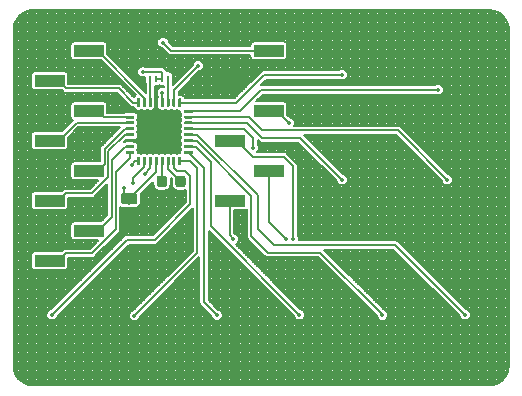
<source format=gbr>
G04 #@! TF.GenerationSoftware,KiCad,Pcbnew,5.0.0*
G04 #@! TF.CreationDate,2019-07-11T02:24:03-06:00*
G04 #@! TF.ProjectId,woose-tracker,776F6F73652D747261636B65722E6B69,1*
G04 #@! TF.SameCoordinates,Original*
G04 #@! TF.FileFunction,Copper,L4,Bot,Signal*
G04 #@! TF.FilePolarity,Positive*
%FSLAX46Y46*%
G04 Gerber Fmt 4.6, Leading zero omitted, Abs format (unit mm)*
G04 Created by KiCad (PCBNEW 5.0.0) date Thu Jul 11 02:24:03 2019*
%MOMM*%
%LPD*%
G01*
G04 APERTURE LIST*
G04 #@! TA.AperFunction,Conductor*
%ADD10C,0.100000*%
G04 #@! TD*
G04 #@! TA.AperFunction,SMDPad,CuDef*
%ADD11C,0.875000*%
G04 #@! TD*
G04 #@! TA.AperFunction,SMDPad,CuDef*
%ADD12C,0.975000*%
G04 #@! TD*
G04 #@! TA.AperFunction,SMDPad,CuDef*
%ADD13R,0.250000X0.600000*%
G04 #@! TD*
G04 #@! TA.AperFunction,SMDPad,CuDef*
%ADD14C,3.650000*%
G04 #@! TD*
G04 #@! TA.AperFunction,SMDPad,CuDef*
%ADD15C,0.250000*%
G04 #@! TD*
G04 #@! TA.AperFunction,SMDPad,CuDef*
%ADD16R,2.510000X1.000000*%
G04 #@! TD*
G04 #@! TA.AperFunction,ViaPad*
%ADD17C,0.354000*%
G04 #@! TD*
G04 #@! TA.AperFunction,Conductor*
%ADD18C,0.160000*%
G04 #@! TD*
G04 #@! TA.AperFunction,Conductor*
%ADD19C,0.200000*%
G04 #@! TD*
%ADD20C,0.200000*%
G04 APERTURE END LIST*
D10*
G04 #@! TO.N,Net-(C1-Pad1)*
G04 #@! TO.C,C1*
G36*
X61428691Y-47405053D02*
X61449926Y-47408203D01*
X61470750Y-47413419D01*
X61490962Y-47420651D01*
X61510368Y-47429830D01*
X61528781Y-47440866D01*
X61546024Y-47453654D01*
X61561930Y-47468070D01*
X61576346Y-47483976D01*
X61589134Y-47501219D01*
X61600170Y-47519632D01*
X61609349Y-47539038D01*
X61616581Y-47559250D01*
X61621797Y-47580074D01*
X61624947Y-47601309D01*
X61626000Y-47622750D01*
X61626000Y-48135250D01*
X61624947Y-48156691D01*
X61621797Y-48177926D01*
X61616581Y-48198750D01*
X61609349Y-48218962D01*
X61600170Y-48238368D01*
X61589134Y-48256781D01*
X61576346Y-48274024D01*
X61561930Y-48289930D01*
X61546024Y-48304346D01*
X61528781Y-48317134D01*
X61510368Y-48328170D01*
X61490962Y-48337349D01*
X61470750Y-48344581D01*
X61449926Y-48349797D01*
X61428691Y-48352947D01*
X61407250Y-48354000D01*
X60969750Y-48354000D01*
X60948309Y-48352947D01*
X60927074Y-48349797D01*
X60906250Y-48344581D01*
X60886038Y-48337349D01*
X60866632Y-48328170D01*
X60848219Y-48317134D01*
X60830976Y-48304346D01*
X60815070Y-48289930D01*
X60800654Y-48274024D01*
X60787866Y-48256781D01*
X60776830Y-48238368D01*
X60767651Y-48218962D01*
X60760419Y-48198750D01*
X60755203Y-48177926D01*
X60752053Y-48156691D01*
X60751000Y-48135250D01*
X60751000Y-47622750D01*
X60752053Y-47601309D01*
X60755203Y-47580074D01*
X60760419Y-47559250D01*
X60767651Y-47539038D01*
X60776830Y-47519632D01*
X60787866Y-47501219D01*
X60800654Y-47483976D01*
X60815070Y-47468070D01*
X60830976Y-47453654D01*
X60848219Y-47440866D01*
X60866632Y-47429830D01*
X60886038Y-47420651D01*
X60906250Y-47413419D01*
X60927074Y-47408203D01*
X60948309Y-47405053D01*
X60969750Y-47404000D01*
X61407250Y-47404000D01*
X61428691Y-47405053D01*
X61428691Y-47405053D01*
G37*
D11*
G04 #@! TD*
G04 #@! TO.P,C1,1*
G04 #@! TO.N,Net-(C1-Pad1)*
X61188500Y-47879000D03*
D10*
G04 #@! TO.N,Net-(C1-Pad2)*
G04 #@! TO.C,C1*
G36*
X63003691Y-47405053D02*
X63024926Y-47408203D01*
X63045750Y-47413419D01*
X63065962Y-47420651D01*
X63085368Y-47429830D01*
X63103781Y-47440866D01*
X63121024Y-47453654D01*
X63136930Y-47468070D01*
X63151346Y-47483976D01*
X63164134Y-47501219D01*
X63175170Y-47519632D01*
X63184349Y-47539038D01*
X63191581Y-47559250D01*
X63196797Y-47580074D01*
X63199947Y-47601309D01*
X63201000Y-47622750D01*
X63201000Y-48135250D01*
X63199947Y-48156691D01*
X63196797Y-48177926D01*
X63191581Y-48198750D01*
X63184349Y-48218962D01*
X63175170Y-48238368D01*
X63164134Y-48256781D01*
X63151346Y-48274024D01*
X63136930Y-48289930D01*
X63121024Y-48304346D01*
X63103781Y-48317134D01*
X63085368Y-48328170D01*
X63065962Y-48337349D01*
X63045750Y-48344581D01*
X63024926Y-48349797D01*
X63003691Y-48352947D01*
X62982250Y-48354000D01*
X62544750Y-48354000D01*
X62523309Y-48352947D01*
X62502074Y-48349797D01*
X62481250Y-48344581D01*
X62461038Y-48337349D01*
X62441632Y-48328170D01*
X62423219Y-48317134D01*
X62405976Y-48304346D01*
X62390070Y-48289930D01*
X62375654Y-48274024D01*
X62362866Y-48256781D01*
X62351830Y-48238368D01*
X62342651Y-48218962D01*
X62335419Y-48198750D01*
X62330203Y-48177926D01*
X62327053Y-48156691D01*
X62326000Y-48135250D01*
X62326000Y-47622750D01*
X62327053Y-47601309D01*
X62330203Y-47580074D01*
X62335419Y-47559250D01*
X62342651Y-47539038D01*
X62351830Y-47519632D01*
X62362866Y-47501219D01*
X62375654Y-47483976D01*
X62390070Y-47468070D01*
X62405976Y-47453654D01*
X62423219Y-47440866D01*
X62441632Y-47429830D01*
X62461038Y-47420651D01*
X62481250Y-47413419D01*
X62502074Y-47408203D01*
X62523309Y-47405053D01*
X62544750Y-47404000D01*
X62982250Y-47404000D01*
X63003691Y-47405053D01*
X63003691Y-47405053D01*
G37*
D11*
G04 #@! TD*
G04 #@! TO.P,C1,2*
G04 #@! TO.N,Net-(C1-Pad2)*
X62763500Y-47879000D03*
D10*
G04 #@! TO.N,/VCC*
G04 #@! TO.C,C2*
G36*
X58900142Y-48868174D02*
X58923803Y-48871684D01*
X58947007Y-48877496D01*
X58969529Y-48885554D01*
X58991153Y-48895782D01*
X59011670Y-48908079D01*
X59030883Y-48922329D01*
X59048607Y-48938393D01*
X59064671Y-48956117D01*
X59078921Y-48975330D01*
X59091218Y-48995847D01*
X59101446Y-49017471D01*
X59109504Y-49039993D01*
X59115316Y-49063197D01*
X59118826Y-49086858D01*
X59120000Y-49110750D01*
X59120000Y-49598250D01*
X59118826Y-49622142D01*
X59115316Y-49645803D01*
X59109504Y-49669007D01*
X59101446Y-49691529D01*
X59091218Y-49713153D01*
X59078921Y-49733670D01*
X59064671Y-49752883D01*
X59048607Y-49770607D01*
X59030883Y-49786671D01*
X59011670Y-49800921D01*
X58991153Y-49813218D01*
X58969529Y-49823446D01*
X58947007Y-49831504D01*
X58923803Y-49837316D01*
X58900142Y-49840826D01*
X58876250Y-49842000D01*
X57963750Y-49842000D01*
X57939858Y-49840826D01*
X57916197Y-49837316D01*
X57892993Y-49831504D01*
X57870471Y-49823446D01*
X57848847Y-49813218D01*
X57828330Y-49800921D01*
X57809117Y-49786671D01*
X57791393Y-49770607D01*
X57775329Y-49752883D01*
X57761079Y-49733670D01*
X57748782Y-49713153D01*
X57738554Y-49691529D01*
X57730496Y-49669007D01*
X57724684Y-49645803D01*
X57721174Y-49622142D01*
X57720000Y-49598250D01*
X57720000Y-49110750D01*
X57721174Y-49086858D01*
X57724684Y-49063197D01*
X57730496Y-49039993D01*
X57738554Y-49017471D01*
X57748782Y-48995847D01*
X57761079Y-48975330D01*
X57775329Y-48956117D01*
X57791393Y-48938393D01*
X57809117Y-48922329D01*
X57828330Y-48908079D01*
X57848847Y-48895782D01*
X57870471Y-48885554D01*
X57892993Y-48877496D01*
X57916197Y-48871684D01*
X57939858Y-48868174D01*
X57963750Y-48867000D01*
X58876250Y-48867000D01*
X58900142Y-48868174D01*
X58900142Y-48868174D01*
G37*
D12*
G04 #@! TD*
G04 #@! TO.P,C2,1*
G04 #@! TO.N,/VCC*
X58420000Y-49354500D03*
D10*
G04 #@! TO.N,GND*
G04 #@! TO.C,C2*
G36*
X58900142Y-50743174D02*
X58923803Y-50746684D01*
X58947007Y-50752496D01*
X58969529Y-50760554D01*
X58991153Y-50770782D01*
X59011670Y-50783079D01*
X59030883Y-50797329D01*
X59048607Y-50813393D01*
X59064671Y-50831117D01*
X59078921Y-50850330D01*
X59091218Y-50870847D01*
X59101446Y-50892471D01*
X59109504Y-50914993D01*
X59115316Y-50938197D01*
X59118826Y-50961858D01*
X59120000Y-50985750D01*
X59120000Y-51473250D01*
X59118826Y-51497142D01*
X59115316Y-51520803D01*
X59109504Y-51544007D01*
X59101446Y-51566529D01*
X59091218Y-51588153D01*
X59078921Y-51608670D01*
X59064671Y-51627883D01*
X59048607Y-51645607D01*
X59030883Y-51661671D01*
X59011670Y-51675921D01*
X58991153Y-51688218D01*
X58969529Y-51698446D01*
X58947007Y-51706504D01*
X58923803Y-51712316D01*
X58900142Y-51715826D01*
X58876250Y-51717000D01*
X57963750Y-51717000D01*
X57939858Y-51715826D01*
X57916197Y-51712316D01*
X57892993Y-51706504D01*
X57870471Y-51698446D01*
X57848847Y-51688218D01*
X57828330Y-51675921D01*
X57809117Y-51661671D01*
X57791393Y-51645607D01*
X57775329Y-51627883D01*
X57761079Y-51608670D01*
X57748782Y-51588153D01*
X57738554Y-51566529D01*
X57730496Y-51544007D01*
X57724684Y-51520803D01*
X57721174Y-51497142D01*
X57720000Y-51473250D01*
X57720000Y-50985750D01*
X57721174Y-50961858D01*
X57724684Y-50938197D01*
X57730496Y-50914993D01*
X57738554Y-50892471D01*
X57748782Y-50870847D01*
X57761079Y-50850330D01*
X57775329Y-50831117D01*
X57791393Y-50813393D01*
X57809117Y-50797329D01*
X57828330Y-50783079D01*
X57848847Y-50770782D01*
X57870471Y-50760554D01*
X57892993Y-50752496D01*
X57916197Y-50746684D01*
X57939858Y-50743174D01*
X57963750Y-50742000D01*
X58876250Y-50742000D01*
X58900142Y-50743174D01*
X58900142Y-50743174D01*
G37*
D12*
G04 #@! TD*
G04 #@! TO.P,C2,2*
G04 #@! TO.N,GND*
X58420000Y-51229500D03*
D13*
G04 #@! TO.P,CARY1,8*
G04 #@! TO.N,GND*
X60210000Y-38033000D03*
G04 #@! TO.P,CARY1,7*
G04 #@! TO.N,Net-(CARY1-Pad7)*
X60210000Y-39183000D03*
G04 #@! TO.P,CARY1,6*
G04 #@! TO.N,GND*
X60710000Y-38033000D03*
G04 #@! TO.P,CARY1,5*
G04 #@! TO.N,/VCC*
X60710000Y-39183000D03*
G04 #@! TO.P,CARY1,4*
G04 #@! TO.N,GND*
X61210000Y-38033000D03*
G04 #@! TO.P,CARY1,3*
G04 #@! TO.N,/VCC*
X61210000Y-39183000D03*
G04 #@! TO.P,CARY1,2*
G04 #@! TO.N,GND*
X61710000Y-38033000D03*
G04 #@! TO.P,CARY1,1*
G04 #@! TO.N,Net-(CARY1-Pad1)*
X61710000Y-39183000D03*
G04 #@! TD*
D10*
G04 #@! TO.N,GND*
G04 #@! TO.C,U1*
G36*
X62559505Y-41864204D02*
X62583773Y-41867804D01*
X62607572Y-41873765D01*
X62630671Y-41882030D01*
X62652850Y-41892520D01*
X62673893Y-41905132D01*
X62693599Y-41919747D01*
X62711777Y-41936223D01*
X62728253Y-41954401D01*
X62742868Y-41974107D01*
X62755480Y-41995150D01*
X62765970Y-42017329D01*
X62774235Y-42040428D01*
X62780196Y-42064227D01*
X62783796Y-42088495D01*
X62785000Y-42112999D01*
X62785000Y-45263001D01*
X62783796Y-45287505D01*
X62780196Y-45311773D01*
X62774235Y-45335572D01*
X62765970Y-45358671D01*
X62755480Y-45380850D01*
X62742868Y-45401893D01*
X62728253Y-45421599D01*
X62711777Y-45439777D01*
X62693599Y-45456253D01*
X62673893Y-45470868D01*
X62652850Y-45483480D01*
X62630671Y-45493970D01*
X62607572Y-45502235D01*
X62583773Y-45508196D01*
X62559505Y-45511796D01*
X62535001Y-45513000D01*
X59384999Y-45513000D01*
X59360495Y-45511796D01*
X59336227Y-45508196D01*
X59312428Y-45502235D01*
X59289329Y-45493970D01*
X59267150Y-45483480D01*
X59246107Y-45470868D01*
X59226401Y-45456253D01*
X59208223Y-45439777D01*
X59191747Y-45421599D01*
X59177132Y-45401893D01*
X59164520Y-45380850D01*
X59154030Y-45358671D01*
X59145765Y-45335572D01*
X59139804Y-45311773D01*
X59136204Y-45287505D01*
X59135000Y-45263001D01*
X59135000Y-42112999D01*
X59136204Y-42088495D01*
X59139804Y-42064227D01*
X59145765Y-42040428D01*
X59154030Y-42017329D01*
X59164520Y-41995150D01*
X59177132Y-41974107D01*
X59191747Y-41954401D01*
X59208223Y-41936223D01*
X59226401Y-41919747D01*
X59246107Y-41905132D01*
X59267150Y-41892520D01*
X59289329Y-41882030D01*
X59312428Y-41873765D01*
X59336227Y-41867804D01*
X59360495Y-41864204D01*
X59384999Y-41863000D01*
X62535001Y-41863000D01*
X62559505Y-41864204D01*
X62559505Y-41864204D01*
G37*
D14*
G04 #@! TD*
G04 #@! TO.P,U1,33*
G04 #@! TO.N,GND*
X60960000Y-43688000D03*
D10*
G04 #@! TO.N,/cap2*
G04 #@! TO.C,U1*
G36*
X63753626Y-41813301D02*
X63759693Y-41814201D01*
X63765643Y-41815691D01*
X63771418Y-41817758D01*
X63776962Y-41820380D01*
X63782223Y-41823533D01*
X63787150Y-41827187D01*
X63791694Y-41831306D01*
X63795813Y-41835850D01*
X63799467Y-41840777D01*
X63802620Y-41846038D01*
X63805242Y-41851582D01*
X63807309Y-41857357D01*
X63808799Y-41863307D01*
X63809699Y-41869374D01*
X63810000Y-41875500D01*
X63810000Y-42000500D01*
X63809699Y-42006626D01*
X63808799Y-42012693D01*
X63807309Y-42018643D01*
X63805242Y-42024418D01*
X63802620Y-42029962D01*
X63799467Y-42035223D01*
X63795813Y-42040150D01*
X63791694Y-42044694D01*
X63787150Y-42048813D01*
X63782223Y-42052467D01*
X63776962Y-42055620D01*
X63771418Y-42058242D01*
X63765643Y-42060309D01*
X63759693Y-42061799D01*
X63753626Y-42062699D01*
X63747500Y-42063000D01*
X63122500Y-42063000D01*
X63116374Y-42062699D01*
X63110307Y-42061799D01*
X63104357Y-42060309D01*
X63098582Y-42058242D01*
X63093038Y-42055620D01*
X63087777Y-42052467D01*
X63082850Y-42048813D01*
X63078306Y-42044694D01*
X63074187Y-42040150D01*
X63070533Y-42035223D01*
X63067380Y-42029962D01*
X63064758Y-42024418D01*
X63062691Y-42018643D01*
X63061201Y-42012693D01*
X63060301Y-42006626D01*
X63060000Y-42000500D01*
X63060000Y-41875500D01*
X63060301Y-41869374D01*
X63061201Y-41863307D01*
X63062691Y-41857357D01*
X63064758Y-41851582D01*
X63067380Y-41846038D01*
X63070533Y-41840777D01*
X63074187Y-41835850D01*
X63078306Y-41831306D01*
X63082850Y-41827187D01*
X63087777Y-41823533D01*
X63093038Y-41820380D01*
X63098582Y-41817758D01*
X63104357Y-41815691D01*
X63110307Y-41814201D01*
X63116374Y-41813301D01*
X63122500Y-41813000D01*
X63747500Y-41813000D01*
X63753626Y-41813301D01*
X63753626Y-41813301D01*
G37*
D15*
G04 #@! TD*
G04 #@! TO.P,U1,1*
G04 #@! TO.N,/cap2*
X63435000Y-41938000D03*
D10*
G04 #@! TO.N,/cap3*
G04 #@! TO.C,U1*
G36*
X63753626Y-42313301D02*
X63759693Y-42314201D01*
X63765643Y-42315691D01*
X63771418Y-42317758D01*
X63776962Y-42320380D01*
X63782223Y-42323533D01*
X63787150Y-42327187D01*
X63791694Y-42331306D01*
X63795813Y-42335850D01*
X63799467Y-42340777D01*
X63802620Y-42346038D01*
X63805242Y-42351582D01*
X63807309Y-42357357D01*
X63808799Y-42363307D01*
X63809699Y-42369374D01*
X63810000Y-42375500D01*
X63810000Y-42500500D01*
X63809699Y-42506626D01*
X63808799Y-42512693D01*
X63807309Y-42518643D01*
X63805242Y-42524418D01*
X63802620Y-42529962D01*
X63799467Y-42535223D01*
X63795813Y-42540150D01*
X63791694Y-42544694D01*
X63787150Y-42548813D01*
X63782223Y-42552467D01*
X63776962Y-42555620D01*
X63771418Y-42558242D01*
X63765643Y-42560309D01*
X63759693Y-42561799D01*
X63753626Y-42562699D01*
X63747500Y-42563000D01*
X63122500Y-42563000D01*
X63116374Y-42562699D01*
X63110307Y-42561799D01*
X63104357Y-42560309D01*
X63098582Y-42558242D01*
X63093038Y-42555620D01*
X63087777Y-42552467D01*
X63082850Y-42548813D01*
X63078306Y-42544694D01*
X63074187Y-42540150D01*
X63070533Y-42535223D01*
X63067380Y-42529962D01*
X63064758Y-42524418D01*
X63062691Y-42518643D01*
X63061201Y-42512693D01*
X63060301Y-42506626D01*
X63060000Y-42500500D01*
X63060000Y-42375500D01*
X63060301Y-42369374D01*
X63061201Y-42363307D01*
X63062691Y-42357357D01*
X63064758Y-42351582D01*
X63067380Y-42346038D01*
X63070533Y-42340777D01*
X63074187Y-42335850D01*
X63078306Y-42331306D01*
X63082850Y-42327187D01*
X63087777Y-42323533D01*
X63093038Y-42320380D01*
X63098582Y-42317758D01*
X63104357Y-42315691D01*
X63110307Y-42314201D01*
X63116374Y-42313301D01*
X63122500Y-42313000D01*
X63747500Y-42313000D01*
X63753626Y-42313301D01*
X63753626Y-42313301D01*
G37*
D15*
G04 #@! TD*
G04 #@! TO.P,U1,2*
G04 #@! TO.N,/cap3*
X63435000Y-42438000D03*
D10*
G04 #@! TO.N,/cap4*
G04 #@! TO.C,U1*
G36*
X63753626Y-42813301D02*
X63759693Y-42814201D01*
X63765643Y-42815691D01*
X63771418Y-42817758D01*
X63776962Y-42820380D01*
X63782223Y-42823533D01*
X63787150Y-42827187D01*
X63791694Y-42831306D01*
X63795813Y-42835850D01*
X63799467Y-42840777D01*
X63802620Y-42846038D01*
X63805242Y-42851582D01*
X63807309Y-42857357D01*
X63808799Y-42863307D01*
X63809699Y-42869374D01*
X63810000Y-42875500D01*
X63810000Y-43000500D01*
X63809699Y-43006626D01*
X63808799Y-43012693D01*
X63807309Y-43018643D01*
X63805242Y-43024418D01*
X63802620Y-43029962D01*
X63799467Y-43035223D01*
X63795813Y-43040150D01*
X63791694Y-43044694D01*
X63787150Y-43048813D01*
X63782223Y-43052467D01*
X63776962Y-43055620D01*
X63771418Y-43058242D01*
X63765643Y-43060309D01*
X63759693Y-43061799D01*
X63753626Y-43062699D01*
X63747500Y-43063000D01*
X63122500Y-43063000D01*
X63116374Y-43062699D01*
X63110307Y-43061799D01*
X63104357Y-43060309D01*
X63098582Y-43058242D01*
X63093038Y-43055620D01*
X63087777Y-43052467D01*
X63082850Y-43048813D01*
X63078306Y-43044694D01*
X63074187Y-43040150D01*
X63070533Y-43035223D01*
X63067380Y-43029962D01*
X63064758Y-43024418D01*
X63062691Y-43018643D01*
X63061201Y-43012693D01*
X63060301Y-43006626D01*
X63060000Y-43000500D01*
X63060000Y-42875500D01*
X63060301Y-42869374D01*
X63061201Y-42863307D01*
X63062691Y-42857357D01*
X63064758Y-42851582D01*
X63067380Y-42846038D01*
X63070533Y-42840777D01*
X63074187Y-42835850D01*
X63078306Y-42831306D01*
X63082850Y-42827187D01*
X63087777Y-42823533D01*
X63093038Y-42820380D01*
X63098582Y-42817758D01*
X63104357Y-42815691D01*
X63110307Y-42814201D01*
X63116374Y-42813301D01*
X63122500Y-42813000D01*
X63747500Y-42813000D01*
X63753626Y-42813301D01*
X63753626Y-42813301D01*
G37*
D15*
G04 #@! TD*
G04 #@! TO.P,U1,3*
G04 #@! TO.N,/cap4*
X63435000Y-42938000D03*
D10*
G04 #@! TO.N,/cap5*
G04 #@! TO.C,U1*
G36*
X63753626Y-43313301D02*
X63759693Y-43314201D01*
X63765643Y-43315691D01*
X63771418Y-43317758D01*
X63776962Y-43320380D01*
X63782223Y-43323533D01*
X63787150Y-43327187D01*
X63791694Y-43331306D01*
X63795813Y-43335850D01*
X63799467Y-43340777D01*
X63802620Y-43346038D01*
X63805242Y-43351582D01*
X63807309Y-43357357D01*
X63808799Y-43363307D01*
X63809699Y-43369374D01*
X63810000Y-43375500D01*
X63810000Y-43500500D01*
X63809699Y-43506626D01*
X63808799Y-43512693D01*
X63807309Y-43518643D01*
X63805242Y-43524418D01*
X63802620Y-43529962D01*
X63799467Y-43535223D01*
X63795813Y-43540150D01*
X63791694Y-43544694D01*
X63787150Y-43548813D01*
X63782223Y-43552467D01*
X63776962Y-43555620D01*
X63771418Y-43558242D01*
X63765643Y-43560309D01*
X63759693Y-43561799D01*
X63753626Y-43562699D01*
X63747500Y-43563000D01*
X63122500Y-43563000D01*
X63116374Y-43562699D01*
X63110307Y-43561799D01*
X63104357Y-43560309D01*
X63098582Y-43558242D01*
X63093038Y-43555620D01*
X63087777Y-43552467D01*
X63082850Y-43548813D01*
X63078306Y-43544694D01*
X63074187Y-43540150D01*
X63070533Y-43535223D01*
X63067380Y-43529962D01*
X63064758Y-43524418D01*
X63062691Y-43518643D01*
X63061201Y-43512693D01*
X63060301Y-43506626D01*
X63060000Y-43500500D01*
X63060000Y-43375500D01*
X63060301Y-43369374D01*
X63061201Y-43363307D01*
X63062691Y-43357357D01*
X63064758Y-43351582D01*
X63067380Y-43346038D01*
X63070533Y-43340777D01*
X63074187Y-43335850D01*
X63078306Y-43331306D01*
X63082850Y-43327187D01*
X63087777Y-43323533D01*
X63093038Y-43320380D01*
X63098582Y-43317758D01*
X63104357Y-43315691D01*
X63110307Y-43314201D01*
X63116374Y-43313301D01*
X63122500Y-43313000D01*
X63747500Y-43313000D01*
X63753626Y-43313301D01*
X63753626Y-43313301D01*
G37*
D15*
G04 #@! TD*
G04 #@! TO.P,U1,4*
G04 #@! TO.N,/cap5*
X63435000Y-43438000D03*
D10*
G04 #@! TO.N,/cap6*
G04 #@! TO.C,U1*
G36*
X63753626Y-43813301D02*
X63759693Y-43814201D01*
X63765643Y-43815691D01*
X63771418Y-43817758D01*
X63776962Y-43820380D01*
X63782223Y-43823533D01*
X63787150Y-43827187D01*
X63791694Y-43831306D01*
X63795813Y-43835850D01*
X63799467Y-43840777D01*
X63802620Y-43846038D01*
X63805242Y-43851582D01*
X63807309Y-43857357D01*
X63808799Y-43863307D01*
X63809699Y-43869374D01*
X63810000Y-43875500D01*
X63810000Y-44000500D01*
X63809699Y-44006626D01*
X63808799Y-44012693D01*
X63807309Y-44018643D01*
X63805242Y-44024418D01*
X63802620Y-44029962D01*
X63799467Y-44035223D01*
X63795813Y-44040150D01*
X63791694Y-44044694D01*
X63787150Y-44048813D01*
X63782223Y-44052467D01*
X63776962Y-44055620D01*
X63771418Y-44058242D01*
X63765643Y-44060309D01*
X63759693Y-44061799D01*
X63753626Y-44062699D01*
X63747500Y-44063000D01*
X63122500Y-44063000D01*
X63116374Y-44062699D01*
X63110307Y-44061799D01*
X63104357Y-44060309D01*
X63098582Y-44058242D01*
X63093038Y-44055620D01*
X63087777Y-44052467D01*
X63082850Y-44048813D01*
X63078306Y-44044694D01*
X63074187Y-44040150D01*
X63070533Y-44035223D01*
X63067380Y-44029962D01*
X63064758Y-44024418D01*
X63062691Y-44018643D01*
X63061201Y-44012693D01*
X63060301Y-44006626D01*
X63060000Y-44000500D01*
X63060000Y-43875500D01*
X63060301Y-43869374D01*
X63061201Y-43863307D01*
X63062691Y-43857357D01*
X63064758Y-43851582D01*
X63067380Y-43846038D01*
X63070533Y-43840777D01*
X63074187Y-43835850D01*
X63078306Y-43831306D01*
X63082850Y-43827187D01*
X63087777Y-43823533D01*
X63093038Y-43820380D01*
X63098582Y-43817758D01*
X63104357Y-43815691D01*
X63110307Y-43814201D01*
X63116374Y-43813301D01*
X63122500Y-43813000D01*
X63747500Y-43813000D01*
X63753626Y-43813301D01*
X63753626Y-43813301D01*
G37*
D15*
G04 #@! TD*
G04 #@! TO.P,U1,5*
G04 #@! TO.N,/cap6*
X63435000Y-43938000D03*
D10*
G04 #@! TO.N,/cap7*
G04 #@! TO.C,U1*
G36*
X63753626Y-44313301D02*
X63759693Y-44314201D01*
X63765643Y-44315691D01*
X63771418Y-44317758D01*
X63776962Y-44320380D01*
X63782223Y-44323533D01*
X63787150Y-44327187D01*
X63791694Y-44331306D01*
X63795813Y-44335850D01*
X63799467Y-44340777D01*
X63802620Y-44346038D01*
X63805242Y-44351582D01*
X63807309Y-44357357D01*
X63808799Y-44363307D01*
X63809699Y-44369374D01*
X63810000Y-44375500D01*
X63810000Y-44500500D01*
X63809699Y-44506626D01*
X63808799Y-44512693D01*
X63807309Y-44518643D01*
X63805242Y-44524418D01*
X63802620Y-44529962D01*
X63799467Y-44535223D01*
X63795813Y-44540150D01*
X63791694Y-44544694D01*
X63787150Y-44548813D01*
X63782223Y-44552467D01*
X63776962Y-44555620D01*
X63771418Y-44558242D01*
X63765643Y-44560309D01*
X63759693Y-44561799D01*
X63753626Y-44562699D01*
X63747500Y-44563000D01*
X63122500Y-44563000D01*
X63116374Y-44562699D01*
X63110307Y-44561799D01*
X63104357Y-44560309D01*
X63098582Y-44558242D01*
X63093038Y-44555620D01*
X63087777Y-44552467D01*
X63082850Y-44548813D01*
X63078306Y-44544694D01*
X63074187Y-44540150D01*
X63070533Y-44535223D01*
X63067380Y-44529962D01*
X63064758Y-44524418D01*
X63062691Y-44518643D01*
X63061201Y-44512693D01*
X63060301Y-44506626D01*
X63060000Y-44500500D01*
X63060000Y-44375500D01*
X63060301Y-44369374D01*
X63061201Y-44363307D01*
X63062691Y-44357357D01*
X63064758Y-44351582D01*
X63067380Y-44346038D01*
X63070533Y-44340777D01*
X63074187Y-44335850D01*
X63078306Y-44331306D01*
X63082850Y-44327187D01*
X63087777Y-44323533D01*
X63093038Y-44320380D01*
X63098582Y-44317758D01*
X63104357Y-44315691D01*
X63110307Y-44314201D01*
X63116374Y-44313301D01*
X63122500Y-44313000D01*
X63747500Y-44313000D01*
X63753626Y-44313301D01*
X63753626Y-44313301D01*
G37*
D15*
G04 #@! TD*
G04 #@! TO.P,U1,6*
G04 #@! TO.N,/cap7*
X63435000Y-44438000D03*
D10*
G04 #@! TO.N,/cap8*
G04 #@! TO.C,U1*
G36*
X63753626Y-44813301D02*
X63759693Y-44814201D01*
X63765643Y-44815691D01*
X63771418Y-44817758D01*
X63776962Y-44820380D01*
X63782223Y-44823533D01*
X63787150Y-44827187D01*
X63791694Y-44831306D01*
X63795813Y-44835850D01*
X63799467Y-44840777D01*
X63802620Y-44846038D01*
X63805242Y-44851582D01*
X63807309Y-44857357D01*
X63808799Y-44863307D01*
X63809699Y-44869374D01*
X63810000Y-44875500D01*
X63810000Y-45000500D01*
X63809699Y-45006626D01*
X63808799Y-45012693D01*
X63807309Y-45018643D01*
X63805242Y-45024418D01*
X63802620Y-45029962D01*
X63799467Y-45035223D01*
X63795813Y-45040150D01*
X63791694Y-45044694D01*
X63787150Y-45048813D01*
X63782223Y-45052467D01*
X63776962Y-45055620D01*
X63771418Y-45058242D01*
X63765643Y-45060309D01*
X63759693Y-45061799D01*
X63753626Y-45062699D01*
X63747500Y-45063000D01*
X63122500Y-45063000D01*
X63116374Y-45062699D01*
X63110307Y-45061799D01*
X63104357Y-45060309D01*
X63098582Y-45058242D01*
X63093038Y-45055620D01*
X63087777Y-45052467D01*
X63082850Y-45048813D01*
X63078306Y-45044694D01*
X63074187Y-45040150D01*
X63070533Y-45035223D01*
X63067380Y-45029962D01*
X63064758Y-45024418D01*
X63062691Y-45018643D01*
X63061201Y-45012693D01*
X63060301Y-45006626D01*
X63060000Y-45000500D01*
X63060000Y-44875500D01*
X63060301Y-44869374D01*
X63061201Y-44863307D01*
X63062691Y-44857357D01*
X63064758Y-44851582D01*
X63067380Y-44846038D01*
X63070533Y-44840777D01*
X63074187Y-44835850D01*
X63078306Y-44831306D01*
X63082850Y-44827187D01*
X63087777Y-44823533D01*
X63093038Y-44820380D01*
X63098582Y-44817758D01*
X63104357Y-44815691D01*
X63110307Y-44814201D01*
X63116374Y-44813301D01*
X63122500Y-44813000D01*
X63747500Y-44813000D01*
X63753626Y-44813301D01*
X63753626Y-44813301D01*
G37*
D15*
G04 #@! TD*
G04 #@! TO.P,U1,7*
G04 #@! TO.N,/cap8*
X63435000Y-44938000D03*
D10*
G04 #@! TO.N,/cap9*
G04 #@! TO.C,U1*
G36*
X63753626Y-45313301D02*
X63759693Y-45314201D01*
X63765643Y-45315691D01*
X63771418Y-45317758D01*
X63776962Y-45320380D01*
X63782223Y-45323533D01*
X63787150Y-45327187D01*
X63791694Y-45331306D01*
X63795813Y-45335850D01*
X63799467Y-45340777D01*
X63802620Y-45346038D01*
X63805242Y-45351582D01*
X63807309Y-45357357D01*
X63808799Y-45363307D01*
X63809699Y-45369374D01*
X63810000Y-45375500D01*
X63810000Y-45500500D01*
X63809699Y-45506626D01*
X63808799Y-45512693D01*
X63807309Y-45518643D01*
X63805242Y-45524418D01*
X63802620Y-45529962D01*
X63799467Y-45535223D01*
X63795813Y-45540150D01*
X63791694Y-45544694D01*
X63787150Y-45548813D01*
X63782223Y-45552467D01*
X63776962Y-45555620D01*
X63771418Y-45558242D01*
X63765643Y-45560309D01*
X63759693Y-45561799D01*
X63753626Y-45562699D01*
X63747500Y-45563000D01*
X63122500Y-45563000D01*
X63116374Y-45562699D01*
X63110307Y-45561799D01*
X63104357Y-45560309D01*
X63098582Y-45558242D01*
X63093038Y-45555620D01*
X63087777Y-45552467D01*
X63082850Y-45548813D01*
X63078306Y-45544694D01*
X63074187Y-45540150D01*
X63070533Y-45535223D01*
X63067380Y-45529962D01*
X63064758Y-45524418D01*
X63062691Y-45518643D01*
X63061201Y-45512693D01*
X63060301Y-45506626D01*
X63060000Y-45500500D01*
X63060000Y-45375500D01*
X63060301Y-45369374D01*
X63061201Y-45363307D01*
X63062691Y-45357357D01*
X63064758Y-45351582D01*
X63067380Y-45346038D01*
X63070533Y-45340777D01*
X63074187Y-45335850D01*
X63078306Y-45331306D01*
X63082850Y-45327187D01*
X63087777Y-45323533D01*
X63093038Y-45320380D01*
X63098582Y-45317758D01*
X63104357Y-45315691D01*
X63110307Y-45314201D01*
X63116374Y-45313301D01*
X63122500Y-45313000D01*
X63747500Y-45313000D01*
X63753626Y-45313301D01*
X63753626Y-45313301D01*
G37*
D15*
G04 #@! TD*
G04 #@! TO.P,U1,8*
G04 #@! TO.N,/cap9*
X63435000Y-45438000D03*
D10*
G04 #@! TO.N,/cap10*
G04 #@! TO.C,U1*
G36*
X62778626Y-45788301D02*
X62784693Y-45789201D01*
X62790643Y-45790691D01*
X62796418Y-45792758D01*
X62801962Y-45795380D01*
X62807223Y-45798533D01*
X62812150Y-45802187D01*
X62816694Y-45806306D01*
X62820813Y-45810850D01*
X62824467Y-45815777D01*
X62827620Y-45821038D01*
X62830242Y-45826582D01*
X62832309Y-45832357D01*
X62833799Y-45838307D01*
X62834699Y-45844374D01*
X62835000Y-45850500D01*
X62835000Y-46475500D01*
X62834699Y-46481626D01*
X62833799Y-46487693D01*
X62832309Y-46493643D01*
X62830242Y-46499418D01*
X62827620Y-46504962D01*
X62824467Y-46510223D01*
X62820813Y-46515150D01*
X62816694Y-46519694D01*
X62812150Y-46523813D01*
X62807223Y-46527467D01*
X62801962Y-46530620D01*
X62796418Y-46533242D01*
X62790643Y-46535309D01*
X62784693Y-46536799D01*
X62778626Y-46537699D01*
X62772500Y-46538000D01*
X62647500Y-46538000D01*
X62641374Y-46537699D01*
X62635307Y-46536799D01*
X62629357Y-46535309D01*
X62623582Y-46533242D01*
X62618038Y-46530620D01*
X62612777Y-46527467D01*
X62607850Y-46523813D01*
X62603306Y-46519694D01*
X62599187Y-46515150D01*
X62595533Y-46510223D01*
X62592380Y-46504962D01*
X62589758Y-46499418D01*
X62587691Y-46493643D01*
X62586201Y-46487693D01*
X62585301Y-46481626D01*
X62585000Y-46475500D01*
X62585000Y-45850500D01*
X62585301Y-45844374D01*
X62586201Y-45838307D01*
X62587691Y-45832357D01*
X62589758Y-45826582D01*
X62592380Y-45821038D01*
X62595533Y-45815777D01*
X62599187Y-45810850D01*
X62603306Y-45806306D01*
X62607850Y-45802187D01*
X62612777Y-45798533D01*
X62618038Y-45795380D01*
X62623582Y-45792758D01*
X62629357Y-45790691D01*
X62635307Y-45789201D01*
X62641374Y-45788301D01*
X62647500Y-45788000D01*
X62772500Y-45788000D01*
X62778626Y-45788301D01*
X62778626Y-45788301D01*
G37*
D15*
G04 #@! TD*
G04 #@! TO.P,U1,9*
G04 #@! TO.N,/cap10*
X62710000Y-46163000D03*
D10*
G04 #@! TO.N,/cap11*
G04 #@! TO.C,U1*
G36*
X62278626Y-45788301D02*
X62284693Y-45789201D01*
X62290643Y-45790691D01*
X62296418Y-45792758D01*
X62301962Y-45795380D01*
X62307223Y-45798533D01*
X62312150Y-45802187D01*
X62316694Y-45806306D01*
X62320813Y-45810850D01*
X62324467Y-45815777D01*
X62327620Y-45821038D01*
X62330242Y-45826582D01*
X62332309Y-45832357D01*
X62333799Y-45838307D01*
X62334699Y-45844374D01*
X62335000Y-45850500D01*
X62335000Y-46475500D01*
X62334699Y-46481626D01*
X62333799Y-46487693D01*
X62332309Y-46493643D01*
X62330242Y-46499418D01*
X62327620Y-46504962D01*
X62324467Y-46510223D01*
X62320813Y-46515150D01*
X62316694Y-46519694D01*
X62312150Y-46523813D01*
X62307223Y-46527467D01*
X62301962Y-46530620D01*
X62296418Y-46533242D01*
X62290643Y-46535309D01*
X62284693Y-46536799D01*
X62278626Y-46537699D01*
X62272500Y-46538000D01*
X62147500Y-46538000D01*
X62141374Y-46537699D01*
X62135307Y-46536799D01*
X62129357Y-46535309D01*
X62123582Y-46533242D01*
X62118038Y-46530620D01*
X62112777Y-46527467D01*
X62107850Y-46523813D01*
X62103306Y-46519694D01*
X62099187Y-46515150D01*
X62095533Y-46510223D01*
X62092380Y-46504962D01*
X62089758Y-46499418D01*
X62087691Y-46493643D01*
X62086201Y-46487693D01*
X62085301Y-46481626D01*
X62085000Y-46475500D01*
X62085000Y-45850500D01*
X62085301Y-45844374D01*
X62086201Y-45838307D01*
X62087691Y-45832357D01*
X62089758Y-45826582D01*
X62092380Y-45821038D01*
X62095533Y-45815777D01*
X62099187Y-45810850D01*
X62103306Y-45806306D01*
X62107850Y-45802187D01*
X62112777Y-45798533D01*
X62118038Y-45795380D01*
X62123582Y-45792758D01*
X62129357Y-45790691D01*
X62135307Y-45789201D01*
X62141374Y-45788301D01*
X62147500Y-45788000D01*
X62272500Y-45788000D01*
X62278626Y-45788301D01*
X62278626Y-45788301D01*
G37*
D15*
G04 #@! TD*
G04 #@! TO.P,U1,10*
G04 #@! TO.N,/cap11*
X62210000Y-46163000D03*
D10*
G04 #@! TO.N,Net-(C1-Pad2)*
G04 #@! TO.C,U1*
G36*
X61778626Y-45788301D02*
X61784693Y-45789201D01*
X61790643Y-45790691D01*
X61796418Y-45792758D01*
X61801962Y-45795380D01*
X61807223Y-45798533D01*
X61812150Y-45802187D01*
X61816694Y-45806306D01*
X61820813Y-45810850D01*
X61824467Y-45815777D01*
X61827620Y-45821038D01*
X61830242Y-45826582D01*
X61832309Y-45832357D01*
X61833799Y-45838307D01*
X61834699Y-45844374D01*
X61835000Y-45850500D01*
X61835000Y-46475500D01*
X61834699Y-46481626D01*
X61833799Y-46487693D01*
X61832309Y-46493643D01*
X61830242Y-46499418D01*
X61827620Y-46504962D01*
X61824467Y-46510223D01*
X61820813Y-46515150D01*
X61816694Y-46519694D01*
X61812150Y-46523813D01*
X61807223Y-46527467D01*
X61801962Y-46530620D01*
X61796418Y-46533242D01*
X61790643Y-46535309D01*
X61784693Y-46536799D01*
X61778626Y-46537699D01*
X61772500Y-46538000D01*
X61647500Y-46538000D01*
X61641374Y-46537699D01*
X61635307Y-46536799D01*
X61629357Y-46535309D01*
X61623582Y-46533242D01*
X61618038Y-46530620D01*
X61612777Y-46527467D01*
X61607850Y-46523813D01*
X61603306Y-46519694D01*
X61599187Y-46515150D01*
X61595533Y-46510223D01*
X61592380Y-46504962D01*
X61589758Y-46499418D01*
X61587691Y-46493643D01*
X61586201Y-46487693D01*
X61585301Y-46481626D01*
X61585000Y-46475500D01*
X61585000Y-45850500D01*
X61585301Y-45844374D01*
X61586201Y-45838307D01*
X61587691Y-45832357D01*
X61589758Y-45826582D01*
X61592380Y-45821038D01*
X61595533Y-45815777D01*
X61599187Y-45810850D01*
X61603306Y-45806306D01*
X61607850Y-45802187D01*
X61612777Y-45798533D01*
X61618038Y-45795380D01*
X61623582Y-45792758D01*
X61629357Y-45790691D01*
X61635307Y-45789201D01*
X61641374Y-45788301D01*
X61647500Y-45788000D01*
X61772500Y-45788000D01*
X61778626Y-45788301D01*
X61778626Y-45788301D01*
G37*
D15*
G04 #@! TD*
G04 #@! TO.P,U1,11*
G04 #@! TO.N,Net-(C1-Pad2)*
X61710000Y-46163000D03*
D10*
G04 #@! TO.N,Net-(C1-Pad1)*
G04 #@! TO.C,U1*
G36*
X61278626Y-45788301D02*
X61284693Y-45789201D01*
X61290643Y-45790691D01*
X61296418Y-45792758D01*
X61301962Y-45795380D01*
X61307223Y-45798533D01*
X61312150Y-45802187D01*
X61316694Y-45806306D01*
X61320813Y-45810850D01*
X61324467Y-45815777D01*
X61327620Y-45821038D01*
X61330242Y-45826582D01*
X61332309Y-45832357D01*
X61333799Y-45838307D01*
X61334699Y-45844374D01*
X61335000Y-45850500D01*
X61335000Y-46475500D01*
X61334699Y-46481626D01*
X61333799Y-46487693D01*
X61332309Y-46493643D01*
X61330242Y-46499418D01*
X61327620Y-46504962D01*
X61324467Y-46510223D01*
X61320813Y-46515150D01*
X61316694Y-46519694D01*
X61312150Y-46523813D01*
X61307223Y-46527467D01*
X61301962Y-46530620D01*
X61296418Y-46533242D01*
X61290643Y-46535309D01*
X61284693Y-46536799D01*
X61278626Y-46537699D01*
X61272500Y-46538000D01*
X61147500Y-46538000D01*
X61141374Y-46537699D01*
X61135307Y-46536799D01*
X61129357Y-46535309D01*
X61123582Y-46533242D01*
X61118038Y-46530620D01*
X61112777Y-46527467D01*
X61107850Y-46523813D01*
X61103306Y-46519694D01*
X61099187Y-46515150D01*
X61095533Y-46510223D01*
X61092380Y-46504962D01*
X61089758Y-46499418D01*
X61087691Y-46493643D01*
X61086201Y-46487693D01*
X61085301Y-46481626D01*
X61085000Y-46475500D01*
X61085000Y-45850500D01*
X61085301Y-45844374D01*
X61086201Y-45838307D01*
X61087691Y-45832357D01*
X61089758Y-45826582D01*
X61092380Y-45821038D01*
X61095533Y-45815777D01*
X61099187Y-45810850D01*
X61103306Y-45806306D01*
X61107850Y-45802187D01*
X61112777Y-45798533D01*
X61118038Y-45795380D01*
X61123582Y-45792758D01*
X61129357Y-45790691D01*
X61135307Y-45789201D01*
X61141374Y-45788301D01*
X61147500Y-45788000D01*
X61272500Y-45788000D01*
X61278626Y-45788301D01*
X61278626Y-45788301D01*
G37*
D15*
G04 #@! TD*
G04 #@! TO.P,U1,12*
G04 #@! TO.N,Net-(C1-Pad1)*
X61210000Y-46163000D03*
D10*
G04 #@! TO.N,/VCC*
G04 #@! TO.C,U1*
G36*
X60778626Y-45788301D02*
X60784693Y-45789201D01*
X60790643Y-45790691D01*
X60796418Y-45792758D01*
X60801962Y-45795380D01*
X60807223Y-45798533D01*
X60812150Y-45802187D01*
X60816694Y-45806306D01*
X60820813Y-45810850D01*
X60824467Y-45815777D01*
X60827620Y-45821038D01*
X60830242Y-45826582D01*
X60832309Y-45832357D01*
X60833799Y-45838307D01*
X60834699Y-45844374D01*
X60835000Y-45850500D01*
X60835000Y-46475500D01*
X60834699Y-46481626D01*
X60833799Y-46487693D01*
X60832309Y-46493643D01*
X60830242Y-46499418D01*
X60827620Y-46504962D01*
X60824467Y-46510223D01*
X60820813Y-46515150D01*
X60816694Y-46519694D01*
X60812150Y-46523813D01*
X60807223Y-46527467D01*
X60801962Y-46530620D01*
X60796418Y-46533242D01*
X60790643Y-46535309D01*
X60784693Y-46536799D01*
X60778626Y-46537699D01*
X60772500Y-46538000D01*
X60647500Y-46538000D01*
X60641374Y-46537699D01*
X60635307Y-46536799D01*
X60629357Y-46535309D01*
X60623582Y-46533242D01*
X60618038Y-46530620D01*
X60612777Y-46527467D01*
X60607850Y-46523813D01*
X60603306Y-46519694D01*
X60599187Y-46515150D01*
X60595533Y-46510223D01*
X60592380Y-46504962D01*
X60589758Y-46499418D01*
X60587691Y-46493643D01*
X60586201Y-46487693D01*
X60585301Y-46481626D01*
X60585000Y-46475500D01*
X60585000Y-45850500D01*
X60585301Y-45844374D01*
X60586201Y-45838307D01*
X60587691Y-45832357D01*
X60589758Y-45826582D01*
X60592380Y-45821038D01*
X60595533Y-45815777D01*
X60599187Y-45810850D01*
X60603306Y-45806306D01*
X60607850Y-45802187D01*
X60612777Y-45798533D01*
X60618038Y-45795380D01*
X60623582Y-45792758D01*
X60629357Y-45790691D01*
X60635307Y-45789201D01*
X60641374Y-45788301D01*
X60647500Y-45788000D01*
X60772500Y-45788000D01*
X60778626Y-45788301D01*
X60778626Y-45788301D01*
G37*
D15*
G04 #@! TD*
G04 #@! TO.P,U1,13*
G04 #@! TO.N,/VCC*
X60710000Y-46163000D03*
D10*
G04 #@! TO.N,/~Touch_IRQ*
G04 #@! TO.C,U1*
G36*
X60278626Y-45788301D02*
X60284693Y-45789201D01*
X60290643Y-45790691D01*
X60296418Y-45792758D01*
X60301962Y-45795380D01*
X60307223Y-45798533D01*
X60312150Y-45802187D01*
X60316694Y-45806306D01*
X60320813Y-45810850D01*
X60324467Y-45815777D01*
X60327620Y-45821038D01*
X60330242Y-45826582D01*
X60332309Y-45832357D01*
X60333799Y-45838307D01*
X60334699Y-45844374D01*
X60335000Y-45850500D01*
X60335000Y-46475500D01*
X60334699Y-46481626D01*
X60333799Y-46487693D01*
X60332309Y-46493643D01*
X60330242Y-46499418D01*
X60327620Y-46504962D01*
X60324467Y-46510223D01*
X60320813Y-46515150D01*
X60316694Y-46519694D01*
X60312150Y-46523813D01*
X60307223Y-46527467D01*
X60301962Y-46530620D01*
X60296418Y-46533242D01*
X60290643Y-46535309D01*
X60284693Y-46536799D01*
X60278626Y-46537699D01*
X60272500Y-46538000D01*
X60147500Y-46538000D01*
X60141374Y-46537699D01*
X60135307Y-46536799D01*
X60129357Y-46535309D01*
X60123582Y-46533242D01*
X60118038Y-46530620D01*
X60112777Y-46527467D01*
X60107850Y-46523813D01*
X60103306Y-46519694D01*
X60099187Y-46515150D01*
X60095533Y-46510223D01*
X60092380Y-46504962D01*
X60089758Y-46499418D01*
X60087691Y-46493643D01*
X60086201Y-46487693D01*
X60085301Y-46481626D01*
X60085000Y-46475500D01*
X60085000Y-45850500D01*
X60085301Y-45844374D01*
X60086201Y-45838307D01*
X60087691Y-45832357D01*
X60089758Y-45826582D01*
X60092380Y-45821038D01*
X60095533Y-45815777D01*
X60099187Y-45810850D01*
X60103306Y-45806306D01*
X60107850Y-45802187D01*
X60112777Y-45798533D01*
X60118038Y-45795380D01*
X60123582Y-45792758D01*
X60129357Y-45790691D01*
X60135307Y-45789201D01*
X60141374Y-45788301D01*
X60147500Y-45788000D01*
X60272500Y-45788000D01*
X60278626Y-45788301D01*
X60278626Y-45788301D01*
G37*
D15*
G04 #@! TD*
G04 #@! TO.P,U1,14*
G04 #@! TO.N,/~Touch_IRQ*
X60210000Y-46163000D03*
D10*
G04 #@! TO.N,/I2C_SCL*
G04 #@! TO.C,U1*
G36*
X59778626Y-45788301D02*
X59784693Y-45789201D01*
X59790643Y-45790691D01*
X59796418Y-45792758D01*
X59801962Y-45795380D01*
X59807223Y-45798533D01*
X59812150Y-45802187D01*
X59816694Y-45806306D01*
X59820813Y-45810850D01*
X59824467Y-45815777D01*
X59827620Y-45821038D01*
X59830242Y-45826582D01*
X59832309Y-45832357D01*
X59833799Y-45838307D01*
X59834699Y-45844374D01*
X59835000Y-45850500D01*
X59835000Y-46475500D01*
X59834699Y-46481626D01*
X59833799Y-46487693D01*
X59832309Y-46493643D01*
X59830242Y-46499418D01*
X59827620Y-46504962D01*
X59824467Y-46510223D01*
X59820813Y-46515150D01*
X59816694Y-46519694D01*
X59812150Y-46523813D01*
X59807223Y-46527467D01*
X59801962Y-46530620D01*
X59796418Y-46533242D01*
X59790643Y-46535309D01*
X59784693Y-46536799D01*
X59778626Y-46537699D01*
X59772500Y-46538000D01*
X59647500Y-46538000D01*
X59641374Y-46537699D01*
X59635307Y-46536799D01*
X59629357Y-46535309D01*
X59623582Y-46533242D01*
X59618038Y-46530620D01*
X59612777Y-46527467D01*
X59607850Y-46523813D01*
X59603306Y-46519694D01*
X59599187Y-46515150D01*
X59595533Y-46510223D01*
X59592380Y-46504962D01*
X59589758Y-46499418D01*
X59587691Y-46493643D01*
X59586201Y-46487693D01*
X59585301Y-46481626D01*
X59585000Y-46475500D01*
X59585000Y-45850500D01*
X59585301Y-45844374D01*
X59586201Y-45838307D01*
X59587691Y-45832357D01*
X59589758Y-45826582D01*
X59592380Y-45821038D01*
X59595533Y-45815777D01*
X59599187Y-45810850D01*
X59603306Y-45806306D01*
X59607850Y-45802187D01*
X59612777Y-45798533D01*
X59618038Y-45795380D01*
X59623582Y-45792758D01*
X59629357Y-45790691D01*
X59635307Y-45789201D01*
X59641374Y-45788301D01*
X59647500Y-45788000D01*
X59772500Y-45788000D01*
X59778626Y-45788301D01*
X59778626Y-45788301D01*
G37*
D15*
G04 #@! TD*
G04 #@! TO.P,U1,15*
G04 #@! TO.N,/I2C_SCL*
X59710000Y-46163000D03*
D10*
G04 #@! TO.N,/I2C_SDA*
G04 #@! TO.C,U1*
G36*
X59278626Y-45788301D02*
X59284693Y-45789201D01*
X59290643Y-45790691D01*
X59296418Y-45792758D01*
X59301962Y-45795380D01*
X59307223Y-45798533D01*
X59312150Y-45802187D01*
X59316694Y-45806306D01*
X59320813Y-45810850D01*
X59324467Y-45815777D01*
X59327620Y-45821038D01*
X59330242Y-45826582D01*
X59332309Y-45832357D01*
X59333799Y-45838307D01*
X59334699Y-45844374D01*
X59335000Y-45850500D01*
X59335000Y-46475500D01*
X59334699Y-46481626D01*
X59333799Y-46487693D01*
X59332309Y-46493643D01*
X59330242Y-46499418D01*
X59327620Y-46504962D01*
X59324467Y-46510223D01*
X59320813Y-46515150D01*
X59316694Y-46519694D01*
X59312150Y-46523813D01*
X59307223Y-46527467D01*
X59301962Y-46530620D01*
X59296418Y-46533242D01*
X59290643Y-46535309D01*
X59284693Y-46536799D01*
X59278626Y-46537699D01*
X59272500Y-46538000D01*
X59147500Y-46538000D01*
X59141374Y-46537699D01*
X59135307Y-46536799D01*
X59129357Y-46535309D01*
X59123582Y-46533242D01*
X59118038Y-46530620D01*
X59112777Y-46527467D01*
X59107850Y-46523813D01*
X59103306Y-46519694D01*
X59099187Y-46515150D01*
X59095533Y-46510223D01*
X59092380Y-46504962D01*
X59089758Y-46499418D01*
X59087691Y-46493643D01*
X59086201Y-46487693D01*
X59085301Y-46481626D01*
X59085000Y-46475500D01*
X59085000Y-45850500D01*
X59085301Y-45844374D01*
X59086201Y-45838307D01*
X59087691Y-45832357D01*
X59089758Y-45826582D01*
X59092380Y-45821038D01*
X59095533Y-45815777D01*
X59099187Y-45810850D01*
X59103306Y-45806306D01*
X59107850Y-45802187D01*
X59112777Y-45798533D01*
X59118038Y-45795380D01*
X59123582Y-45792758D01*
X59129357Y-45790691D01*
X59135307Y-45789201D01*
X59141374Y-45788301D01*
X59147500Y-45788000D01*
X59272500Y-45788000D01*
X59278626Y-45788301D01*
X59278626Y-45788301D01*
G37*
D15*
G04 #@! TD*
G04 #@! TO.P,U1,16*
G04 #@! TO.N,/I2C_SDA*
X59210000Y-46163000D03*
D10*
G04 #@! TO.N,/GPIO0*
G04 #@! TO.C,U1*
G36*
X58803626Y-45313301D02*
X58809693Y-45314201D01*
X58815643Y-45315691D01*
X58821418Y-45317758D01*
X58826962Y-45320380D01*
X58832223Y-45323533D01*
X58837150Y-45327187D01*
X58841694Y-45331306D01*
X58845813Y-45335850D01*
X58849467Y-45340777D01*
X58852620Y-45346038D01*
X58855242Y-45351582D01*
X58857309Y-45357357D01*
X58858799Y-45363307D01*
X58859699Y-45369374D01*
X58860000Y-45375500D01*
X58860000Y-45500500D01*
X58859699Y-45506626D01*
X58858799Y-45512693D01*
X58857309Y-45518643D01*
X58855242Y-45524418D01*
X58852620Y-45529962D01*
X58849467Y-45535223D01*
X58845813Y-45540150D01*
X58841694Y-45544694D01*
X58837150Y-45548813D01*
X58832223Y-45552467D01*
X58826962Y-45555620D01*
X58821418Y-45558242D01*
X58815643Y-45560309D01*
X58809693Y-45561799D01*
X58803626Y-45562699D01*
X58797500Y-45563000D01*
X58172500Y-45563000D01*
X58166374Y-45562699D01*
X58160307Y-45561799D01*
X58154357Y-45560309D01*
X58148582Y-45558242D01*
X58143038Y-45555620D01*
X58137777Y-45552467D01*
X58132850Y-45548813D01*
X58128306Y-45544694D01*
X58124187Y-45540150D01*
X58120533Y-45535223D01*
X58117380Y-45529962D01*
X58114758Y-45524418D01*
X58112691Y-45518643D01*
X58111201Y-45512693D01*
X58110301Y-45506626D01*
X58110000Y-45500500D01*
X58110000Y-45375500D01*
X58110301Y-45369374D01*
X58111201Y-45363307D01*
X58112691Y-45357357D01*
X58114758Y-45351582D01*
X58117380Y-45346038D01*
X58120533Y-45340777D01*
X58124187Y-45335850D01*
X58128306Y-45331306D01*
X58132850Y-45327187D01*
X58137777Y-45323533D01*
X58143038Y-45320380D01*
X58148582Y-45317758D01*
X58154357Y-45315691D01*
X58160307Y-45314201D01*
X58166374Y-45313301D01*
X58172500Y-45313000D01*
X58797500Y-45313000D01*
X58803626Y-45313301D01*
X58803626Y-45313301D01*
G37*
D15*
G04 #@! TD*
G04 #@! TO.P,U1,17*
G04 #@! TO.N,/GPIO0*
X58485000Y-45438000D03*
D10*
G04 #@! TO.N,/GPIO1*
G04 #@! TO.C,U1*
G36*
X58803626Y-44813301D02*
X58809693Y-44814201D01*
X58815643Y-44815691D01*
X58821418Y-44817758D01*
X58826962Y-44820380D01*
X58832223Y-44823533D01*
X58837150Y-44827187D01*
X58841694Y-44831306D01*
X58845813Y-44835850D01*
X58849467Y-44840777D01*
X58852620Y-44846038D01*
X58855242Y-44851582D01*
X58857309Y-44857357D01*
X58858799Y-44863307D01*
X58859699Y-44869374D01*
X58860000Y-44875500D01*
X58860000Y-45000500D01*
X58859699Y-45006626D01*
X58858799Y-45012693D01*
X58857309Y-45018643D01*
X58855242Y-45024418D01*
X58852620Y-45029962D01*
X58849467Y-45035223D01*
X58845813Y-45040150D01*
X58841694Y-45044694D01*
X58837150Y-45048813D01*
X58832223Y-45052467D01*
X58826962Y-45055620D01*
X58821418Y-45058242D01*
X58815643Y-45060309D01*
X58809693Y-45061799D01*
X58803626Y-45062699D01*
X58797500Y-45063000D01*
X58172500Y-45063000D01*
X58166374Y-45062699D01*
X58160307Y-45061799D01*
X58154357Y-45060309D01*
X58148582Y-45058242D01*
X58143038Y-45055620D01*
X58137777Y-45052467D01*
X58132850Y-45048813D01*
X58128306Y-45044694D01*
X58124187Y-45040150D01*
X58120533Y-45035223D01*
X58117380Y-45029962D01*
X58114758Y-45024418D01*
X58112691Y-45018643D01*
X58111201Y-45012693D01*
X58110301Y-45006626D01*
X58110000Y-45000500D01*
X58110000Y-44875500D01*
X58110301Y-44869374D01*
X58111201Y-44863307D01*
X58112691Y-44857357D01*
X58114758Y-44851582D01*
X58117380Y-44846038D01*
X58120533Y-44840777D01*
X58124187Y-44835850D01*
X58128306Y-44831306D01*
X58132850Y-44827187D01*
X58137777Y-44823533D01*
X58143038Y-44820380D01*
X58148582Y-44817758D01*
X58154357Y-44815691D01*
X58160307Y-44814201D01*
X58166374Y-44813301D01*
X58172500Y-44813000D01*
X58797500Y-44813000D01*
X58803626Y-44813301D01*
X58803626Y-44813301D01*
G37*
D15*
G04 #@! TD*
G04 #@! TO.P,U1,18*
G04 #@! TO.N,/GPIO1*
X58485000Y-44938000D03*
D10*
G04 #@! TO.N,GND*
G04 #@! TO.C,U1*
G36*
X58803626Y-44313301D02*
X58809693Y-44314201D01*
X58815643Y-44315691D01*
X58821418Y-44317758D01*
X58826962Y-44320380D01*
X58832223Y-44323533D01*
X58837150Y-44327187D01*
X58841694Y-44331306D01*
X58845813Y-44335850D01*
X58849467Y-44340777D01*
X58852620Y-44346038D01*
X58855242Y-44351582D01*
X58857309Y-44357357D01*
X58858799Y-44363307D01*
X58859699Y-44369374D01*
X58860000Y-44375500D01*
X58860000Y-44500500D01*
X58859699Y-44506626D01*
X58858799Y-44512693D01*
X58857309Y-44518643D01*
X58855242Y-44524418D01*
X58852620Y-44529962D01*
X58849467Y-44535223D01*
X58845813Y-44540150D01*
X58841694Y-44544694D01*
X58837150Y-44548813D01*
X58832223Y-44552467D01*
X58826962Y-44555620D01*
X58821418Y-44558242D01*
X58815643Y-44560309D01*
X58809693Y-44561799D01*
X58803626Y-44562699D01*
X58797500Y-44563000D01*
X58172500Y-44563000D01*
X58166374Y-44562699D01*
X58160307Y-44561799D01*
X58154357Y-44560309D01*
X58148582Y-44558242D01*
X58143038Y-44555620D01*
X58137777Y-44552467D01*
X58132850Y-44548813D01*
X58128306Y-44544694D01*
X58124187Y-44540150D01*
X58120533Y-44535223D01*
X58117380Y-44529962D01*
X58114758Y-44524418D01*
X58112691Y-44518643D01*
X58111201Y-44512693D01*
X58110301Y-44506626D01*
X58110000Y-44500500D01*
X58110000Y-44375500D01*
X58110301Y-44369374D01*
X58111201Y-44363307D01*
X58112691Y-44357357D01*
X58114758Y-44351582D01*
X58117380Y-44346038D01*
X58120533Y-44340777D01*
X58124187Y-44335850D01*
X58128306Y-44331306D01*
X58132850Y-44327187D01*
X58137777Y-44323533D01*
X58143038Y-44320380D01*
X58148582Y-44317758D01*
X58154357Y-44315691D01*
X58160307Y-44314201D01*
X58166374Y-44313301D01*
X58172500Y-44313000D01*
X58797500Y-44313000D01*
X58803626Y-44313301D01*
X58803626Y-44313301D01*
G37*
D15*
G04 #@! TD*
G04 #@! TO.P,U1,19*
G04 #@! TO.N,GND*
X58485000Y-44438000D03*
D10*
G04 #@! TO.N,/GPIO2*
G04 #@! TO.C,U1*
G36*
X58803626Y-43813301D02*
X58809693Y-43814201D01*
X58815643Y-43815691D01*
X58821418Y-43817758D01*
X58826962Y-43820380D01*
X58832223Y-43823533D01*
X58837150Y-43827187D01*
X58841694Y-43831306D01*
X58845813Y-43835850D01*
X58849467Y-43840777D01*
X58852620Y-43846038D01*
X58855242Y-43851582D01*
X58857309Y-43857357D01*
X58858799Y-43863307D01*
X58859699Y-43869374D01*
X58860000Y-43875500D01*
X58860000Y-44000500D01*
X58859699Y-44006626D01*
X58858799Y-44012693D01*
X58857309Y-44018643D01*
X58855242Y-44024418D01*
X58852620Y-44029962D01*
X58849467Y-44035223D01*
X58845813Y-44040150D01*
X58841694Y-44044694D01*
X58837150Y-44048813D01*
X58832223Y-44052467D01*
X58826962Y-44055620D01*
X58821418Y-44058242D01*
X58815643Y-44060309D01*
X58809693Y-44061799D01*
X58803626Y-44062699D01*
X58797500Y-44063000D01*
X58172500Y-44063000D01*
X58166374Y-44062699D01*
X58160307Y-44061799D01*
X58154357Y-44060309D01*
X58148582Y-44058242D01*
X58143038Y-44055620D01*
X58137777Y-44052467D01*
X58132850Y-44048813D01*
X58128306Y-44044694D01*
X58124187Y-44040150D01*
X58120533Y-44035223D01*
X58117380Y-44029962D01*
X58114758Y-44024418D01*
X58112691Y-44018643D01*
X58111201Y-44012693D01*
X58110301Y-44006626D01*
X58110000Y-44000500D01*
X58110000Y-43875500D01*
X58110301Y-43869374D01*
X58111201Y-43863307D01*
X58112691Y-43857357D01*
X58114758Y-43851582D01*
X58117380Y-43846038D01*
X58120533Y-43840777D01*
X58124187Y-43835850D01*
X58128306Y-43831306D01*
X58132850Y-43827187D01*
X58137777Y-43823533D01*
X58143038Y-43820380D01*
X58148582Y-43817758D01*
X58154357Y-43815691D01*
X58160307Y-43814201D01*
X58166374Y-43813301D01*
X58172500Y-43813000D01*
X58797500Y-43813000D01*
X58803626Y-43813301D01*
X58803626Y-43813301D01*
G37*
D15*
G04 #@! TD*
G04 #@! TO.P,U1,20*
G04 #@! TO.N,/GPIO2*
X58485000Y-43938000D03*
D10*
G04 #@! TO.N,/GPIO3*
G04 #@! TO.C,U1*
G36*
X58803626Y-43313301D02*
X58809693Y-43314201D01*
X58815643Y-43315691D01*
X58821418Y-43317758D01*
X58826962Y-43320380D01*
X58832223Y-43323533D01*
X58837150Y-43327187D01*
X58841694Y-43331306D01*
X58845813Y-43335850D01*
X58849467Y-43340777D01*
X58852620Y-43346038D01*
X58855242Y-43351582D01*
X58857309Y-43357357D01*
X58858799Y-43363307D01*
X58859699Y-43369374D01*
X58860000Y-43375500D01*
X58860000Y-43500500D01*
X58859699Y-43506626D01*
X58858799Y-43512693D01*
X58857309Y-43518643D01*
X58855242Y-43524418D01*
X58852620Y-43529962D01*
X58849467Y-43535223D01*
X58845813Y-43540150D01*
X58841694Y-43544694D01*
X58837150Y-43548813D01*
X58832223Y-43552467D01*
X58826962Y-43555620D01*
X58821418Y-43558242D01*
X58815643Y-43560309D01*
X58809693Y-43561799D01*
X58803626Y-43562699D01*
X58797500Y-43563000D01*
X58172500Y-43563000D01*
X58166374Y-43562699D01*
X58160307Y-43561799D01*
X58154357Y-43560309D01*
X58148582Y-43558242D01*
X58143038Y-43555620D01*
X58137777Y-43552467D01*
X58132850Y-43548813D01*
X58128306Y-43544694D01*
X58124187Y-43540150D01*
X58120533Y-43535223D01*
X58117380Y-43529962D01*
X58114758Y-43524418D01*
X58112691Y-43518643D01*
X58111201Y-43512693D01*
X58110301Y-43506626D01*
X58110000Y-43500500D01*
X58110000Y-43375500D01*
X58110301Y-43369374D01*
X58111201Y-43363307D01*
X58112691Y-43357357D01*
X58114758Y-43351582D01*
X58117380Y-43346038D01*
X58120533Y-43340777D01*
X58124187Y-43335850D01*
X58128306Y-43331306D01*
X58132850Y-43327187D01*
X58137777Y-43323533D01*
X58143038Y-43320380D01*
X58148582Y-43317758D01*
X58154357Y-43315691D01*
X58160307Y-43314201D01*
X58166374Y-43313301D01*
X58172500Y-43313000D01*
X58797500Y-43313000D01*
X58803626Y-43313301D01*
X58803626Y-43313301D01*
G37*
D15*
G04 #@! TD*
G04 #@! TO.P,U1,21*
G04 #@! TO.N,/GPIO3*
X58485000Y-43438000D03*
D10*
G04 #@! TO.N,/GPIO4*
G04 #@! TO.C,U1*
G36*
X58803626Y-42813301D02*
X58809693Y-42814201D01*
X58815643Y-42815691D01*
X58821418Y-42817758D01*
X58826962Y-42820380D01*
X58832223Y-42823533D01*
X58837150Y-42827187D01*
X58841694Y-42831306D01*
X58845813Y-42835850D01*
X58849467Y-42840777D01*
X58852620Y-42846038D01*
X58855242Y-42851582D01*
X58857309Y-42857357D01*
X58858799Y-42863307D01*
X58859699Y-42869374D01*
X58860000Y-42875500D01*
X58860000Y-43000500D01*
X58859699Y-43006626D01*
X58858799Y-43012693D01*
X58857309Y-43018643D01*
X58855242Y-43024418D01*
X58852620Y-43029962D01*
X58849467Y-43035223D01*
X58845813Y-43040150D01*
X58841694Y-43044694D01*
X58837150Y-43048813D01*
X58832223Y-43052467D01*
X58826962Y-43055620D01*
X58821418Y-43058242D01*
X58815643Y-43060309D01*
X58809693Y-43061799D01*
X58803626Y-43062699D01*
X58797500Y-43063000D01*
X58172500Y-43063000D01*
X58166374Y-43062699D01*
X58160307Y-43061799D01*
X58154357Y-43060309D01*
X58148582Y-43058242D01*
X58143038Y-43055620D01*
X58137777Y-43052467D01*
X58132850Y-43048813D01*
X58128306Y-43044694D01*
X58124187Y-43040150D01*
X58120533Y-43035223D01*
X58117380Y-43029962D01*
X58114758Y-43024418D01*
X58112691Y-43018643D01*
X58111201Y-43012693D01*
X58110301Y-43006626D01*
X58110000Y-43000500D01*
X58110000Y-42875500D01*
X58110301Y-42869374D01*
X58111201Y-42863307D01*
X58112691Y-42857357D01*
X58114758Y-42851582D01*
X58117380Y-42846038D01*
X58120533Y-42840777D01*
X58124187Y-42835850D01*
X58128306Y-42831306D01*
X58132850Y-42827187D01*
X58137777Y-42823533D01*
X58143038Y-42820380D01*
X58148582Y-42817758D01*
X58154357Y-42815691D01*
X58160307Y-42814201D01*
X58166374Y-42813301D01*
X58172500Y-42813000D01*
X58797500Y-42813000D01*
X58803626Y-42813301D01*
X58803626Y-42813301D01*
G37*
D15*
G04 #@! TD*
G04 #@! TO.P,U1,22*
G04 #@! TO.N,/GPIO4*
X58485000Y-42938000D03*
D10*
G04 #@! TO.N,/GPIO5*
G04 #@! TO.C,U1*
G36*
X58803626Y-42313301D02*
X58809693Y-42314201D01*
X58815643Y-42315691D01*
X58821418Y-42317758D01*
X58826962Y-42320380D01*
X58832223Y-42323533D01*
X58837150Y-42327187D01*
X58841694Y-42331306D01*
X58845813Y-42335850D01*
X58849467Y-42340777D01*
X58852620Y-42346038D01*
X58855242Y-42351582D01*
X58857309Y-42357357D01*
X58858799Y-42363307D01*
X58859699Y-42369374D01*
X58860000Y-42375500D01*
X58860000Y-42500500D01*
X58859699Y-42506626D01*
X58858799Y-42512693D01*
X58857309Y-42518643D01*
X58855242Y-42524418D01*
X58852620Y-42529962D01*
X58849467Y-42535223D01*
X58845813Y-42540150D01*
X58841694Y-42544694D01*
X58837150Y-42548813D01*
X58832223Y-42552467D01*
X58826962Y-42555620D01*
X58821418Y-42558242D01*
X58815643Y-42560309D01*
X58809693Y-42561799D01*
X58803626Y-42562699D01*
X58797500Y-42563000D01*
X58172500Y-42563000D01*
X58166374Y-42562699D01*
X58160307Y-42561799D01*
X58154357Y-42560309D01*
X58148582Y-42558242D01*
X58143038Y-42555620D01*
X58137777Y-42552467D01*
X58132850Y-42548813D01*
X58128306Y-42544694D01*
X58124187Y-42540150D01*
X58120533Y-42535223D01*
X58117380Y-42529962D01*
X58114758Y-42524418D01*
X58112691Y-42518643D01*
X58111201Y-42512693D01*
X58110301Y-42506626D01*
X58110000Y-42500500D01*
X58110000Y-42375500D01*
X58110301Y-42369374D01*
X58111201Y-42363307D01*
X58112691Y-42357357D01*
X58114758Y-42351582D01*
X58117380Y-42346038D01*
X58120533Y-42340777D01*
X58124187Y-42335850D01*
X58128306Y-42331306D01*
X58132850Y-42327187D01*
X58137777Y-42323533D01*
X58143038Y-42320380D01*
X58148582Y-42317758D01*
X58154357Y-42315691D01*
X58160307Y-42314201D01*
X58166374Y-42313301D01*
X58172500Y-42313000D01*
X58797500Y-42313000D01*
X58803626Y-42313301D01*
X58803626Y-42313301D01*
G37*
D15*
G04 #@! TD*
G04 #@! TO.P,U1,23*
G04 #@! TO.N,/GPIO5*
X58485000Y-42438000D03*
D10*
G04 #@! TO.N,GND*
G04 #@! TO.C,U1*
G36*
X58803626Y-41813301D02*
X58809693Y-41814201D01*
X58815643Y-41815691D01*
X58821418Y-41817758D01*
X58826962Y-41820380D01*
X58832223Y-41823533D01*
X58837150Y-41827187D01*
X58841694Y-41831306D01*
X58845813Y-41835850D01*
X58849467Y-41840777D01*
X58852620Y-41846038D01*
X58855242Y-41851582D01*
X58857309Y-41857357D01*
X58858799Y-41863307D01*
X58859699Y-41869374D01*
X58860000Y-41875500D01*
X58860000Y-42000500D01*
X58859699Y-42006626D01*
X58858799Y-42012693D01*
X58857309Y-42018643D01*
X58855242Y-42024418D01*
X58852620Y-42029962D01*
X58849467Y-42035223D01*
X58845813Y-42040150D01*
X58841694Y-42044694D01*
X58837150Y-42048813D01*
X58832223Y-42052467D01*
X58826962Y-42055620D01*
X58821418Y-42058242D01*
X58815643Y-42060309D01*
X58809693Y-42061799D01*
X58803626Y-42062699D01*
X58797500Y-42063000D01*
X58172500Y-42063000D01*
X58166374Y-42062699D01*
X58160307Y-42061799D01*
X58154357Y-42060309D01*
X58148582Y-42058242D01*
X58143038Y-42055620D01*
X58137777Y-42052467D01*
X58132850Y-42048813D01*
X58128306Y-42044694D01*
X58124187Y-42040150D01*
X58120533Y-42035223D01*
X58117380Y-42029962D01*
X58114758Y-42024418D01*
X58112691Y-42018643D01*
X58111201Y-42012693D01*
X58110301Y-42006626D01*
X58110000Y-42000500D01*
X58110000Y-41875500D01*
X58110301Y-41869374D01*
X58111201Y-41863307D01*
X58112691Y-41857357D01*
X58114758Y-41851582D01*
X58117380Y-41846038D01*
X58120533Y-41840777D01*
X58124187Y-41835850D01*
X58128306Y-41831306D01*
X58132850Y-41827187D01*
X58137777Y-41823533D01*
X58143038Y-41820380D01*
X58148582Y-41817758D01*
X58154357Y-41815691D01*
X58160307Y-41814201D01*
X58166374Y-41813301D01*
X58172500Y-41813000D01*
X58797500Y-41813000D01*
X58803626Y-41813301D01*
X58803626Y-41813301D01*
G37*
D15*
G04 #@! TD*
G04 #@! TO.P,U1,24*
G04 #@! TO.N,GND*
X58485000Y-41938000D03*
D10*
G04 #@! TO.N,/GPIO6*
G04 #@! TO.C,U1*
G36*
X59278626Y-40838301D02*
X59284693Y-40839201D01*
X59290643Y-40840691D01*
X59296418Y-40842758D01*
X59301962Y-40845380D01*
X59307223Y-40848533D01*
X59312150Y-40852187D01*
X59316694Y-40856306D01*
X59320813Y-40860850D01*
X59324467Y-40865777D01*
X59327620Y-40871038D01*
X59330242Y-40876582D01*
X59332309Y-40882357D01*
X59333799Y-40888307D01*
X59334699Y-40894374D01*
X59335000Y-40900500D01*
X59335000Y-41525500D01*
X59334699Y-41531626D01*
X59333799Y-41537693D01*
X59332309Y-41543643D01*
X59330242Y-41549418D01*
X59327620Y-41554962D01*
X59324467Y-41560223D01*
X59320813Y-41565150D01*
X59316694Y-41569694D01*
X59312150Y-41573813D01*
X59307223Y-41577467D01*
X59301962Y-41580620D01*
X59296418Y-41583242D01*
X59290643Y-41585309D01*
X59284693Y-41586799D01*
X59278626Y-41587699D01*
X59272500Y-41588000D01*
X59147500Y-41588000D01*
X59141374Y-41587699D01*
X59135307Y-41586799D01*
X59129357Y-41585309D01*
X59123582Y-41583242D01*
X59118038Y-41580620D01*
X59112777Y-41577467D01*
X59107850Y-41573813D01*
X59103306Y-41569694D01*
X59099187Y-41565150D01*
X59095533Y-41560223D01*
X59092380Y-41554962D01*
X59089758Y-41549418D01*
X59087691Y-41543643D01*
X59086201Y-41537693D01*
X59085301Y-41531626D01*
X59085000Y-41525500D01*
X59085000Y-40900500D01*
X59085301Y-40894374D01*
X59086201Y-40888307D01*
X59087691Y-40882357D01*
X59089758Y-40876582D01*
X59092380Y-40871038D01*
X59095533Y-40865777D01*
X59099187Y-40860850D01*
X59103306Y-40856306D01*
X59107850Y-40852187D01*
X59112777Y-40848533D01*
X59118038Y-40845380D01*
X59123582Y-40842758D01*
X59129357Y-40840691D01*
X59135307Y-40839201D01*
X59141374Y-40838301D01*
X59147500Y-40838000D01*
X59272500Y-40838000D01*
X59278626Y-40838301D01*
X59278626Y-40838301D01*
G37*
D15*
G04 #@! TD*
G04 #@! TO.P,U1,25*
G04 #@! TO.N,/GPIO6*
X59210000Y-41213000D03*
D10*
G04 #@! TO.N,/GPIO7*
G04 #@! TO.C,U1*
G36*
X59778626Y-40838301D02*
X59784693Y-40839201D01*
X59790643Y-40840691D01*
X59796418Y-40842758D01*
X59801962Y-40845380D01*
X59807223Y-40848533D01*
X59812150Y-40852187D01*
X59816694Y-40856306D01*
X59820813Y-40860850D01*
X59824467Y-40865777D01*
X59827620Y-40871038D01*
X59830242Y-40876582D01*
X59832309Y-40882357D01*
X59833799Y-40888307D01*
X59834699Y-40894374D01*
X59835000Y-40900500D01*
X59835000Y-41525500D01*
X59834699Y-41531626D01*
X59833799Y-41537693D01*
X59832309Y-41543643D01*
X59830242Y-41549418D01*
X59827620Y-41554962D01*
X59824467Y-41560223D01*
X59820813Y-41565150D01*
X59816694Y-41569694D01*
X59812150Y-41573813D01*
X59807223Y-41577467D01*
X59801962Y-41580620D01*
X59796418Y-41583242D01*
X59790643Y-41585309D01*
X59784693Y-41586799D01*
X59778626Y-41587699D01*
X59772500Y-41588000D01*
X59647500Y-41588000D01*
X59641374Y-41587699D01*
X59635307Y-41586799D01*
X59629357Y-41585309D01*
X59623582Y-41583242D01*
X59618038Y-41580620D01*
X59612777Y-41577467D01*
X59607850Y-41573813D01*
X59603306Y-41569694D01*
X59599187Y-41565150D01*
X59595533Y-41560223D01*
X59592380Y-41554962D01*
X59589758Y-41549418D01*
X59587691Y-41543643D01*
X59586201Y-41537693D01*
X59585301Y-41531626D01*
X59585000Y-41525500D01*
X59585000Y-40900500D01*
X59585301Y-40894374D01*
X59586201Y-40888307D01*
X59587691Y-40882357D01*
X59589758Y-40876582D01*
X59592380Y-40871038D01*
X59595533Y-40865777D01*
X59599187Y-40860850D01*
X59603306Y-40856306D01*
X59607850Y-40852187D01*
X59612777Y-40848533D01*
X59618038Y-40845380D01*
X59623582Y-40842758D01*
X59629357Y-40840691D01*
X59635307Y-40839201D01*
X59641374Y-40838301D01*
X59647500Y-40838000D01*
X59772500Y-40838000D01*
X59778626Y-40838301D01*
X59778626Y-40838301D01*
G37*
D15*
G04 #@! TD*
G04 #@! TO.P,U1,26*
G04 #@! TO.N,/GPIO7*
X59710000Y-41213000D03*
D10*
G04 #@! TO.N,Net-(CARY1-Pad7)*
G04 #@! TO.C,U1*
G36*
X60278626Y-40838301D02*
X60284693Y-40839201D01*
X60290643Y-40840691D01*
X60296418Y-40842758D01*
X60301962Y-40845380D01*
X60307223Y-40848533D01*
X60312150Y-40852187D01*
X60316694Y-40856306D01*
X60320813Y-40860850D01*
X60324467Y-40865777D01*
X60327620Y-40871038D01*
X60330242Y-40876582D01*
X60332309Y-40882357D01*
X60333799Y-40888307D01*
X60334699Y-40894374D01*
X60335000Y-40900500D01*
X60335000Y-41525500D01*
X60334699Y-41531626D01*
X60333799Y-41537693D01*
X60332309Y-41543643D01*
X60330242Y-41549418D01*
X60327620Y-41554962D01*
X60324467Y-41560223D01*
X60320813Y-41565150D01*
X60316694Y-41569694D01*
X60312150Y-41573813D01*
X60307223Y-41577467D01*
X60301962Y-41580620D01*
X60296418Y-41583242D01*
X60290643Y-41585309D01*
X60284693Y-41586799D01*
X60278626Y-41587699D01*
X60272500Y-41588000D01*
X60147500Y-41588000D01*
X60141374Y-41587699D01*
X60135307Y-41586799D01*
X60129357Y-41585309D01*
X60123582Y-41583242D01*
X60118038Y-41580620D01*
X60112777Y-41577467D01*
X60107850Y-41573813D01*
X60103306Y-41569694D01*
X60099187Y-41565150D01*
X60095533Y-41560223D01*
X60092380Y-41554962D01*
X60089758Y-41549418D01*
X60087691Y-41543643D01*
X60086201Y-41537693D01*
X60085301Y-41531626D01*
X60085000Y-41525500D01*
X60085000Y-40900500D01*
X60085301Y-40894374D01*
X60086201Y-40888307D01*
X60087691Y-40882357D01*
X60089758Y-40876582D01*
X60092380Y-40871038D01*
X60095533Y-40865777D01*
X60099187Y-40860850D01*
X60103306Y-40856306D01*
X60107850Y-40852187D01*
X60112777Y-40848533D01*
X60118038Y-40845380D01*
X60123582Y-40842758D01*
X60129357Y-40840691D01*
X60135307Y-40839201D01*
X60141374Y-40838301D01*
X60147500Y-40838000D01*
X60272500Y-40838000D01*
X60278626Y-40838301D01*
X60278626Y-40838301D01*
G37*
D15*
G04 #@! TD*
G04 #@! TO.P,U1,27*
G04 #@! TO.N,Net-(CARY1-Pad7)*
X60210000Y-41213000D03*
D10*
G04 #@! TO.N,GND*
G04 #@! TO.C,U1*
G36*
X60778626Y-40838301D02*
X60784693Y-40839201D01*
X60790643Y-40840691D01*
X60796418Y-40842758D01*
X60801962Y-40845380D01*
X60807223Y-40848533D01*
X60812150Y-40852187D01*
X60816694Y-40856306D01*
X60820813Y-40860850D01*
X60824467Y-40865777D01*
X60827620Y-40871038D01*
X60830242Y-40876582D01*
X60832309Y-40882357D01*
X60833799Y-40888307D01*
X60834699Y-40894374D01*
X60835000Y-40900500D01*
X60835000Y-41525500D01*
X60834699Y-41531626D01*
X60833799Y-41537693D01*
X60832309Y-41543643D01*
X60830242Y-41549418D01*
X60827620Y-41554962D01*
X60824467Y-41560223D01*
X60820813Y-41565150D01*
X60816694Y-41569694D01*
X60812150Y-41573813D01*
X60807223Y-41577467D01*
X60801962Y-41580620D01*
X60796418Y-41583242D01*
X60790643Y-41585309D01*
X60784693Y-41586799D01*
X60778626Y-41587699D01*
X60772500Y-41588000D01*
X60647500Y-41588000D01*
X60641374Y-41587699D01*
X60635307Y-41586799D01*
X60629357Y-41585309D01*
X60623582Y-41583242D01*
X60618038Y-41580620D01*
X60612777Y-41577467D01*
X60607850Y-41573813D01*
X60603306Y-41569694D01*
X60599187Y-41565150D01*
X60595533Y-41560223D01*
X60592380Y-41554962D01*
X60589758Y-41549418D01*
X60587691Y-41543643D01*
X60586201Y-41537693D01*
X60585301Y-41531626D01*
X60585000Y-41525500D01*
X60585000Y-40900500D01*
X60585301Y-40894374D01*
X60586201Y-40888307D01*
X60587691Y-40882357D01*
X60589758Y-40876582D01*
X60592380Y-40871038D01*
X60595533Y-40865777D01*
X60599187Y-40860850D01*
X60603306Y-40856306D01*
X60607850Y-40852187D01*
X60612777Y-40848533D01*
X60618038Y-40845380D01*
X60623582Y-40842758D01*
X60629357Y-40840691D01*
X60635307Y-40839201D01*
X60641374Y-40838301D01*
X60647500Y-40838000D01*
X60772500Y-40838000D01*
X60778626Y-40838301D01*
X60778626Y-40838301D01*
G37*
D15*
G04 #@! TD*
G04 #@! TO.P,U1,28*
G04 #@! TO.N,GND*
X60710000Y-41213000D03*
D10*
G04 #@! TO.N,/~Touch_Reset*
G04 #@! TO.C,U1*
G36*
X61278626Y-40838301D02*
X61284693Y-40839201D01*
X61290643Y-40840691D01*
X61296418Y-40842758D01*
X61301962Y-40845380D01*
X61307223Y-40848533D01*
X61312150Y-40852187D01*
X61316694Y-40856306D01*
X61320813Y-40860850D01*
X61324467Y-40865777D01*
X61327620Y-40871038D01*
X61330242Y-40876582D01*
X61332309Y-40882357D01*
X61333799Y-40888307D01*
X61334699Y-40894374D01*
X61335000Y-40900500D01*
X61335000Y-41525500D01*
X61334699Y-41531626D01*
X61333799Y-41537693D01*
X61332309Y-41543643D01*
X61330242Y-41549418D01*
X61327620Y-41554962D01*
X61324467Y-41560223D01*
X61320813Y-41565150D01*
X61316694Y-41569694D01*
X61312150Y-41573813D01*
X61307223Y-41577467D01*
X61301962Y-41580620D01*
X61296418Y-41583242D01*
X61290643Y-41585309D01*
X61284693Y-41586799D01*
X61278626Y-41587699D01*
X61272500Y-41588000D01*
X61147500Y-41588000D01*
X61141374Y-41587699D01*
X61135307Y-41586799D01*
X61129357Y-41585309D01*
X61123582Y-41583242D01*
X61118038Y-41580620D01*
X61112777Y-41577467D01*
X61107850Y-41573813D01*
X61103306Y-41569694D01*
X61099187Y-41565150D01*
X61095533Y-41560223D01*
X61092380Y-41554962D01*
X61089758Y-41549418D01*
X61087691Y-41543643D01*
X61086201Y-41537693D01*
X61085301Y-41531626D01*
X61085000Y-41525500D01*
X61085000Y-40900500D01*
X61085301Y-40894374D01*
X61086201Y-40888307D01*
X61087691Y-40882357D01*
X61089758Y-40876582D01*
X61092380Y-40871038D01*
X61095533Y-40865777D01*
X61099187Y-40860850D01*
X61103306Y-40856306D01*
X61107850Y-40852187D01*
X61112777Y-40848533D01*
X61118038Y-40845380D01*
X61123582Y-40842758D01*
X61129357Y-40840691D01*
X61135307Y-40839201D01*
X61141374Y-40838301D01*
X61147500Y-40838000D01*
X61272500Y-40838000D01*
X61278626Y-40838301D01*
X61278626Y-40838301D01*
G37*
D15*
G04 #@! TD*
G04 #@! TO.P,U1,29*
G04 #@! TO.N,/~Touch_Reset*
X61210000Y-41213000D03*
D10*
G04 #@! TO.N,Net-(CARY1-Pad1)*
G04 #@! TO.C,U1*
G36*
X61778626Y-40838301D02*
X61784693Y-40839201D01*
X61790643Y-40840691D01*
X61796418Y-40842758D01*
X61801962Y-40845380D01*
X61807223Y-40848533D01*
X61812150Y-40852187D01*
X61816694Y-40856306D01*
X61820813Y-40860850D01*
X61824467Y-40865777D01*
X61827620Y-40871038D01*
X61830242Y-40876582D01*
X61832309Y-40882357D01*
X61833799Y-40888307D01*
X61834699Y-40894374D01*
X61835000Y-40900500D01*
X61835000Y-41525500D01*
X61834699Y-41531626D01*
X61833799Y-41537693D01*
X61832309Y-41543643D01*
X61830242Y-41549418D01*
X61827620Y-41554962D01*
X61824467Y-41560223D01*
X61820813Y-41565150D01*
X61816694Y-41569694D01*
X61812150Y-41573813D01*
X61807223Y-41577467D01*
X61801962Y-41580620D01*
X61796418Y-41583242D01*
X61790643Y-41585309D01*
X61784693Y-41586799D01*
X61778626Y-41587699D01*
X61772500Y-41588000D01*
X61647500Y-41588000D01*
X61641374Y-41587699D01*
X61635307Y-41586799D01*
X61629357Y-41585309D01*
X61623582Y-41583242D01*
X61618038Y-41580620D01*
X61612777Y-41577467D01*
X61607850Y-41573813D01*
X61603306Y-41569694D01*
X61599187Y-41565150D01*
X61595533Y-41560223D01*
X61592380Y-41554962D01*
X61589758Y-41549418D01*
X61587691Y-41543643D01*
X61586201Y-41537693D01*
X61585301Y-41531626D01*
X61585000Y-41525500D01*
X61585000Y-40900500D01*
X61585301Y-40894374D01*
X61586201Y-40888307D01*
X61587691Y-40882357D01*
X61589758Y-40876582D01*
X61592380Y-40871038D01*
X61595533Y-40865777D01*
X61599187Y-40860850D01*
X61603306Y-40856306D01*
X61607850Y-40852187D01*
X61612777Y-40848533D01*
X61618038Y-40845380D01*
X61623582Y-40842758D01*
X61629357Y-40840691D01*
X61635307Y-40839201D01*
X61641374Y-40838301D01*
X61647500Y-40838000D01*
X61772500Y-40838000D01*
X61778626Y-40838301D01*
X61778626Y-40838301D01*
G37*
D15*
G04 #@! TD*
G04 #@! TO.P,U1,30*
G04 #@! TO.N,Net-(CARY1-Pad1)*
X61710000Y-41213000D03*
D10*
G04 #@! TO.N,/cap0*
G04 #@! TO.C,U1*
G36*
X62278626Y-40838301D02*
X62284693Y-40839201D01*
X62290643Y-40840691D01*
X62296418Y-40842758D01*
X62301962Y-40845380D01*
X62307223Y-40848533D01*
X62312150Y-40852187D01*
X62316694Y-40856306D01*
X62320813Y-40860850D01*
X62324467Y-40865777D01*
X62327620Y-40871038D01*
X62330242Y-40876582D01*
X62332309Y-40882357D01*
X62333799Y-40888307D01*
X62334699Y-40894374D01*
X62335000Y-40900500D01*
X62335000Y-41525500D01*
X62334699Y-41531626D01*
X62333799Y-41537693D01*
X62332309Y-41543643D01*
X62330242Y-41549418D01*
X62327620Y-41554962D01*
X62324467Y-41560223D01*
X62320813Y-41565150D01*
X62316694Y-41569694D01*
X62312150Y-41573813D01*
X62307223Y-41577467D01*
X62301962Y-41580620D01*
X62296418Y-41583242D01*
X62290643Y-41585309D01*
X62284693Y-41586799D01*
X62278626Y-41587699D01*
X62272500Y-41588000D01*
X62147500Y-41588000D01*
X62141374Y-41587699D01*
X62135307Y-41586799D01*
X62129357Y-41585309D01*
X62123582Y-41583242D01*
X62118038Y-41580620D01*
X62112777Y-41577467D01*
X62107850Y-41573813D01*
X62103306Y-41569694D01*
X62099187Y-41565150D01*
X62095533Y-41560223D01*
X62092380Y-41554962D01*
X62089758Y-41549418D01*
X62087691Y-41543643D01*
X62086201Y-41537693D01*
X62085301Y-41531626D01*
X62085000Y-41525500D01*
X62085000Y-40900500D01*
X62085301Y-40894374D01*
X62086201Y-40888307D01*
X62087691Y-40882357D01*
X62089758Y-40876582D01*
X62092380Y-40871038D01*
X62095533Y-40865777D01*
X62099187Y-40860850D01*
X62103306Y-40856306D01*
X62107850Y-40852187D01*
X62112777Y-40848533D01*
X62118038Y-40845380D01*
X62123582Y-40842758D01*
X62129357Y-40840691D01*
X62135307Y-40839201D01*
X62141374Y-40838301D01*
X62147500Y-40838000D01*
X62272500Y-40838000D01*
X62278626Y-40838301D01*
X62278626Y-40838301D01*
G37*
D15*
G04 #@! TD*
G04 #@! TO.P,U1,31*
G04 #@! TO.N,/cap0*
X62210000Y-41213000D03*
D10*
G04 #@! TO.N,/cap1*
G04 #@! TO.C,U1*
G36*
X62778626Y-40838301D02*
X62784693Y-40839201D01*
X62790643Y-40840691D01*
X62796418Y-40842758D01*
X62801962Y-40845380D01*
X62807223Y-40848533D01*
X62812150Y-40852187D01*
X62816694Y-40856306D01*
X62820813Y-40860850D01*
X62824467Y-40865777D01*
X62827620Y-40871038D01*
X62830242Y-40876582D01*
X62832309Y-40882357D01*
X62833799Y-40888307D01*
X62834699Y-40894374D01*
X62835000Y-40900500D01*
X62835000Y-41525500D01*
X62834699Y-41531626D01*
X62833799Y-41537693D01*
X62832309Y-41543643D01*
X62830242Y-41549418D01*
X62827620Y-41554962D01*
X62824467Y-41560223D01*
X62820813Y-41565150D01*
X62816694Y-41569694D01*
X62812150Y-41573813D01*
X62807223Y-41577467D01*
X62801962Y-41580620D01*
X62796418Y-41583242D01*
X62790643Y-41585309D01*
X62784693Y-41586799D01*
X62778626Y-41587699D01*
X62772500Y-41588000D01*
X62647500Y-41588000D01*
X62641374Y-41587699D01*
X62635307Y-41586799D01*
X62629357Y-41585309D01*
X62623582Y-41583242D01*
X62618038Y-41580620D01*
X62612777Y-41577467D01*
X62607850Y-41573813D01*
X62603306Y-41569694D01*
X62599187Y-41565150D01*
X62595533Y-41560223D01*
X62592380Y-41554962D01*
X62589758Y-41549418D01*
X62587691Y-41543643D01*
X62586201Y-41537693D01*
X62585301Y-41531626D01*
X62585000Y-41525500D01*
X62585000Y-40900500D01*
X62585301Y-40894374D01*
X62586201Y-40888307D01*
X62587691Y-40882357D01*
X62589758Y-40876582D01*
X62592380Y-40871038D01*
X62595533Y-40865777D01*
X62599187Y-40860850D01*
X62603306Y-40856306D01*
X62607850Y-40852187D01*
X62612777Y-40848533D01*
X62618038Y-40845380D01*
X62623582Y-40842758D01*
X62629357Y-40840691D01*
X62635307Y-40839201D01*
X62641374Y-40838301D01*
X62647500Y-40838000D01*
X62772500Y-40838000D01*
X62778626Y-40838301D01*
X62778626Y-40838301D01*
G37*
D15*
G04 #@! TD*
G04 #@! TO.P,U1,32*
G04 #@! TO.N,/cap1*
X62710000Y-41213000D03*
D16*
G04 #@! TO.P,J2,1*
G04 #@! TO.N,/I2C_SCL*
X66925000Y-49530000D03*
G04 #@! TO.P,J2,3*
G04 #@! TO.N,/~Touch_IRQ*
X66925000Y-44450000D03*
G04 #@! TO.P,J2,5*
G04 #@! TO.N,GND*
X66925000Y-39370000D03*
G04 #@! TO.P,J2,2*
G04 #@! TO.N,/I2C_SDA*
X70235000Y-46990000D03*
G04 #@! TO.P,J2,4*
G04 #@! TO.N,/VCC*
X70235000Y-41910000D03*
G04 #@! TO.P,J2,6*
G04 #@! TO.N,/~Touch_Reset*
X70235000Y-36830000D03*
G04 #@! TD*
G04 #@! TO.P,J3,1*
G04 #@! TO.N,/GPIO0*
X51685000Y-54610000D03*
G04 #@! TO.P,J3,3*
G04 #@! TO.N,/GPIO2*
X51685000Y-49530000D03*
G04 #@! TO.P,J3,5*
G04 #@! TO.N,/GPIO4*
X51685000Y-44450000D03*
G04 #@! TO.P,J3,7*
G04 #@! TO.N,/GPIO6*
X51685000Y-39370000D03*
G04 #@! TO.P,J3,2*
G04 #@! TO.N,/GPIO1*
X54995000Y-52070000D03*
G04 #@! TO.P,J3,4*
G04 #@! TO.N,/GPIO3*
X54995000Y-46990000D03*
G04 #@! TO.P,J3,6*
G04 #@! TO.N,/GPIO5*
X54995000Y-41910000D03*
G04 #@! TO.P,J3,8*
G04 #@! TO.N,/GPIO7*
X54995000Y-36830000D03*
G04 #@! TD*
D17*
G04 #@! TO.N,/VCC*
X59563000Y-38608000D03*
X57962800Y-48412400D03*
X71945500Y-42926000D03*
G04 #@! TO.N,GND*
X60706000Y-40005000D03*
G04 #@! TO.N,/I2C_SDA*
X58623200Y-46482000D03*
X71691500Y-52768500D03*
G04 #@! TO.N,/I2C_SCL*
X58775600Y-48056800D03*
X67246500Y-52768500D03*
G04 #@! TO.N,/~Touch_Reset*
X61214000Y-40386000D03*
X61277500Y-36131500D03*
G04 #@! TO.N,/~Touch_IRQ*
X59740800Y-47244000D03*
X72326500Y-52768500D03*
G04 #@! TO.N,/cap3*
X85344000Y-47752000D03*
G04 #@! TO.N,/cap7*
X79858000Y-59220000D03*
G04 #@! TO.N,/cap8*
X72834500Y-59182000D03*
G04 #@! TO.N,/cap9*
X65858000Y-59220000D03*
G04 #@! TO.N,/cap10*
X58864500Y-59245500D03*
G04 #@! TO.N,/cap0*
X64262000Y-38100000D03*
G04 #@! TO.N,/cap5*
X68897500Y-45085000D03*
G04 #@! TO.N,/cap2*
X84582000Y-40132000D03*
G04 #@! TO.N,/cap4*
X76454000Y-47752000D03*
G04 #@! TO.N,/cap1*
X76454000Y-38862000D03*
G04 #@! TO.N,/cap6*
X86868000Y-59182000D03*
G04 #@! TO.N,/cap11*
X51879500Y-59182000D03*
G04 #@! TD*
D18*
G04 #@! TO.N,/VCC*
X58420000Y-49354500D02*
X58722500Y-49354500D01*
X60710000Y-47113000D02*
X60710000Y-46163000D01*
X58595500Y-49227500D02*
X60710000Y-47113000D01*
X61210000Y-39183000D02*
X60710000Y-39183000D01*
X61210000Y-39183000D02*
X61210000Y-38612000D01*
X61210000Y-38612000D02*
X61206000Y-38608000D01*
X61206000Y-38608000D02*
X59563000Y-38608000D01*
X57962800Y-48897300D02*
X58420000Y-49354500D01*
X57962800Y-48412400D02*
X57962800Y-48897300D01*
X70235000Y-41910000D02*
X70929500Y-41910000D01*
X70929500Y-41910000D02*
X71945500Y-42926000D01*
G04 #@! TO.N,GND*
X60710000Y-41213000D02*
X60710000Y-40009000D01*
X60710000Y-40009000D02*
X60706000Y-40005000D01*
X58485000Y-44438000D02*
X60210000Y-44438000D01*
X60210000Y-44438000D02*
X60960000Y-43688000D01*
X58485000Y-41938000D02*
X59210000Y-41938000D01*
X59210000Y-41938000D02*
X60960000Y-43688000D01*
X60710000Y-41213000D02*
X60710000Y-43438000D01*
X60710000Y-43438000D02*
X60960000Y-43688000D01*
X60210000Y-38033000D02*
X61710000Y-38033000D01*
G04 #@! TO.N,/I2C_SDA*
X58942200Y-46163000D02*
X59210000Y-46163000D01*
X58942200Y-46163000D02*
X58623200Y-46482000D01*
X70235000Y-46990000D02*
X70235000Y-51312000D01*
X70235000Y-51312000D02*
X71691500Y-52768500D01*
G04 #@! TO.N,/I2C_SCL*
X58775600Y-47599600D02*
X58775600Y-48056800D01*
X59710000Y-46665200D02*
X59710000Y-46163000D01*
X59710000Y-46665200D02*
X58775600Y-47599600D01*
X66925000Y-49530000D02*
X66925000Y-52447000D01*
X66925000Y-52447000D02*
X67246500Y-52768500D01*
G04 #@! TO.N,Net-(C1-Pad1)*
X61210000Y-46163000D02*
X61210000Y-47857500D01*
X61210000Y-47857500D02*
X61188500Y-47879000D01*
G04 #@! TO.N,/~Touch_Reset*
X61210000Y-41213000D02*
X61210000Y-40390000D01*
X61210000Y-40390000D02*
X61214000Y-40386000D01*
X70235000Y-36830000D02*
X61976000Y-36830000D01*
X61976000Y-36830000D02*
X61277500Y-36131500D01*
G04 #@! TO.N,/~Touch_IRQ*
X66925000Y-44450000D02*
X66141600Y-44450000D01*
X66141600Y-44450000D02*
X66925000Y-44450000D01*
X60210000Y-46774800D02*
X60210000Y-46163000D01*
X66925000Y-44450000D02*
X67564000Y-44450000D01*
X72326500Y-46609000D02*
X72326500Y-52768500D01*
X71501000Y-45783500D02*
X72326500Y-46609000D01*
X68897500Y-45783500D02*
X71501000Y-45783500D01*
X67564000Y-44450000D02*
X68897500Y-45783500D01*
X60210000Y-46774800D02*
X59740800Y-47244000D01*
G04 #@! TO.N,Net-(C1-Pad2)*
X61710000Y-46163000D02*
X61710000Y-46825500D01*
X61710000Y-46825500D02*
X62763500Y-47879000D01*
G04 #@! TO.N,Net-(CARY1-Pad7)*
X60210000Y-39183000D02*
X60210000Y-41213000D01*
G04 #@! TO.N,/GPIO0*
X58485000Y-45438000D02*
X58485000Y-45909000D01*
X52451000Y-54610000D02*
X51685000Y-54610000D01*
X53086000Y-53975000D02*
X52451000Y-54610000D01*
X55245000Y-53975000D02*
X53086000Y-53975000D01*
X57277000Y-51943000D02*
X55245000Y-53975000D01*
X57277000Y-47117000D02*
X57277000Y-51943000D01*
X58485000Y-45909000D02*
X57277000Y-47117000D01*
G04 #@! TO.N,/GPIO1*
X58485000Y-44938000D02*
X58059000Y-44938000D01*
X55753000Y-52070000D02*
X54995000Y-52070000D01*
X56961998Y-50861002D02*
X55753000Y-52070000D01*
X56961998Y-46035002D02*
X56961998Y-50861002D01*
X58059000Y-44938000D02*
X56961998Y-46035002D01*
G04 #@! TO.N,/GPIO2*
X58485000Y-43938000D02*
X58043000Y-43938000D01*
X52451000Y-49530000D02*
X51685000Y-49530000D01*
X53086000Y-48895000D02*
X52451000Y-49530000D01*
X55245000Y-48895000D02*
X53086000Y-48895000D01*
X56646996Y-47493004D02*
X55245000Y-48895000D01*
X56646996Y-45334004D02*
X56646996Y-47493004D01*
X58043000Y-43938000D02*
X56646996Y-45334004D01*
G04 #@! TO.N,/GPIO3*
X58485000Y-43438000D02*
X58035000Y-43438000D01*
X55753000Y-46990000D02*
X54995000Y-46990000D01*
X56331994Y-46411006D02*
X55753000Y-46990000D01*
X56331994Y-45141006D02*
X56331994Y-46411006D01*
X58035000Y-43438000D02*
X56331994Y-45141006D01*
G04 #@! TO.N,/GPIO4*
X58485000Y-42938000D02*
X53963000Y-42938000D01*
X52451000Y-44450000D02*
X51685000Y-44450000D01*
X53963000Y-42938000D02*
X52451000Y-44450000D01*
G04 #@! TO.N,/GPIO5*
X58485000Y-42438000D02*
X56281000Y-42438000D01*
X55753000Y-41910000D02*
X54995000Y-41910000D01*
X56281000Y-42438000D02*
X55753000Y-41910000D01*
G04 #@! TO.N,/GPIO6*
X59210000Y-41213000D02*
X58739000Y-41213000D01*
X52451000Y-39370000D02*
X51685000Y-39370000D01*
X53086000Y-40005000D02*
X52451000Y-39370000D01*
X57531000Y-40005000D02*
X53086000Y-40005000D01*
X58739000Y-41213000D02*
X57531000Y-40005000D01*
G04 #@! TO.N,/GPIO7*
X54995000Y-36830000D02*
X55753000Y-36830000D01*
X59710000Y-40787000D02*
X59710000Y-41213000D01*
X55753000Y-36830000D02*
X59710000Y-40787000D01*
G04 #@! TO.N,Net-(CARY1-Pad1)*
X61710000Y-39183000D02*
X61710000Y-41213000D01*
D19*
G04 #@! TO.N,/cap3*
X63435000Y-42438000D02*
X68536500Y-42438000D01*
X81153000Y-43561000D02*
X85344000Y-47752000D01*
X69659500Y-43561000D02*
X81153000Y-43561000D01*
X68536500Y-42438000D02*
X69659500Y-43561000D01*
G04 #@! TO.N,/cap7*
X63435000Y-44438000D02*
X64128812Y-44438000D01*
X68773406Y-49082594D02*
X64128812Y-44438000D01*
X68773406Y-52517406D02*
X68773406Y-49082594D01*
X70167500Y-53911500D02*
X68773406Y-52517406D01*
X74612500Y-53911500D02*
X70167500Y-53911500D01*
X79832500Y-59131500D02*
X74612500Y-53911500D01*
X79832500Y-59245500D02*
X79832500Y-59131500D01*
X79832500Y-59245500D02*
X79858000Y-59220000D01*
G04 #@! TO.N,/cap8*
X63435000Y-44938000D02*
X64063124Y-44938000D01*
X65341500Y-51689000D02*
X72834500Y-59182000D01*
X65341500Y-46216376D02*
X65341500Y-51689000D01*
X64063124Y-44938000D02*
X65341500Y-46216376D01*
G04 #@! TO.N,/cap9*
X63435000Y-45438000D02*
X64750998Y-46753998D01*
X64750998Y-58112998D02*
X64750998Y-46753998D01*
X64750998Y-58112998D02*
X65858000Y-59220000D01*
G04 #@! TO.N,/cap10*
X62710000Y-46163000D02*
X63594312Y-46163000D01*
X64198500Y-53911500D02*
X58864500Y-59245500D01*
X64198500Y-46767188D02*
X64198500Y-53911500D01*
X63594312Y-46163000D02*
X64198500Y-46767188D01*
G04 #@! TO.N,/cap0*
X62210000Y-41213000D02*
X62210000Y-40152000D01*
X62210000Y-40152000D02*
X64262000Y-38100000D01*
G04 #@! TO.N,/cap5*
X63435000Y-43438000D02*
X68139500Y-43438000D01*
X68897500Y-44196000D02*
X68897500Y-45085000D01*
X68139500Y-43438000D02*
X68897500Y-44196000D01*
G04 #@! TO.N,/cap2*
X63435000Y-41938000D02*
X67790000Y-41938000D01*
X69596000Y-40132000D02*
X84582000Y-40132000D01*
X67790000Y-41938000D02*
X69596000Y-40132000D01*
G04 #@! TO.N,/cap4*
X63435000Y-42938000D02*
X68401500Y-42938000D01*
X68401500Y-42938000D02*
X69678550Y-44215050D01*
X69678550Y-44215050D02*
X72917050Y-44215050D01*
X72917050Y-44215050D02*
X76454000Y-47752000D01*
G04 #@! TO.N,/cap1*
X62710000Y-41213000D02*
X67499000Y-41213000D01*
X69850000Y-38862000D02*
X76454000Y-38862000D01*
X67499000Y-41213000D02*
X69850000Y-38862000D01*
G04 #@! TO.N,/cap6*
X80962500Y-53276500D02*
X86868000Y-59182000D01*
X63435000Y-43938000D02*
X64194500Y-43938000D01*
X64194500Y-43938000D02*
X69310250Y-49053750D01*
X69310250Y-49053750D02*
X69310250Y-51911250D01*
X70675500Y-53276500D02*
X80962500Y-53276500D01*
X69310250Y-51911250D02*
X70675500Y-53276500D01*
G04 #@! TO.N,/cap11*
X62210000Y-46163000D02*
X62210000Y-46716000D01*
X58229500Y-52832000D02*
X51879500Y-59182000D01*
X60579000Y-52832000D02*
X58229500Y-52832000D01*
X63607998Y-49803002D02*
X60579000Y-52832000D01*
X63607998Y-47415498D02*
X63607998Y-49803002D01*
X63182500Y-46990000D02*
X63607998Y-47415498D01*
X62484000Y-46990000D02*
X63182500Y-46990000D01*
X62210000Y-46716000D02*
X62484000Y-46990000D01*
G04 #@! TD*
G04 #@! TO.N,GND*
X50305917Y-33395000D02*
X88873281Y-33395000D01*
X49546558Y-33585000D02*
X89627312Y-33585000D01*
X49253424Y-33775000D02*
X89924981Y-33775000D01*
X49068438Y-33965000D02*
X90145486Y-33965000D01*
X48904723Y-34155000D02*
X90268764Y-34155000D01*
X48815764Y-34345000D02*
X90391916Y-34345000D01*
X48729376Y-34535000D02*
X90453477Y-34535000D01*
X48685656Y-34725000D02*
X90510298Y-34725000D01*
X48658446Y-34915000D02*
X90545784Y-34915000D01*
X48635000Y-35105000D02*
X90557001Y-35105000D01*
X48635000Y-35295000D02*
X90557001Y-35295000D01*
X48635000Y-35485000D02*
X90557001Y-35485000D01*
X48635000Y-35675000D02*
X61133128Y-35675000D01*
X61421873Y-35675000D02*
X90557001Y-35675000D01*
X48635000Y-35865000D02*
X60871587Y-35865000D01*
X61683414Y-35865000D02*
X90557001Y-35865000D01*
X48635000Y-36055000D02*
X53611583Y-36055000D01*
X56378418Y-36055000D02*
X60800500Y-36055000D01*
X61754500Y-36055000D02*
X68851583Y-36055000D01*
X71618418Y-36055000D02*
X90557001Y-36055000D01*
X48635000Y-36245000D02*
X53451031Y-36245000D01*
X56538970Y-36245000D02*
X60808212Y-36245000D01*
X61928401Y-36245000D02*
X68691031Y-36245000D01*
X71778970Y-36245000D02*
X90557001Y-36245000D01*
X48635000Y-36435000D02*
X53434123Y-36435000D01*
X56555877Y-36435000D02*
X60906420Y-36435000D01*
X62118401Y-36435000D02*
X68674123Y-36435000D01*
X71795877Y-36435000D02*
X90557001Y-36435000D01*
X48635000Y-36625000D02*
X53434123Y-36625000D01*
X56555877Y-36625000D02*
X61233599Y-36625000D01*
X71795877Y-36625000D02*
X90557001Y-36625000D01*
X48635000Y-36815000D02*
X53434123Y-36815000D01*
X56555877Y-36815000D02*
X61423599Y-36815000D01*
X71795877Y-36815000D02*
X90557001Y-36815000D01*
X48635000Y-37005000D02*
X53434123Y-37005000D01*
X56555877Y-37005000D02*
X61613599Y-37005000D01*
X71795877Y-37005000D02*
X90557001Y-37005000D01*
X48635000Y-37195000D02*
X53434123Y-37195000D01*
X56655401Y-37195000D02*
X61863165Y-37195000D01*
X71795877Y-37195000D02*
X90557001Y-37195000D01*
X48635000Y-37385000D02*
X53445063Y-37385000D01*
X56845401Y-37385000D02*
X68685063Y-37385000D01*
X71784936Y-37385000D02*
X90557001Y-37385000D01*
X48635000Y-37575000D02*
X53566683Y-37575000D01*
X57035401Y-37575000D02*
X68806683Y-37575000D01*
X71663316Y-37575000D02*
X90557001Y-37575000D01*
X48635000Y-37765000D02*
X56150599Y-37765000D01*
X57225401Y-37765000D02*
X63922420Y-37765000D01*
X64601580Y-37765000D02*
X90557001Y-37765000D01*
X48635000Y-37955000D02*
X56340599Y-37955000D01*
X57415401Y-37955000D02*
X63805760Y-37955000D01*
X64718241Y-37955000D02*
X90557001Y-37955000D01*
X48635000Y-38145000D02*
X56530599Y-38145000D01*
X57605401Y-38145000D02*
X59434320Y-38145000D01*
X59691681Y-38145000D02*
X63651315Y-38145000D01*
X64739000Y-38145000D02*
X90557001Y-38145000D01*
X48635000Y-38335000D02*
X56720599Y-38335000D01*
X57795401Y-38335000D02*
X59161420Y-38335000D01*
X61480609Y-38335000D02*
X63461315Y-38335000D01*
X64680960Y-38335000D02*
X90557001Y-38335000D01*
X48635000Y-38525000D02*
X56910599Y-38525000D01*
X57985401Y-38525000D02*
X59086000Y-38525000D01*
X61580139Y-38525000D02*
X63271315Y-38525000D01*
X64482420Y-38525000D02*
X69634376Y-38525000D01*
X76791580Y-38525000D02*
X90557001Y-38525000D01*
X48635000Y-38715000D02*
X50172762Y-38715000D01*
X53197239Y-38715000D02*
X57100599Y-38715000D01*
X58175401Y-38715000D02*
X59091019Y-38715000D01*
X62083553Y-38715000D02*
X63081315Y-38715000D01*
X64212685Y-38715000D02*
X69431315Y-38715000D01*
X76909412Y-38715000D02*
X90557001Y-38715000D01*
X48635000Y-38905000D02*
X50124123Y-38905000D01*
X53245877Y-38905000D02*
X57290599Y-38905000D01*
X58365401Y-38905000D02*
X59185420Y-38905000D01*
X62140877Y-38905000D02*
X62891316Y-38905000D01*
X64022685Y-38905000D02*
X69241315Y-38905000D01*
X76931000Y-38905000D02*
X90557001Y-38905000D01*
X48635000Y-39095000D02*
X50124123Y-39095000D01*
X53245877Y-39095000D02*
X57480599Y-39095000D01*
X58555401Y-39095000D02*
X59779123Y-39095000D01*
X62140877Y-39095000D02*
X62701316Y-39095000D01*
X63832685Y-39095000D02*
X69051315Y-39095000D01*
X76873789Y-39095000D02*
X90557001Y-39095000D01*
X48635000Y-39285000D02*
X50124123Y-39285000D01*
X53245877Y-39285000D02*
X57670599Y-39285000D01*
X58745401Y-39285000D02*
X59779123Y-39285000D01*
X62140877Y-39285000D02*
X62511316Y-39285000D01*
X63642685Y-39285000D02*
X68861315Y-39285000D01*
X69992686Y-39285000D02*
X76228751Y-39285000D01*
X76679248Y-39285000D02*
X90557001Y-39285000D01*
X48635000Y-39475000D02*
X50124123Y-39475000D01*
X53245877Y-39475000D02*
X57860599Y-39475000D01*
X58935401Y-39475000D02*
X59779123Y-39475000D01*
X62140877Y-39475000D02*
X62321316Y-39475000D01*
X63452684Y-39475000D02*
X68671315Y-39475000D01*
X69802686Y-39475000D02*
X90557001Y-39475000D01*
X48635000Y-39665000D02*
X50124123Y-39665000D01*
X57706135Y-39665000D02*
X58050599Y-39665000D01*
X59125401Y-39665000D02*
X59830000Y-39665000D01*
X62090000Y-39665000D02*
X62131316Y-39665000D01*
X63262684Y-39665000D02*
X68481315Y-39665000D01*
X69612686Y-39665000D02*
X84462977Y-39665000D01*
X84701024Y-39665000D02*
X90557001Y-39665000D01*
X48635000Y-39855000D02*
X50124123Y-39855000D01*
X57918401Y-39855000D02*
X58240599Y-39855000D01*
X59315401Y-39855000D02*
X59830000Y-39855000D01*
X60590000Y-39855000D02*
X61330000Y-39855000D01*
X63072684Y-39855000D02*
X68291316Y-39855000D01*
X84979580Y-39855000D02*
X90557001Y-39855000D01*
X48635000Y-40045000D02*
X50186124Y-40045000D01*
X58108401Y-40045000D02*
X58430599Y-40045000D01*
X59505401Y-40045000D02*
X59830000Y-40045000D01*
X60590000Y-40045000D02*
X60880420Y-40045000D01*
X62882684Y-40045000D02*
X68101316Y-40045000D01*
X85059000Y-40045000D02*
X90557001Y-40045000D01*
X48635000Y-40235000D02*
X52778599Y-40235000D01*
X58298401Y-40235000D02*
X58620599Y-40235000D01*
X59695401Y-40235000D02*
X59830000Y-40235000D01*
X60590000Y-40235000D02*
X60760246Y-40235000D01*
X62692684Y-40235000D02*
X67911316Y-40235000D01*
X85055637Y-40235000D02*
X90557001Y-40235000D01*
X48635000Y-40425000D02*
X57413599Y-40425000D01*
X58488401Y-40425000D02*
X58810599Y-40425000D01*
X60590000Y-40425000D02*
X60737000Y-40425000D01*
X62610000Y-40425000D02*
X67721316Y-40425000D01*
X84963580Y-40425000D02*
X90557001Y-40425000D01*
X48635000Y-40615000D02*
X57603599Y-40615000D01*
X58678401Y-40615000D02*
X58924461Y-40615000D01*
X60590000Y-40615000D02*
X60792553Y-40615000D01*
X62995540Y-40615000D02*
X67531316Y-40615000D01*
X69678685Y-40615000D02*
X90557001Y-40615000D01*
X48635000Y-40805000D02*
X57793599Y-40805000D01*
X60621881Y-40805000D02*
X60798120Y-40805000D01*
X63121881Y-40805000D02*
X67341316Y-40805000D01*
X69488685Y-40805000D02*
X90557001Y-40805000D01*
X48635000Y-40995000D02*
X57983599Y-40995000D01*
X60640877Y-40995000D02*
X60779123Y-40995000D01*
X69298685Y-40995000D02*
X90557001Y-40995000D01*
X48635000Y-41185000D02*
X53536751Y-41185000D01*
X56453250Y-41185000D02*
X58173599Y-41185000D01*
X60640877Y-41185000D02*
X60779123Y-41185000D01*
X71693250Y-41185000D02*
X90557001Y-41185000D01*
X48635000Y-41375000D02*
X53441086Y-41375000D01*
X56548915Y-41375000D02*
X58363599Y-41375000D01*
X60640877Y-41375000D02*
X60779123Y-41375000D01*
X71788915Y-41375000D02*
X90557001Y-41375000D01*
X48635000Y-41565000D02*
X53434123Y-41565000D01*
X56555877Y-41565000D02*
X58581824Y-41565000D01*
X60633019Y-41565000D02*
X60786980Y-41565000D01*
X71795877Y-41565000D02*
X90557001Y-41565000D01*
X48635000Y-41755000D02*
X53434123Y-41755000D01*
X56555877Y-41755000D02*
X58866316Y-41755000D01*
X60553683Y-41755000D02*
X60866316Y-41755000D01*
X71795877Y-41755000D02*
X90557001Y-41755000D01*
X48635000Y-41945000D02*
X53434123Y-41945000D01*
X56555877Y-41945000D02*
X62754123Y-41945000D01*
X71795877Y-41945000D02*
X90557001Y-41945000D01*
X48635000Y-42135000D02*
X53434123Y-42135000D01*
X59071334Y-42135000D02*
X62780876Y-42135000D01*
X71795877Y-42135000D02*
X90557001Y-42135000D01*
X48635000Y-42325000D02*
X53434123Y-42325000D01*
X59155832Y-42325000D02*
X62764169Y-42325000D01*
X71881901Y-42325000D02*
X90557001Y-42325000D01*
X48635000Y-42515000D02*
X53455009Y-42515000D01*
X59162992Y-42515000D02*
X62757007Y-42515000D01*
X72199720Y-42515000D02*
X90557001Y-42515000D01*
X48635000Y-42705000D02*
X53658600Y-42705000D01*
X59118107Y-42705000D02*
X62801894Y-42705000D01*
X72370260Y-42705000D02*
X90557001Y-42705000D01*
X48635000Y-42895000D02*
X53468600Y-42895000D01*
X59165877Y-42895000D02*
X62754123Y-42895000D01*
X72422500Y-42895000D02*
X90557001Y-42895000D01*
X48635000Y-43085000D02*
X53278600Y-43085000D01*
X59149068Y-43085000D02*
X62770931Y-43085000D01*
X72395941Y-43085000D02*
X90557001Y-43085000D01*
X48635000Y-43275000D02*
X53088600Y-43275000D01*
X59145887Y-43275000D02*
X62774114Y-43275000D01*
X81442977Y-43275000D02*
X90557001Y-43275000D01*
X48635000Y-43465000D02*
X52898600Y-43465000D01*
X53973400Y-43465000D02*
X57470600Y-43465000D01*
X59165877Y-43465000D02*
X62754123Y-43465000D01*
X81622685Y-43465000D02*
X90557001Y-43465000D01*
X48635000Y-43655000D02*
X50375319Y-43655000D01*
X53783400Y-43655000D02*
X57280600Y-43655000D01*
X59128796Y-43655000D02*
X62791203Y-43655000D01*
X81812685Y-43655000D02*
X90557001Y-43655000D01*
X48635000Y-43845000D02*
X50145010Y-43845000D01*
X53593400Y-43845000D02*
X57090600Y-43845000D01*
X59159811Y-43845000D02*
X62760190Y-43845000D01*
X82002685Y-43845000D02*
X90557001Y-43845000D01*
X48635000Y-44035000D02*
X50124123Y-44035000D01*
X53403400Y-44035000D02*
X56900600Y-44035000D01*
X59159014Y-44035000D02*
X62760985Y-44035000D01*
X73302685Y-44035000D02*
X81061315Y-44035000D01*
X82192685Y-44035000D02*
X90557001Y-44035000D01*
X48635000Y-44225000D02*
X50124123Y-44225000D01*
X53245877Y-44225000D02*
X56710600Y-44225000D01*
X59082024Y-44225000D02*
X62788531Y-44225000D01*
X73492685Y-44225000D02*
X81251315Y-44225000D01*
X82382685Y-44225000D02*
X90557001Y-44225000D01*
X48635000Y-44415000D02*
X50124123Y-44415000D01*
X53245877Y-44415000D02*
X56520600Y-44415000D01*
X58103401Y-44415000D02*
X62754123Y-44415000D01*
X69297500Y-44415000D02*
X69312814Y-44415000D01*
X73682685Y-44415000D02*
X81441315Y-44415000D01*
X82572685Y-44415000D02*
X90557001Y-44415000D01*
X48635000Y-44605000D02*
X50124123Y-44605000D01*
X53245877Y-44605000D02*
X56330600Y-44605000D01*
X59042989Y-44605000D02*
X62774909Y-44605000D01*
X69297500Y-44605000D02*
X69588631Y-44605000D01*
X73872685Y-44605000D02*
X81631315Y-44605000D01*
X82762685Y-44605000D02*
X90557001Y-44605000D01*
X48635000Y-44795000D02*
X50124123Y-44795000D01*
X53245877Y-44795000D02*
X56140600Y-44795000D01*
X59149865Y-44795000D02*
X62770136Y-44795000D01*
X69297500Y-44795000D02*
X72931315Y-44795000D01*
X74062685Y-44795000D02*
X81821315Y-44795000D01*
X82952685Y-44795000D02*
X90557001Y-44795000D01*
X48635000Y-44985000D02*
X50131085Y-44985000D01*
X53238914Y-44985000D02*
X55979214Y-44985000D01*
X59165877Y-44985000D02*
X62754123Y-44985000D01*
X69372380Y-44985000D02*
X73121315Y-44985000D01*
X74252685Y-44985000D02*
X82011315Y-44985000D01*
X83142685Y-44985000D02*
X90557001Y-44985000D01*
X48635000Y-45175000D02*
X50226750Y-45175000D01*
X53143249Y-45175000D02*
X55951312Y-45175000D01*
X59115433Y-45175000D02*
X62804566Y-45175000D01*
X69374500Y-45175000D02*
X73311315Y-45175000D01*
X74442685Y-45175000D02*
X82201315Y-45175000D01*
X83332685Y-45175000D02*
X90557001Y-45175000D01*
X48635000Y-45365000D02*
X55951994Y-45365000D01*
X59163789Y-45365000D02*
X62756212Y-45365000D01*
X69292080Y-45365000D02*
X73501315Y-45365000D01*
X74632685Y-45365000D02*
X82391315Y-45365000D01*
X83522685Y-45365000D02*
X90557001Y-45365000D01*
X48635000Y-45555000D02*
X55951994Y-45555000D01*
X71809901Y-45555000D02*
X73691315Y-45555000D01*
X74822685Y-45555000D02*
X82581315Y-45555000D01*
X83712685Y-45555000D02*
X90557001Y-45555000D01*
X48635000Y-45745000D02*
X55951994Y-45745000D01*
X71999901Y-45745000D02*
X73881315Y-45745000D01*
X75012685Y-45745000D02*
X82771315Y-45745000D01*
X83902685Y-45745000D02*
X90557001Y-45745000D01*
X48635000Y-45935000D02*
X55951994Y-45935000D01*
X72189902Y-45935000D02*
X74071315Y-45935000D01*
X75202685Y-45935000D02*
X82961315Y-45935000D01*
X84092685Y-45935000D02*
X90557001Y-45935000D01*
X48635000Y-46125000D02*
X55951994Y-46125000D01*
X72379902Y-46125000D02*
X74261315Y-46125000D01*
X75392685Y-46125000D02*
X83151315Y-46125000D01*
X84282685Y-46125000D02*
X90557001Y-46125000D01*
X48635000Y-46315000D02*
X53496125Y-46315000D01*
X72570479Y-46315000D02*
X74451315Y-46315000D01*
X75582685Y-46315000D02*
X83341315Y-46315000D01*
X84472685Y-46315000D02*
X90557001Y-46315000D01*
X48635000Y-46505000D02*
X53434123Y-46505000D01*
X72693258Y-46505000D02*
X74641315Y-46505000D01*
X75772685Y-46505000D02*
X83531315Y-46505000D01*
X84662685Y-46505000D02*
X90557001Y-46505000D01*
X48635000Y-46695000D02*
X53434123Y-46695000D01*
X72706500Y-46695000D02*
X74831315Y-46695000D01*
X75962685Y-46695000D02*
X83721315Y-46695000D01*
X84852685Y-46695000D02*
X90557001Y-46695000D01*
X48635000Y-46885000D02*
X53434123Y-46885000D01*
X72706500Y-46885000D02*
X75021315Y-46885000D01*
X76152685Y-46885000D02*
X83911315Y-46885000D01*
X85042685Y-46885000D02*
X90557001Y-46885000D01*
X48635000Y-47075000D02*
X53434123Y-47075000D01*
X72706500Y-47075000D02*
X75211315Y-47075000D01*
X76342685Y-47075000D02*
X84101315Y-47075000D01*
X85232685Y-47075000D02*
X90557001Y-47075000D01*
X48635000Y-47265000D02*
X53434123Y-47265000D01*
X72706500Y-47265000D02*
X75401315Y-47265000D01*
X76532685Y-47265000D02*
X84291315Y-47265000D01*
X85422685Y-47265000D02*
X90557001Y-47265000D01*
X48635000Y-47455000D02*
X53434123Y-47455000D01*
X72706500Y-47455000D02*
X75591315Y-47455000D01*
X76831580Y-47455000D02*
X84481315Y-47455000D01*
X85721580Y-47455000D02*
X90557001Y-47455000D01*
X48635000Y-47645000D02*
X53482761Y-47645000D01*
X61931877Y-47645000D02*
X61992099Y-47645000D01*
X72706500Y-47645000D02*
X75781315Y-47645000D01*
X76925981Y-47645000D02*
X84671315Y-47645000D01*
X85815981Y-47645000D02*
X90557001Y-47645000D01*
X48635000Y-47835000D02*
X55767600Y-47835000D01*
X61931877Y-47835000D02*
X62020123Y-47835000D01*
X72706500Y-47835000D02*
X75971315Y-47835000D01*
X76931000Y-47835000D02*
X84861315Y-47835000D01*
X85821000Y-47835000D02*
X90557001Y-47835000D01*
X48635000Y-48025000D02*
X55577600Y-48025000D01*
X60335400Y-48025000D02*
X60445123Y-48025000D01*
X61931877Y-48025000D02*
X62020123Y-48025000D01*
X72706500Y-48025000D02*
X76052420Y-48025000D01*
X76855580Y-48025000D02*
X84942420Y-48025000D01*
X85745580Y-48025000D02*
X90557001Y-48025000D01*
X48635000Y-48215000D02*
X55387600Y-48215000D01*
X56462400Y-48215000D02*
X56581998Y-48215000D01*
X60145400Y-48215000D02*
X60460986Y-48215000D01*
X61916013Y-48215000D02*
X62035986Y-48215000D01*
X72706500Y-48215000D02*
X76325319Y-48215000D01*
X76582680Y-48215000D02*
X85215319Y-48215000D01*
X85472680Y-48215000D02*
X90557001Y-48215000D01*
X48635000Y-48405000D02*
X55197600Y-48405000D01*
X56272400Y-48405000D02*
X56581998Y-48405000D01*
X59955400Y-48405000D02*
X60531151Y-48405000D01*
X61845848Y-48405000D02*
X62106151Y-48405000D01*
X72706500Y-48405000D02*
X90557001Y-48405000D01*
X48635000Y-48595000D02*
X52851002Y-48595000D01*
X56082400Y-48595000D02*
X56581998Y-48595000D01*
X59765400Y-48595000D02*
X60731655Y-48595000D01*
X61645344Y-48595000D02*
X62306655Y-48595000D01*
X72706500Y-48595000D02*
X90557001Y-48595000D01*
X48635000Y-48785000D02*
X50256684Y-48785000D01*
X55892400Y-48785000D02*
X56581998Y-48785000D01*
X59575400Y-48785000D02*
X63207998Y-48785000D01*
X72706500Y-48785000D02*
X90557001Y-48785000D01*
X48635000Y-48975000D02*
X50135064Y-48975000D01*
X55702400Y-48975000D02*
X56581998Y-48975000D01*
X59398875Y-48975000D02*
X63207998Y-48975000D01*
X72706500Y-48975000D02*
X90557001Y-48975000D01*
X48635000Y-49165000D02*
X50124123Y-49165000D01*
X55521612Y-49165000D02*
X56581998Y-49165000D01*
X59425877Y-49165000D02*
X63207998Y-49165000D01*
X72706500Y-49165000D02*
X90557001Y-49165000D01*
X48635000Y-49355000D02*
X50124123Y-49355000D01*
X53245877Y-49355000D02*
X56581998Y-49355000D01*
X59425877Y-49355000D02*
X63207998Y-49355000D01*
X72706500Y-49355000D02*
X90557001Y-49355000D01*
X48635000Y-49545000D02*
X50124123Y-49545000D01*
X53245877Y-49545000D02*
X56581998Y-49545000D01*
X59425877Y-49545000D02*
X63207998Y-49545000D01*
X72706500Y-49545000D02*
X90557001Y-49545000D01*
X48635000Y-49735000D02*
X50124123Y-49735000D01*
X53245877Y-49735000D02*
X56581998Y-49735000D01*
X59398675Y-49735000D02*
X63110316Y-49735000D01*
X72706500Y-49735000D02*
X90557001Y-49735000D01*
X48635000Y-49925000D02*
X50124123Y-49925000D01*
X53245877Y-49925000D02*
X56581998Y-49925000D01*
X59306251Y-49925000D02*
X62920316Y-49925000D01*
X72706500Y-49925000D02*
X90557001Y-49925000D01*
X48635000Y-50115000D02*
X50141030Y-50115000D01*
X53228969Y-50115000D02*
X56581998Y-50115000D01*
X57657000Y-50115000D02*
X57798466Y-50115000D01*
X59041533Y-50115000D02*
X62730316Y-50115000D01*
X72706500Y-50115000D02*
X90557001Y-50115000D01*
X48635000Y-50305000D02*
X50301582Y-50305000D01*
X53068417Y-50305000D02*
X56581998Y-50305000D01*
X57657000Y-50305000D02*
X62540316Y-50305000D01*
X63671684Y-50305000D02*
X63798500Y-50305000D01*
X68308418Y-50305000D02*
X68373407Y-50305000D01*
X72706500Y-50305000D02*
X90557001Y-50305000D01*
X48635000Y-50495000D02*
X56581998Y-50495000D01*
X57657000Y-50495000D02*
X62350316Y-50495000D01*
X63481684Y-50495000D02*
X63798500Y-50495000D01*
X67305000Y-50495000D02*
X68373407Y-50495000D01*
X72706500Y-50495000D02*
X90557001Y-50495000D01*
X48635000Y-50685000D02*
X56581998Y-50685000D01*
X57657000Y-50685000D02*
X62160316Y-50685000D01*
X63291684Y-50685000D02*
X63798500Y-50685000D01*
X67305000Y-50685000D02*
X68373407Y-50685000D01*
X72706500Y-50685000D02*
X90557001Y-50685000D01*
X48635000Y-50875000D02*
X56410599Y-50875000D01*
X57657000Y-50875000D02*
X61970316Y-50875000D01*
X63101684Y-50875000D02*
X63798500Y-50875000D01*
X67305000Y-50875000D02*
X68373407Y-50875000D01*
X72706500Y-50875000D02*
X90557001Y-50875000D01*
X48635000Y-51065000D02*
X56220599Y-51065000D01*
X57657000Y-51065000D02*
X61780316Y-51065000D01*
X62911684Y-51065000D02*
X63798500Y-51065000D01*
X67305000Y-51065000D02*
X68373407Y-51065000D01*
X72706500Y-51065000D02*
X90557001Y-51065000D01*
X48635000Y-51255000D02*
X56030599Y-51255000D01*
X57657000Y-51255000D02*
X61590316Y-51255000D01*
X62721684Y-51255000D02*
X63798500Y-51255000D01*
X67305000Y-51255000D02*
X68373407Y-51255000D01*
X72706500Y-51255000D02*
X90557001Y-51255000D01*
X48635000Y-51445000D02*
X53462717Y-51445000D01*
X57657000Y-51445000D02*
X61400316Y-51445000D01*
X62531684Y-51445000D02*
X63798500Y-51445000D01*
X67305000Y-51445000D02*
X68373407Y-51445000D01*
X72706500Y-51445000D02*
X90557001Y-51445000D01*
X48635000Y-51635000D02*
X53434123Y-51635000D01*
X57657000Y-51635000D02*
X61210316Y-51635000D01*
X62341684Y-51635000D02*
X63798500Y-51635000D01*
X67305000Y-51635000D02*
X68373407Y-51635000D01*
X72706500Y-51635000D02*
X90557001Y-51635000D01*
X48635000Y-51825000D02*
X53434123Y-51825000D01*
X57657000Y-51825000D02*
X61020316Y-51825000D01*
X62151684Y-51825000D02*
X63798500Y-51825000D01*
X67305000Y-51825000D02*
X68373407Y-51825000D01*
X72706500Y-51825000D02*
X90557001Y-51825000D01*
X48635000Y-52015000D02*
X53434123Y-52015000D01*
X57650122Y-52015000D02*
X60830316Y-52015000D01*
X61961684Y-52015000D02*
X63798500Y-52015000D01*
X67305000Y-52015000D02*
X68373407Y-52015000D01*
X72706500Y-52015000D02*
X90557001Y-52015000D01*
X48635000Y-52205000D02*
X53434123Y-52205000D01*
X57558958Y-52205000D02*
X60640316Y-52205000D01*
X61771684Y-52205000D02*
X63798500Y-52205000D01*
X65150998Y-52205000D02*
X65291815Y-52205000D01*
X67305000Y-52205000D02*
X68373407Y-52205000D01*
X72706500Y-52205000D02*
X90557001Y-52205000D01*
X48635000Y-52395000D02*
X53434123Y-52395000D01*
X57362400Y-52395000D02*
X60450316Y-52395000D01*
X61581684Y-52395000D02*
X63798500Y-52395000D01*
X65150998Y-52395000D02*
X65481815Y-52395000D01*
X67547580Y-52395000D02*
X68373407Y-52395000D01*
X72706500Y-52395000D02*
X90557001Y-52395000D01*
X48635000Y-52585000D02*
X53437106Y-52585000D01*
X57172400Y-52585000D02*
X57910815Y-52585000D01*
X61391684Y-52585000D02*
X63798500Y-52585000D01*
X65150998Y-52585000D02*
X65671815Y-52585000D01*
X67686793Y-52585000D02*
X68379015Y-52585000D01*
X72766793Y-52585000D02*
X90557001Y-52585000D01*
X48635000Y-52775000D02*
X53516169Y-52775000D01*
X56982400Y-52775000D02*
X57720815Y-52775000D01*
X61201684Y-52775000D02*
X63798500Y-52775000D01*
X65150998Y-52775000D02*
X65861815Y-52775000D01*
X67723500Y-52775000D02*
X68464449Y-52775000D01*
X72803500Y-52775000D02*
X90557001Y-52775000D01*
X48635000Y-52965000D02*
X55717600Y-52965000D01*
X56792400Y-52965000D02*
X57530815Y-52965000D01*
X61011684Y-52965000D02*
X63798500Y-52965000D01*
X65150998Y-52965000D02*
X66051815Y-52965000D01*
X67681408Y-52965000D02*
X68655315Y-52965000D01*
X81216289Y-52965000D02*
X90557001Y-52965000D01*
X48635000Y-53155000D02*
X55527600Y-53155000D01*
X56602400Y-53155000D02*
X57340815Y-53155000D01*
X60815576Y-53155000D02*
X63798500Y-53155000D01*
X65150998Y-53155000D02*
X66241815Y-53155000D01*
X67534580Y-53155000D02*
X68845315Y-53155000D01*
X81406685Y-53155000D02*
X90557001Y-53155000D01*
X48635000Y-53345000D02*
X55337600Y-53345000D01*
X56412400Y-53345000D02*
X57150815Y-53345000D01*
X58282185Y-53345000D02*
X63798500Y-53345000D01*
X65150998Y-53345000D02*
X66431815Y-53345000D01*
X67563186Y-53345000D02*
X69035315Y-53345000D01*
X81596685Y-53345000D02*
X90557001Y-53345000D01*
X48635000Y-53535000D02*
X55147600Y-53535000D01*
X56222400Y-53535000D02*
X56960815Y-53535000D01*
X58092185Y-53535000D02*
X63798500Y-53535000D01*
X65150998Y-53535000D02*
X66621815Y-53535000D01*
X67753186Y-53535000D02*
X69225315Y-53535000D01*
X81786685Y-53535000D02*
X90557001Y-53535000D01*
X48635000Y-53725000D02*
X52796024Y-53725000D01*
X56032400Y-53725000D02*
X56770815Y-53725000D01*
X57902185Y-53725000D02*
X63798500Y-53725000D01*
X65150998Y-53725000D02*
X66811815Y-53725000D01*
X67943186Y-53725000D02*
X69415315Y-53725000D01*
X74991685Y-53725000D02*
X80845315Y-53725000D01*
X81976685Y-53725000D02*
X90557001Y-53725000D01*
X48635000Y-53915000D02*
X50199489Y-53915000D01*
X55842400Y-53915000D02*
X56580815Y-53915000D01*
X57712185Y-53915000D02*
X63629315Y-53915000D01*
X65150998Y-53915000D02*
X67001815Y-53915000D01*
X68133186Y-53915000D02*
X69605315Y-53915000D01*
X75181685Y-53915000D02*
X81035315Y-53915000D01*
X82166685Y-53915000D02*
X90557001Y-53915000D01*
X48635000Y-54105000D02*
X50125118Y-54105000D01*
X55652400Y-54105000D02*
X56390815Y-54105000D01*
X57522185Y-54105000D02*
X63439315Y-54105000D01*
X65150998Y-54105000D02*
X67191815Y-54105000D01*
X68323186Y-54105000D02*
X69795315Y-54105000D01*
X75371685Y-54105000D02*
X81225315Y-54105000D01*
X82356685Y-54105000D02*
X90557001Y-54105000D01*
X48635000Y-54295000D02*
X50124123Y-54295000D01*
X55450066Y-54295000D02*
X56200815Y-54295000D01*
X57332185Y-54295000D02*
X63249315Y-54295000D01*
X65150998Y-54295000D02*
X67381815Y-54295000D01*
X68513186Y-54295000D02*
X70045156Y-54295000D01*
X75561685Y-54295000D02*
X81415315Y-54295000D01*
X82546685Y-54295000D02*
X90557001Y-54295000D01*
X48635000Y-54485000D02*
X50124123Y-54485000D01*
X53245877Y-54485000D02*
X56010815Y-54485000D01*
X57142185Y-54485000D02*
X63059315Y-54485000D01*
X64190685Y-54485000D02*
X64350998Y-54485000D01*
X65150998Y-54485000D02*
X67571815Y-54485000D01*
X68703186Y-54485000D02*
X74620315Y-54485000D01*
X75751685Y-54485000D02*
X81605315Y-54485000D01*
X82736685Y-54485000D02*
X90557001Y-54485000D01*
X48635000Y-54675000D02*
X50124123Y-54675000D01*
X53245877Y-54675000D02*
X55820815Y-54675000D01*
X56952185Y-54675000D02*
X62869315Y-54675000D01*
X64000685Y-54675000D02*
X64350998Y-54675000D01*
X65150998Y-54675000D02*
X67761815Y-54675000D01*
X68893186Y-54675000D02*
X74810315Y-54675000D01*
X75941685Y-54675000D02*
X81795315Y-54675000D01*
X82926685Y-54675000D02*
X90557001Y-54675000D01*
X48635000Y-54865000D02*
X50124123Y-54865000D01*
X53245877Y-54865000D02*
X55630815Y-54865000D01*
X56762185Y-54865000D02*
X62679315Y-54865000D01*
X63810685Y-54865000D02*
X64350998Y-54865000D01*
X65150998Y-54865000D02*
X67951815Y-54865000D01*
X69083186Y-54865000D02*
X75000315Y-54865000D01*
X76131685Y-54865000D02*
X81985315Y-54865000D01*
X83116685Y-54865000D02*
X90557001Y-54865000D01*
X48635000Y-55055000D02*
X50124123Y-55055000D01*
X53245877Y-55055000D02*
X55440815Y-55055000D01*
X56572185Y-55055000D02*
X62489315Y-55055000D01*
X63620685Y-55055000D02*
X64350998Y-55055000D01*
X65150998Y-55055000D02*
X68141815Y-55055000D01*
X69273186Y-55055000D02*
X75190315Y-55055000D01*
X76321685Y-55055000D02*
X82175315Y-55055000D01*
X83306685Y-55055000D02*
X90557001Y-55055000D01*
X48635000Y-55245000D02*
X50159397Y-55245000D01*
X53210602Y-55245000D02*
X55250815Y-55245000D01*
X56382185Y-55245000D02*
X62299315Y-55245000D01*
X63430685Y-55245000D02*
X64350998Y-55245000D01*
X65150998Y-55245000D02*
X68331815Y-55245000D01*
X69463186Y-55245000D02*
X75380315Y-55245000D01*
X76511685Y-55245000D02*
X82365315Y-55245000D01*
X83496685Y-55245000D02*
X90557001Y-55245000D01*
X48635000Y-55435000D02*
X55060815Y-55435000D01*
X56192185Y-55435000D02*
X62109315Y-55435000D01*
X63240685Y-55435000D02*
X64350998Y-55435000D01*
X65150998Y-55435000D02*
X68521815Y-55435000D01*
X69653186Y-55435000D02*
X75570315Y-55435000D01*
X76701685Y-55435000D02*
X82555315Y-55435000D01*
X83686685Y-55435000D02*
X90557001Y-55435000D01*
X48635000Y-55625000D02*
X54870815Y-55625000D01*
X56002185Y-55625000D02*
X61919315Y-55625000D01*
X63050685Y-55625000D02*
X64350998Y-55625000D01*
X65150998Y-55625000D02*
X68711815Y-55625000D01*
X69843186Y-55625000D02*
X75760315Y-55625000D01*
X76891685Y-55625000D02*
X82745315Y-55625000D01*
X83876685Y-55625000D02*
X90557001Y-55625000D01*
X48635000Y-55815000D02*
X54680816Y-55815000D01*
X55812185Y-55815000D02*
X61729315Y-55815000D01*
X62860685Y-55815000D02*
X64350998Y-55815000D01*
X65150998Y-55815000D02*
X68901814Y-55815000D01*
X70033186Y-55815000D02*
X75950315Y-55815000D01*
X77081685Y-55815000D02*
X82935315Y-55815000D01*
X84066685Y-55815000D02*
X90557001Y-55815000D01*
X48635000Y-56005000D02*
X54490816Y-56005000D01*
X55622185Y-56005000D02*
X61539315Y-56005000D01*
X62670685Y-56005000D02*
X64350998Y-56005000D01*
X65150998Y-56005000D02*
X69091814Y-56005000D01*
X70223186Y-56005000D02*
X76140315Y-56005000D01*
X77271685Y-56005000D02*
X83125315Y-56005000D01*
X84256686Y-56005000D02*
X90557001Y-56005000D01*
X48635000Y-56195000D02*
X54300816Y-56195000D01*
X55432185Y-56195000D02*
X61349315Y-56195000D01*
X62480685Y-56195000D02*
X64350998Y-56195000D01*
X65150998Y-56195000D02*
X69281814Y-56195000D01*
X70413186Y-56195000D02*
X76330315Y-56195000D01*
X77461685Y-56195000D02*
X83315315Y-56195000D01*
X84446686Y-56195000D02*
X90557001Y-56195000D01*
X48635000Y-56385000D02*
X54110816Y-56385000D01*
X55242184Y-56385000D02*
X61159316Y-56385000D01*
X62290685Y-56385000D02*
X64350998Y-56385000D01*
X65150998Y-56385000D02*
X69471814Y-56385000D01*
X70603186Y-56385000D02*
X76520315Y-56385000D01*
X77651685Y-56385000D02*
X83505315Y-56385000D01*
X84636686Y-56385000D02*
X90557001Y-56385000D01*
X48635000Y-56575000D02*
X53920816Y-56575000D01*
X55052184Y-56575000D02*
X60969316Y-56575000D01*
X62100685Y-56575000D02*
X64350998Y-56575000D01*
X65150998Y-56575000D02*
X69661814Y-56575000D01*
X70793186Y-56575000D02*
X76710315Y-56575000D01*
X77841685Y-56575000D02*
X83695314Y-56575000D01*
X84826686Y-56575000D02*
X90557001Y-56575000D01*
X48635000Y-56765000D02*
X53730816Y-56765000D01*
X54862184Y-56765000D02*
X60779316Y-56765000D01*
X61910685Y-56765000D02*
X64350998Y-56765000D01*
X65150998Y-56765000D02*
X69851814Y-56765000D01*
X70983186Y-56765000D02*
X76900315Y-56765000D01*
X78031685Y-56765000D02*
X83885314Y-56765000D01*
X85016686Y-56765000D02*
X90557001Y-56765000D01*
X48635000Y-56955000D02*
X53540816Y-56955000D01*
X54672184Y-56955000D02*
X60589316Y-56955000D01*
X61720684Y-56955000D02*
X64350998Y-56955000D01*
X65150998Y-56955000D02*
X70041814Y-56955000D01*
X71173186Y-56955000D02*
X77090315Y-56955000D01*
X78221685Y-56955000D02*
X84075314Y-56955000D01*
X85206686Y-56955000D02*
X90557001Y-56955000D01*
X48635000Y-57145000D02*
X53350816Y-57145000D01*
X54482184Y-57145000D02*
X60399316Y-57145000D01*
X61530684Y-57145000D02*
X64350998Y-57145000D01*
X65150998Y-57145000D02*
X70231814Y-57145000D01*
X71363186Y-57145000D02*
X77280315Y-57145000D01*
X78411685Y-57145000D02*
X84265314Y-57145000D01*
X85396686Y-57145000D02*
X90557001Y-57145000D01*
X48635000Y-57335000D02*
X53160816Y-57335000D01*
X54292184Y-57335000D02*
X60209316Y-57335000D01*
X61340684Y-57335000D02*
X64350998Y-57335000D01*
X65150998Y-57335000D02*
X70421814Y-57335000D01*
X71553186Y-57335000D02*
X77470315Y-57335000D01*
X78601685Y-57335000D02*
X84455314Y-57335000D01*
X85586686Y-57335000D02*
X90557001Y-57335000D01*
X48635000Y-57525000D02*
X52970816Y-57525000D01*
X54102184Y-57525000D02*
X60019316Y-57525000D01*
X61150684Y-57525000D02*
X64350998Y-57525000D01*
X65150998Y-57525000D02*
X70611814Y-57525000D01*
X71743186Y-57525000D02*
X77660315Y-57525000D01*
X78791685Y-57525000D02*
X84645314Y-57525000D01*
X85776686Y-57525000D02*
X90557001Y-57525000D01*
X48635000Y-57715000D02*
X52780816Y-57715000D01*
X53912184Y-57715000D02*
X59829316Y-57715000D01*
X60960684Y-57715000D02*
X64350998Y-57715000D01*
X65150998Y-57715000D02*
X70801814Y-57715000D01*
X71933186Y-57715000D02*
X77850315Y-57715000D01*
X78981685Y-57715000D02*
X84835314Y-57715000D01*
X85966686Y-57715000D02*
X90557001Y-57715000D01*
X48635000Y-57905000D02*
X52590816Y-57905000D01*
X53722184Y-57905000D02*
X59639316Y-57905000D01*
X60770684Y-57905000D02*
X64350998Y-57905000D01*
X65150998Y-57905000D02*
X70991814Y-57905000D01*
X72123186Y-57905000D02*
X78040315Y-57905000D01*
X79171685Y-57905000D02*
X85025314Y-57905000D01*
X86156686Y-57905000D02*
X90557001Y-57905000D01*
X48635000Y-58095000D02*
X52400816Y-58095000D01*
X53532184Y-58095000D02*
X59449316Y-58095000D01*
X60580684Y-58095000D02*
X64346743Y-58095000D01*
X65298685Y-58095000D02*
X71181814Y-58095000D01*
X72313186Y-58095000D02*
X78230315Y-58095000D01*
X79361685Y-58095000D02*
X85215314Y-58095000D01*
X86346686Y-58095000D02*
X90557001Y-58095000D01*
X48635000Y-58285000D02*
X52210816Y-58285000D01*
X53342184Y-58285000D02*
X59259316Y-58285000D01*
X60390684Y-58285000D02*
X64384851Y-58285000D01*
X65488685Y-58285000D02*
X71371814Y-58285000D01*
X72503186Y-58285000D02*
X78420315Y-58285000D01*
X79551685Y-58285000D02*
X85405314Y-58285000D01*
X86536686Y-58285000D02*
X90557001Y-58285000D01*
X48635000Y-58475000D02*
X52020816Y-58475000D01*
X53152184Y-58475000D02*
X59069316Y-58475000D01*
X60200684Y-58475000D02*
X64547314Y-58475000D01*
X65678686Y-58475000D02*
X71561814Y-58475000D01*
X72693186Y-58475000D02*
X78610315Y-58475000D01*
X79741685Y-58475000D02*
X85595314Y-58475000D01*
X86726686Y-58475000D02*
X90557001Y-58475000D01*
X48635000Y-58665000D02*
X51830816Y-58665000D01*
X52962184Y-58665000D02*
X58879316Y-58665000D01*
X60010684Y-58665000D02*
X64737314Y-58665000D01*
X65868686Y-58665000D02*
X71751814Y-58665000D01*
X72883186Y-58665000D02*
X78800315Y-58665000D01*
X79931685Y-58665000D02*
X85785314Y-58665000D01*
X86916686Y-58665000D02*
X90557001Y-58665000D01*
X48635000Y-58855000D02*
X51531920Y-58855000D01*
X52772184Y-58855000D02*
X58580420Y-58855000D01*
X59820684Y-58855000D02*
X64927314Y-58855000D01*
X66167580Y-58855000D02*
X71941814Y-58855000D01*
X73182080Y-58855000D02*
X78990315Y-58855000D01*
X80167580Y-58855000D02*
X85975314Y-58855000D01*
X87215580Y-58855000D02*
X90557001Y-58855000D01*
X48635000Y-59045000D02*
X51419947Y-59045000D01*
X52582184Y-59045000D02*
X58431249Y-59045000D01*
X59630684Y-59045000D02*
X65117314Y-59045000D01*
X66301814Y-59045000D02*
X72131814Y-59045000D01*
X73294054Y-59045000D02*
X79180315Y-59045000D01*
X80301814Y-59045000D02*
X86165314Y-59045000D01*
X87327554Y-59045000D02*
X90557001Y-59045000D01*
X48635000Y-59235000D02*
X51402500Y-59235000D01*
X52392184Y-59235000D02*
X58387500Y-59235000D01*
X59440684Y-59235000D02*
X65307314Y-59235000D01*
X66335000Y-59235000D02*
X72321814Y-59235000D01*
X73311500Y-59235000D02*
X79370315Y-59235000D01*
X80335000Y-59235000D02*
X86355314Y-59235000D01*
X87345000Y-59235000D02*
X90557001Y-59235000D01*
X48635000Y-59425000D02*
X51463852Y-59425000D01*
X52295147Y-59425000D02*
X58422550Y-59425000D01*
X59306449Y-59425000D02*
X65426612Y-59425000D01*
X66289387Y-59425000D02*
X72418852Y-59425000D01*
X73250147Y-59425000D02*
X79426612Y-59425000D01*
X80289387Y-59425000D02*
X86452352Y-59425000D01*
X87283647Y-59425000D02*
X90557001Y-59425000D01*
X48635000Y-59615000D02*
X51678393Y-59615000D01*
X52080606Y-59615000D02*
X58559420Y-59615000D01*
X59169580Y-59615000D02*
X65578420Y-59615000D01*
X66137580Y-59615000D02*
X72633393Y-59615000D01*
X73035606Y-59615000D02*
X79578420Y-59615000D01*
X80137580Y-59615000D02*
X86666893Y-59615000D01*
X87069106Y-59615000D02*
X90557001Y-59615000D01*
X48635000Y-59805000D02*
X90557001Y-59805000D01*
X48635000Y-59995000D02*
X90557001Y-59995000D01*
X48635000Y-60185000D02*
X90557001Y-60185000D01*
X48635000Y-60375000D02*
X90557001Y-60375000D01*
X48635000Y-60565000D02*
X90557001Y-60565000D01*
X48635000Y-60755000D02*
X90557001Y-60755000D01*
X48635000Y-60945000D02*
X90557001Y-60945000D01*
X48635000Y-61135000D02*
X90557001Y-61135000D01*
X48635000Y-61325000D02*
X90557001Y-61325000D01*
X48635000Y-61515000D02*
X90557001Y-61515000D01*
X48635000Y-61705000D02*
X90557001Y-61705000D01*
X48635000Y-61895000D02*
X90557001Y-61895000D01*
X48635000Y-62085000D02*
X90557001Y-62085000D01*
X48635000Y-62275000D02*
X90557001Y-62275000D01*
X48635000Y-62465000D02*
X90557001Y-62465000D01*
X48635000Y-62655000D02*
X90557001Y-62655000D01*
X48635000Y-62845000D02*
X90557001Y-62845000D01*
X48635000Y-63035000D02*
X90557001Y-63035000D01*
X48635000Y-63225000D02*
X90557001Y-63225000D01*
X48635000Y-63415000D02*
X90557001Y-63415000D01*
X48643838Y-63605000D02*
X90538137Y-63605000D01*
X48672131Y-63795000D02*
X90510926Y-63795000D01*
X48728953Y-63985000D02*
X90477173Y-63985000D01*
X48785775Y-64175000D02*
X90390786Y-64175000D01*
X48902494Y-64365000D02*
X90304398Y-64365000D01*
X49025647Y-64555000D02*
X90151135Y-64555000D01*
X49229881Y-64745000D02*
X89987420Y-64745000D01*
X49494307Y-64935000D02*
X89694812Y-64935000D01*
X50095275Y-65125000D02*
X89177846Y-65125000D01*
X90557001Y-35065931D02*
X90557001Y-35065931D01*
X90367001Y-34306559D02*
X90367001Y-64227310D01*
X90177001Y-34013425D02*
X90177001Y-64524980D01*
X89987001Y-33828439D02*
X89987001Y-64745485D01*
X89797001Y-33664724D02*
X89797001Y-64868763D01*
X89607001Y-33575764D02*
X89607001Y-64991916D01*
X89417001Y-33489377D02*
X89417001Y-65053477D01*
X89227001Y-33445657D02*
X89227001Y-65110299D01*
X89037001Y-33418446D02*
X89037001Y-65145784D01*
X88847001Y-33395000D02*
X88847001Y-65157000D01*
X88657001Y-33395000D02*
X88657001Y-65157000D01*
X88467001Y-33395000D02*
X88467001Y-65157000D01*
X88277001Y-33395000D02*
X88277001Y-65157000D01*
X88087001Y-33395000D02*
X88087001Y-65157000D01*
X87897001Y-33395000D02*
X87897001Y-65157000D01*
X87707001Y-33395000D02*
X87707001Y-65157000D01*
X87517001Y-33395000D02*
X87517001Y-65157000D01*
X87327001Y-33395000D02*
X87327001Y-59043666D01*
X87327001Y-59320335D02*
X87327001Y-65157000D01*
X87137001Y-33395000D02*
X87137001Y-58777123D01*
X87137001Y-59586878D02*
X87137001Y-65157000D01*
X86947001Y-33395000D02*
X86947001Y-58695316D01*
X86947001Y-59659000D02*
X86947001Y-65157000D01*
X86757001Y-33395000D02*
X86757001Y-58505316D01*
X86757001Y-59652323D02*
X86757001Y-65157000D01*
X86567001Y-33395000D02*
X86567001Y-58315316D01*
X86567001Y-59555581D02*
X86567001Y-65157000D01*
X86377001Y-33395000D02*
X86377001Y-58125316D01*
X86377001Y-59256686D02*
X86377001Y-65157000D01*
X86187001Y-33395000D02*
X86187001Y-57935316D01*
X86187001Y-59066686D02*
X86187001Y-65157000D01*
X85997001Y-33395000D02*
X85997001Y-57745316D01*
X85997001Y-58876686D02*
X85997001Y-65157000D01*
X85807001Y-33395000D02*
X85807001Y-47623323D01*
X85807001Y-47880678D02*
X85807001Y-57555316D01*
X85807001Y-58686686D02*
X85807001Y-65157000D01*
X85617001Y-33395000D02*
X85617001Y-47350421D01*
X85617001Y-48153579D02*
X85617001Y-57365316D01*
X85617001Y-58496686D02*
X85617001Y-65157000D01*
X85427001Y-33395000D02*
X85427001Y-47269317D01*
X85427001Y-48229000D02*
X85427001Y-57175316D01*
X85427001Y-58306686D02*
X85427001Y-65157000D01*
X85237001Y-33395000D02*
X85237001Y-47079317D01*
X85237001Y-48223980D02*
X85237001Y-56985316D01*
X85237001Y-58116686D02*
X85237001Y-65157000D01*
X85047001Y-33395000D02*
X85047001Y-40008151D01*
X85047001Y-40255850D02*
X85047001Y-46889317D01*
X85047001Y-48129581D02*
X85047001Y-56795316D01*
X85047001Y-57926686D02*
X85047001Y-65157000D01*
X84857001Y-33395000D02*
X84857001Y-39732421D01*
X84857001Y-40531579D02*
X84857001Y-46699317D01*
X84857001Y-47830685D02*
X84857001Y-56605316D01*
X84857001Y-57736686D02*
X84857001Y-65157000D01*
X84667001Y-33395000D02*
X84667001Y-39655000D01*
X84667001Y-40609000D02*
X84667001Y-46509317D01*
X84667001Y-47640685D02*
X84667001Y-56415316D01*
X84667001Y-57546686D02*
X84667001Y-65157000D01*
X84477001Y-33395000D02*
X84477001Y-39659191D01*
X84477001Y-40604808D02*
X84477001Y-46319317D01*
X84477001Y-47450685D02*
X84477001Y-56225316D01*
X84477001Y-57356686D02*
X84477001Y-65157000D01*
X84287001Y-33395000D02*
X84287001Y-39732000D01*
X84287001Y-40532000D02*
X84287001Y-46129317D01*
X84287001Y-47260685D02*
X84287001Y-56035316D01*
X84287001Y-57166686D02*
X84287001Y-65157000D01*
X84097001Y-33395000D02*
X84097001Y-39732000D01*
X84097001Y-40532000D02*
X84097001Y-45939317D01*
X84097001Y-47070685D02*
X84097001Y-55845317D01*
X84097001Y-56976686D02*
X84097001Y-65157000D01*
X83907001Y-33395000D02*
X83907001Y-39732000D01*
X83907001Y-40532000D02*
X83907001Y-45749317D01*
X83907001Y-46880685D02*
X83907001Y-55655317D01*
X83907001Y-56786686D02*
X83907001Y-65157000D01*
X83717001Y-33395000D02*
X83717001Y-39732000D01*
X83717001Y-40532000D02*
X83717001Y-45559317D01*
X83717001Y-46690685D02*
X83717001Y-55465317D01*
X83717001Y-56596686D02*
X83717001Y-65157000D01*
X83527001Y-33395000D02*
X83527001Y-39732000D01*
X83527001Y-40532000D02*
X83527001Y-45369317D01*
X83527001Y-46500685D02*
X83527001Y-55275317D01*
X83527001Y-56406685D02*
X83527001Y-65157000D01*
X83337001Y-33395000D02*
X83337001Y-39732000D01*
X83337001Y-40532000D02*
X83337001Y-45179317D01*
X83337001Y-46310685D02*
X83337001Y-55085317D01*
X83337001Y-56216685D02*
X83337001Y-65157000D01*
X83147001Y-33395000D02*
X83147001Y-39732000D01*
X83147001Y-40532000D02*
X83147001Y-44989317D01*
X83147001Y-46120685D02*
X83147001Y-54895317D01*
X83147001Y-56026685D02*
X83147001Y-65157000D01*
X82957001Y-33395000D02*
X82957001Y-39732000D01*
X82957001Y-40532000D02*
X82957001Y-44799317D01*
X82957001Y-45930685D02*
X82957001Y-54705317D01*
X82957001Y-55836685D02*
X82957001Y-65157000D01*
X82767001Y-33395000D02*
X82767001Y-39732000D01*
X82767001Y-40532000D02*
X82767001Y-44609317D01*
X82767001Y-45740685D02*
X82767001Y-54515317D01*
X82767001Y-55646685D02*
X82767001Y-65157000D01*
X82577001Y-33395000D02*
X82577001Y-39732000D01*
X82577001Y-40532000D02*
X82577001Y-44419317D01*
X82577001Y-45550685D02*
X82577001Y-54325317D01*
X82577001Y-55456685D02*
X82577001Y-65157000D01*
X82387001Y-33395000D02*
X82387001Y-39732000D01*
X82387001Y-40532000D02*
X82387001Y-44229317D01*
X82387001Y-45360685D02*
X82387001Y-54135317D01*
X82387001Y-55266685D02*
X82387001Y-65157000D01*
X82197001Y-33395000D02*
X82197001Y-39732000D01*
X82197001Y-40532000D02*
X82197001Y-44039317D01*
X82197001Y-45170685D02*
X82197001Y-53945317D01*
X82197001Y-55076685D02*
X82197001Y-65157000D01*
X82007001Y-33395000D02*
X82007001Y-39732000D01*
X82007001Y-40532000D02*
X82007001Y-43849317D01*
X82007001Y-44980685D02*
X82007001Y-53755317D01*
X82007001Y-54886685D02*
X82007001Y-65157000D01*
X81817001Y-33395000D02*
X81817001Y-39732000D01*
X81817001Y-40532000D02*
X81817001Y-43659317D01*
X81817001Y-44790685D02*
X81817001Y-53565317D01*
X81817001Y-54696685D02*
X81817001Y-65157000D01*
X81627001Y-33395000D02*
X81627001Y-39732000D01*
X81627001Y-40532000D02*
X81627001Y-43469317D01*
X81627001Y-44600685D02*
X81627001Y-53375317D01*
X81627001Y-54506685D02*
X81627001Y-65157000D01*
X81437001Y-33395000D02*
X81437001Y-39732000D01*
X81437001Y-40532000D02*
X81437001Y-43269688D01*
X81437001Y-44410685D02*
X81437001Y-53185317D01*
X81437001Y-54316685D02*
X81437001Y-65157000D01*
X81247001Y-33395000D02*
X81247001Y-39732000D01*
X81247001Y-40532000D02*
X81247001Y-43171863D01*
X81247001Y-44220685D02*
X81247001Y-52985522D01*
X81247001Y-54126685D02*
X81247001Y-65157000D01*
X81057001Y-33395000D02*
X81057001Y-39732000D01*
X81057001Y-40532000D02*
X81057001Y-43161000D01*
X81057001Y-44030685D02*
X81057001Y-52887462D01*
X81057001Y-53936685D02*
X81057001Y-65157000D01*
X80867001Y-33395000D02*
X80867001Y-39732000D01*
X80867001Y-40532000D02*
X80867001Y-43161000D01*
X80867001Y-43961000D02*
X80867001Y-52876500D01*
X80867001Y-53746685D02*
X80867001Y-65157000D01*
X80677001Y-33395000D02*
X80677001Y-39732000D01*
X80677001Y-40532000D02*
X80677001Y-43161000D01*
X80677001Y-43961000D02*
X80677001Y-52876500D01*
X80677001Y-53676500D02*
X80677001Y-65157000D01*
X80487001Y-33395000D02*
X80487001Y-39732000D01*
X80487001Y-40532000D02*
X80487001Y-43161000D01*
X80487001Y-43961000D02*
X80487001Y-52876500D01*
X80487001Y-53676500D02*
X80487001Y-65157000D01*
X80297001Y-33395000D02*
X80297001Y-39732000D01*
X80297001Y-40532000D02*
X80297001Y-43161000D01*
X80297001Y-43961000D02*
X80297001Y-52876500D01*
X80297001Y-53676500D02*
X80297001Y-59033382D01*
X80297001Y-59406619D02*
X80297001Y-65157000D01*
X80107001Y-33395000D02*
X80107001Y-39732000D01*
X80107001Y-40532000D02*
X80107001Y-43161000D01*
X80107001Y-43961000D02*
X80107001Y-52876500D01*
X80107001Y-53676500D02*
X80107001Y-58806839D01*
X80107001Y-59633162D02*
X80107001Y-65157000D01*
X79917001Y-33395000D02*
X79917001Y-39732000D01*
X79917001Y-40532000D02*
X79917001Y-43161000D01*
X79917001Y-43961000D02*
X79917001Y-52876500D01*
X79917001Y-53676500D02*
X79917001Y-58650317D01*
X79917001Y-59697000D02*
X79917001Y-65157000D01*
X79727001Y-33395000D02*
X79727001Y-39732000D01*
X79727001Y-40532000D02*
X79727001Y-43161000D01*
X79727001Y-43961000D02*
X79727001Y-52876500D01*
X79727001Y-53676500D02*
X79727001Y-58460317D01*
X79727001Y-59682039D02*
X79727001Y-65157000D01*
X79537001Y-33395000D02*
X79537001Y-39732000D01*
X79537001Y-40532000D02*
X79537001Y-43161000D01*
X79537001Y-43961000D02*
X79537001Y-52876500D01*
X79537001Y-53676500D02*
X79537001Y-58270317D01*
X79537001Y-59573581D02*
X79537001Y-65157000D01*
X79347001Y-33395000D02*
X79347001Y-39732000D01*
X79347001Y-40532000D02*
X79347001Y-43161000D01*
X79347001Y-43961000D02*
X79347001Y-52876500D01*
X79347001Y-53676500D02*
X79347001Y-58080317D01*
X79347001Y-59211685D02*
X79347001Y-65157000D01*
X79157001Y-33395000D02*
X79157001Y-39732000D01*
X79157001Y-40532000D02*
X79157001Y-43161000D01*
X79157001Y-43961000D02*
X79157001Y-52876500D01*
X79157001Y-53676500D02*
X79157001Y-57890317D01*
X79157001Y-59021685D02*
X79157001Y-65157000D01*
X78967001Y-33395000D02*
X78967001Y-39732000D01*
X78967001Y-40532000D02*
X78967001Y-43161000D01*
X78967001Y-43961000D02*
X78967001Y-52876500D01*
X78967001Y-53676500D02*
X78967001Y-57700317D01*
X78967001Y-58831685D02*
X78967001Y-65157000D01*
X78777001Y-33395000D02*
X78777001Y-39732000D01*
X78777001Y-40532000D02*
X78777001Y-43161000D01*
X78777001Y-43961000D02*
X78777001Y-52876500D01*
X78777001Y-53676500D02*
X78777001Y-57510317D01*
X78777001Y-58641685D02*
X78777001Y-65157000D01*
X78587001Y-33395000D02*
X78587001Y-39732000D01*
X78587001Y-40532000D02*
X78587001Y-43161000D01*
X78587001Y-43961000D02*
X78587001Y-52876500D01*
X78587001Y-53676500D02*
X78587001Y-57320317D01*
X78587001Y-58451685D02*
X78587001Y-65157000D01*
X78397001Y-33395000D02*
X78397001Y-39732000D01*
X78397001Y-40532000D02*
X78397001Y-43161000D01*
X78397001Y-43961000D02*
X78397001Y-52876500D01*
X78397001Y-53676500D02*
X78397001Y-57130317D01*
X78397001Y-58261685D02*
X78397001Y-65157000D01*
X78207001Y-33395000D02*
X78207001Y-39732000D01*
X78207001Y-40532000D02*
X78207001Y-43161000D01*
X78207001Y-43961000D02*
X78207001Y-52876500D01*
X78207001Y-53676500D02*
X78207001Y-56940317D01*
X78207001Y-58071685D02*
X78207001Y-65157000D01*
X78017001Y-33395000D02*
X78017001Y-39732000D01*
X78017001Y-40532000D02*
X78017001Y-43161000D01*
X78017001Y-43961000D02*
X78017001Y-52876500D01*
X78017001Y-53676500D02*
X78017001Y-56750317D01*
X78017001Y-57881685D02*
X78017001Y-65157000D01*
X77827001Y-33395000D02*
X77827001Y-39732000D01*
X77827001Y-40532000D02*
X77827001Y-43161000D01*
X77827001Y-43961000D02*
X77827001Y-52876500D01*
X77827001Y-53676500D02*
X77827001Y-56560317D01*
X77827001Y-57691685D02*
X77827001Y-65157000D01*
X77637001Y-33395000D02*
X77637001Y-39732000D01*
X77637001Y-40532000D02*
X77637001Y-43161000D01*
X77637001Y-43961000D02*
X77637001Y-52876500D01*
X77637001Y-53676500D02*
X77637001Y-56370317D01*
X77637001Y-57501685D02*
X77637001Y-65157000D01*
X77447001Y-33395000D02*
X77447001Y-39732000D01*
X77447001Y-40532000D02*
X77447001Y-43161000D01*
X77447001Y-43961000D02*
X77447001Y-52876500D01*
X77447001Y-53676500D02*
X77447001Y-56180317D01*
X77447001Y-57311685D02*
X77447001Y-65157000D01*
X77257001Y-33395000D02*
X77257001Y-39732000D01*
X77257001Y-40532000D02*
X77257001Y-43161000D01*
X77257001Y-43961000D02*
X77257001Y-52876500D01*
X77257001Y-53676500D02*
X77257001Y-55990317D01*
X77257001Y-57121685D02*
X77257001Y-65157000D01*
X77067001Y-33395000D02*
X77067001Y-39732000D01*
X77067001Y-40532000D02*
X77067001Y-43161000D01*
X77067001Y-43961000D02*
X77067001Y-52876500D01*
X77067001Y-53676500D02*
X77067001Y-55800317D01*
X77067001Y-56931685D02*
X77067001Y-65157000D01*
X76877001Y-33395000D02*
X76877001Y-38636754D01*
X76877001Y-39087247D02*
X76877001Y-39732000D01*
X76877001Y-40532000D02*
X76877001Y-43161000D01*
X76877001Y-43961000D02*
X76877001Y-47526754D01*
X76877001Y-47977247D02*
X76877001Y-52876500D01*
X76877001Y-53676500D02*
X76877001Y-55610317D01*
X76877001Y-56741685D02*
X76877001Y-65157000D01*
X76687001Y-33395000D02*
X76687001Y-38442212D01*
X76687001Y-39281789D02*
X76687001Y-39732000D01*
X76687001Y-40532000D02*
X76687001Y-43161000D01*
X76687001Y-43961000D02*
X76687001Y-47332212D01*
X76687001Y-48171789D02*
X76687001Y-52876500D01*
X76687001Y-53676500D02*
X76687001Y-55420317D01*
X76687001Y-56551685D02*
X76687001Y-65157000D01*
X76497001Y-33395000D02*
X76497001Y-38385000D01*
X76497001Y-39339000D02*
X76497001Y-39732000D01*
X76497001Y-40532000D02*
X76497001Y-43161000D01*
X76497001Y-43961000D02*
X76497001Y-47229317D01*
X76497001Y-48229000D02*
X76497001Y-52876500D01*
X76497001Y-53676500D02*
X76497001Y-55230317D01*
X76497001Y-56361685D02*
X76497001Y-65157000D01*
X76307001Y-33395000D02*
X76307001Y-38406587D01*
X76307001Y-39317412D02*
X76307001Y-39732000D01*
X76307001Y-40532000D02*
X76307001Y-43161000D01*
X76307001Y-43961000D02*
X76307001Y-47039317D01*
X76307001Y-48207412D02*
X76307001Y-52876500D01*
X76307001Y-53676500D02*
X76307001Y-55040317D01*
X76307001Y-56171685D02*
X76307001Y-65157000D01*
X76117001Y-33395000D02*
X76117001Y-38462000D01*
X76117001Y-39262000D02*
X76117001Y-39732000D01*
X76117001Y-40532000D02*
X76117001Y-43161000D01*
X76117001Y-43961000D02*
X76117001Y-46849317D01*
X76117001Y-48089581D02*
X76117001Y-52876500D01*
X76117001Y-53676500D02*
X76117001Y-54850317D01*
X76117001Y-55981685D02*
X76117001Y-65157000D01*
X75927001Y-33395000D02*
X75927001Y-38462000D01*
X75927001Y-39262000D02*
X75927001Y-39732000D01*
X75927001Y-40532000D02*
X75927001Y-43161000D01*
X75927001Y-43961000D02*
X75927001Y-46659317D01*
X75927001Y-47790685D02*
X75927001Y-52876500D01*
X75927001Y-53676500D02*
X75927001Y-54660317D01*
X75927001Y-55791685D02*
X75927001Y-65157000D01*
X75737001Y-33395000D02*
X75737001Y-38462000D01*
X75737001Y-39262000D02*
X75737001Y-39732000D01*
X75737001Y-40532000D02*
X75737001Y-43161000D01*
X75737001Y-43961000D02*
X75737001Y-46469317D01*
X75737001Y-47600685D02*
X75737001Y-52876500D01*
X75737001Y-53676500D02*
X75737001Y-54470317D01*
X75737001Y-55601685D02*
X75737001Y-65157000D01*
X75547001Y-33395000D02*
X75547001Y-38462000D01*
X75547001Y-39262000D02*
X75547001Y-39732000D01*
X75547001Y-40532000D02*
X75547001Y-43161000D01*
X75547001Y-43961000D02*
X75547001Y-46279317D01*
X75547001Y-47410685D02*
X75547001Y-52876500D01*
X75547001Y-53676500D02*
X75547001Y-54280317D01*
X75547001Y-55411685D02*
X75547001Y-65157000D01*
X75357001Y-33395000D02*
X75357001Y-38462000D01*
X75357001Y-39262000D02*
X75357001Y-39732000D01*
X75357001Y-40532000D02*
X75357001Y-43161000D01*
X75357001Y-43961000D02*
X75357001Y-46089317D01*
X75357001Y-47220685D02*
X75357001Y-52876500D01*
X75357001Y-53676500D02*
X75357001Y-54090317D01*
X75357001Y-55221685D02*
X75357001Y-65157000D01*
X75167001Y-33395000D02*
X75167001Y-38462000D01*
X75167001Y-39262000D02*
X75167001Y-39732000D01*
X75167001Y-40532000D02*
X75167001Y-43161000D01*
X75167001Y-43961000D02*
X75167001Y-45899317D01*
X75167001Y-47030685D02*
X75167001Y-52876500D01*
X75167001Y-53676500D02*
X75167001Y-53900317D01*
X75167001Y-55031685D02*
X75167001Y-65157000D01*
X74977001Y-33395000D02*
X74977001Y-38462000D01*
X74977001Y-39262000D02*
X74977001Y-39732000D01*
X74977001Y-40532000D02*
X74977001Y-43161000D01*
X74977001Y-43961000D02*
X74977001Y-45709317D01*
X74977001Y-46840685D02*
X74977001Y-52876500D01*
X74977001Y-53676500D02*
X74977001Y-53710317D01*
X74977001Y-54841685D02*
X74977001Y-65157000D01*
X74787001Y-33395000D02*
X74787001Y-38462000D01*
X74787001Y-39262000D02*
X74787001Y-39732000D01*
X74787001Y-40532000D02*
X74787001Y-43161000D01*
X74787001Y-43961000D02*
X74787001Y-45519317D01*
X74787001Y-46650685D02*
X74787001Y-52876500D01*
X74787001Y-54651685D02*
X74787001Y-65157000D01*
X74597001Y-33395000D02*
X74597001Y-38462000D01*
X74597001Y-39262000D02*
X74597001Y-39732000D01*
X74597001Y-40532000D02*
X74597001Y-43161000D01*
X74597001Y-43961000D02*
X74597001Y-45329317D01*
X74597001Y-46460685D02*
X74597001Y-52876500D01*
X74597001Y-54461685D02*
X74597001Y-65157000D01*
X74407001Y-33395000D02*
X74407001Y-38462000D01*
X74407001Y-39262000D02*
X74407001Y-39732000D01*
X74407001Y-40532000D02*
X74407001Y-43161000D01*
X74407001Y-43961000D02*
X74407001Y-45139317D01*
X74407001Y-46270685D02*
X74407001Y-52876500D01*
X74407001Y-54311500D02*
X74407001Y-65157000D01*
X74217001Y-33395000D02*
X74217001Y-38462000D01*
X74217001Y-39262000D02*
X74217001Y-39732000D01*
X74217001Y-40532000D02*
X74217001Y-43161000D01*
X74217001Y-43961000D02*
X74217001Y-44949317D01*
X74217001Y-46080685D02*
X74217001Y-52876500D01*
X74217001Y-54311500D02*
X74217001Y-65157000D01*
X74027001Y-33395000D02*
X74027001Y-38462000D01*
X74027001Y-39262000D02*
X74027001Y-39732000D01*
X74027001Y-40532000D02*
X74027001Y-43161000D01*
X74027001Y-43961000D02*
X74027001Y-44759317D01*
X74027001Y-45890685D02*
X74027001Y-52876500D01*
X74027001Y-54311500D02*
X74027001Y-65157000D01*
X73837001Y-33395000D02*
X73837001Y-38462000D01*
X73837001Y-39262000D02*
X73837001Y-39732000D01*
X73837001Y-40532000D02*
X73837001Y-43161000D01*
X73837001Y-43961000D02*
X73837001Y-44569317D01*
X73837001Y-45700685D02*
X73837001Y-52876500D01*
X73837001Y-54311500D02*
X73837001Y-65157000D01*
X73647001Y-33395000D02*
X73647001Y-38462000D01*
X73647001Y-39262000D02*
X73647001Y-39732000D01*
X73647001Y-40532000D02*
X73647001Y-43161000D01*
X73647001Y-43961000D02*
X73647001Y-44379317D01*
X73647001Y-45510685D02*
X73647001Y-52876500D01*
X73647001Y-54311500D02*
X73647001Y-65157000D01*
X73457001Y-33395000D02*
X73457001Y-38462000D01*
X73457001Y-39262000D02*
X73457001Y-39732000D01*
X73457001Y-40532000D02*
X73457001Y-43161000D01*
X73457001Y-43961000D02*
X73457001Y-44189317D01*
X73457001Y-45320685D02*
X73457001Y-52876500D01*
X73457001Y-54311500D02*
X73457001Y-65157000D01*
X73267001Y-33395000D02*
X73267001Y-38462000D01*
X73267001Y-39262000D02*
X73267001Y-39732000D01*
X73267001Y-40532000D02*
X73267001Y-43161000D01*
X73267001Y-43961000D02*
X73267001Y-43999317D01*
X73267001Y-45130685D02*
X73267001Y-52876500D01*
X73267001Y-54311500D02*
X73267001Y-58979689D01*
X73267001Y-59384312D02*
X73267001Y-65157000D01*
X73077001Y-33395000D02*
X73077001Y-38462000D01*
X73077001Y-39262000D02*
X73077001Y-39732000D01*
X73077001Y-40532000D02*
X73077001Y-43161000D01*
X73077001Y-44940685D02*
X73077001Y-52876500D01*
X73077001Y-54311500D02*
X73077001Y-58766147D01*
X73077001Y-59597854D02*
X73077001Y-65157000D01*
X72887001Y-33395000D02*
X72887001Y-38462000D01*
X72887001Y-39262000D02*
X72887001Y-39732000D01*
X72887001Y-40532000D02*
X72887001Y-43161000D01*
X72887001Y-44750685D02*
X72887001Y-52876500D01*
X72887001Y-54311500D02*
X72887001Y-58668816D01*
X72887001Y-59659000D02*
X72887001Y-65157000D01*
X72697001Y-33395000D02*
X72697001Y-38462000D01*
X72697001Y-39262000D02*
X72697001Y-39732000D01*
X72697001Y-40532000D02*
X72697001Y-43161000D01*
X72697001Y-44615050D02*
X72697001Y-46523821D01*
X72697001Y-54311500D02*
X72697001Y-58478816D01*
X72697001Y-59641347D02*
X72697001Y-65157000D01*
X72507001Y-33395000D02*
X72507001Y-38462000D01*
X72507001Y-39262000D02*
X72507001Y-39732000D01*
X72507001Y-40532000D02*
X72507001Y-43161000D01*
X72507001Y-44615050D02*
X72507001Y-46252100D01*
X72507001Y-54311500D02*
X72507001Y-58288816D01*
X72507001Y-59529081D02*
X72507001Y-65157000D01*
X72317001Y-33395000D02*
X72317001Y-38462000D01*
X72317001Y-39262000D02*
X72317001Y-39732000D01*
X72317001Y-40532000D02*
X72317001Y-42622921D01*
X72317001Y-44615050D02*
X72317001Y-46062100D01*
X72317001Y-54311500D02*
X72317001Y-58098816D01*
X72317001Y-59230186D02*
X72317001Y-65157000D01*
X72127001Y-33395000D02*
X72127001Y-38462000D01*
X72127001Y-39262000D02*
X72127001Y-39732000D01*
X72127001Y-40532000D02*
X72127001Y-42484880D01*
X72127001Y-44615050D02*
X72127001Y-45872101D01*
X72127001Y-54311500D02*
X72127001Y-57908816D01*
X72127001Y-59040186D02*
X72127001Y-65157000D01*
X71937001Y-33395000D02*
X71937001Y-38462000D01*
X71937001Y-39262000D02*
X71937001Y-39732000D01*
X71937001Y-40532000D02*
X71937001Y-42380100D01*
X71937001Y-44615050D02*
X71937001Y-45682101D01*
X71937001Y-54311500D02*
X71937001Y-57718816D01*
X71937001Y-58850186D02*
X71937001Y-65157000D01*
X71747001Y-33395000D02*
X71747001Y-36174645D01*
X71747001Y-37485356D02*
X71747001Y-38462000D01*
X71747001Y-39262000D02*
X71747001Y-39732000D01*
X71747001Y-40532000D02*
X71747001Y-41254645D01*
X71747001Y-44615050D02*
X71747001Y-45490852D01*
X71747001Y-54311500D02*
X71747001Y-57528816D01*
X71747001Y-58660186D02*
X71747001Y-65157000D01*
X71557001Y-33395000D02*
X71557001Y-36037451D01*
X71557001Y-37622550D02*
X71557001Y-38462000D01*
X71557001Y-39262000D02*
X71557001Y-39732000D01*
X71557001Y-40532000D02*
X71557001Y-41117451D01*
X71557001Y-44615050D02*
X71557001Y-45407196D01*
X71557001Y-54311500D02*
X71557001Y-57338816D01*
X71557001Y-58470186D02*
X71557001Y-65157000D01*
X71367001Y-33395000D02*
X71367001Y-36024123D01*
X71367001Y-37635877D02*
X71367001Y-38462000D01*
X71367001Y-39262000D02*
X71367001Y-39732000D01*
X71367001Y-40532000D02*
X71367001Y-41104123D01*
X71367001Y-44615050D02*
X71367001Y-45403500D01*
X71367001Y-54311500D02*
X71367001Y-57148816D01*
X71367001Y-58280186D02*
X71367001Y-65157000D01*
X71177001Y-33395000D02*
X71177001Y-36024123D01*
X71177001Y-37635877D02*
X71177001Y-38462000D01*
X71177001Y-39262000D02*
X71177001Y-39732000D01*
X71177001Y-40532000D02*
X71177001Y-41104123D01*
X71177001Y-44615050D02*
X71177001Y-45403500D01*
X71177001Y-54311500D02*
X71177001Y-56958816D01*
X71177001Y-58090186D02*
X71177001Y-65157000D01*
X70987001Y-33395000D02*
X70987001Y-36024123D01*
X70987001Y-37635877D02*
X70987001Y-38462000D01*
X70987001Y-39262000D02*
X70987001Y-39732000D01*
X70987001Y-40532000D02*
X70987001Y-41104123D01*
X70987001Y-44615050D02*
X70987001Y-45403500D01*
X70987001Y-54311500D02*
X70987001Y-56768816D01*
X70987001Y-57900186D02*
X70987001Y-65157000D01*
X70797001Y-33395000D02*
X70797001Y-36024123D01*
X70797001Y-37635877D02*
X70797001Y-38462000D01*
X70797001Y-39262000D02*
X70797001Y-39732000D01*
X70797001Y-40532000D02*
X70797001Y-41104123D01*
X70797001Y-44615050D02*
X70797001Y-45403500D01*
X70797001Y-54311500D02*
X70797001Y-56578816D01*
X70797001Y-57710186D02*
X70797001Y-65157000D01*
X70607001Y-33395000D02*
X70607001Y-36024123D01*
X70607001Y-37635877D02*
X70607001Y-38462000D01*
X70607001Y-39262000D02*
X70607001Y-39732000D01*
X70607001Y-40532000D02*
X70607001Y-41104123D01*
X70607001Y-44615050D02*
X70607001Y-45403500D01*
X70607001Y-54311500D02*
X70607001Y-56388816D01*
X70607001Y-57520186D02*
X70607001Y-65157000D01*
X70417001Y-33395000D02*
X70417001Y-36024123D01*
X70417001Y-37635877D02*
X70417001Y-38462000D01*
X70417001Y-39262000D02*
X70417001Y-39732000D01*
X70417001Y-40532000D02*
X70417001Y-41104123D01*
X70417001Y-44615050D02*
X70417001Y-45403500D01*
X70417001Y-54311500D02*
X70417001Y-56198816D01*
X70417001Y-57330186D02*
X70417001Y-65157000D01*
X70227001Y-33395000D02*
X70227001Y-36024123D01*
X70227001Y-37635877D02*
X70227001Y-38462000D01*
X70227001Y-39262000D02*
X70227001Y-39732000D01*
X70227001Y-40532000D02*
X70227001Y-41104123D01*
X70227001Y-44615050D02*
X70227001Y-45403500D01*
X70227001Y-54311500D02*
X70227001Y-56008816D01*
X70227001Y-57140186D02*
X70227001Y-65157000D01*
X70037001Y-33395000D02*
X70037001Y-36024123D01*
X70037001Y-37635877D02*
X70037001Y-38462000D01*
X70037001Y-39262000D02*
X70037001Y-39732000D01*
X70037001Y-40532000D02*
X70037001Y-41104123D01*
X70037001Y-44615050D02*
X70037001Y-45403500D01*
X70037001Y-54293377D02*
X70037001Y-55818816D01*
X70037001Y-56950186D02*
X70037001Y-65157000D01*
X69847001Y-33395000D02*
X69847001Y-36024123D01*
X69847001Y-37635877D02*
X69847001Y-38454760D01*
X69847001Y-39430685D02*
X69847001Y-39732000D01*
X69847001Y-40532000D02*
X69847001Y-41104123D01*
X69847001Y-44615050D02*
X69847001Y-45403500D01*
X69847001Y-54156685D02*
X69847001Y-55628816D01*
X69847001Y-56760186D02*
X69847001Y-65157000D01*
X69657001Y-33395000D02*
X69657001Y-36024123D01*
X69657001Y-37635877D02*
X69657001Y-38509882D01*
X69657001Y-39620685D02*
X69657001Y-39732000D01*
X69657001Y-40636684D02*
X69657001Y-41104123D01*
X69657001Y-44618599D02*
X69657001Y-45403500D01*
X69657001Y-53966685D02*
X69657001Y-55438816D01*
X69657001Y-56570186D02*
X69657001Y-65157000D01*
X69467001Y-33395000D02*
X69467001Y-36024123D01*
X69467001Y-37635877D02*
X69467001Y-38679313D01*
X69467001Y-40826684D02*
X69467001Y-41104123D01*
X69467001Y-44554772D02*
X69467001Y-45403500D01*
X69467001Y-53776685D02*
X69467001Y-55248816D01*
X69467001Y-56380186D02*
X69467001Y-65157000D01*
X69277001Y-33395000D02*
X69277001Y-36024123D01*
X69277001Y-37635877D02*
X69277001Y-38869313D01*
X69277001Y-41016684D02*
X69277001Y-41104123D01*
X69277001Y-45380079D02*
X69277001Y-45403500D01*
X69277001Y-53586685D02*
X69277001Y-55058816D01*
X69277001Y-56190186D02*
X69277001Y-65157000D01*
X69087001Y-33395000D02*
X69087001Y-36024123D01*
X69087001Y-37635877D02*
X69087001Y-39059313D01*
X69087001Y-53396685D02*
X69087001Y-54868816D01*
X69087001Y-56000186D02*
X69087001Y-65157000D01*
X68897001Y-33395000D02*
X68897001Y-36040632D01*
X68897001Y-37619367D02*
X68897001Y-39249313D01*
X68897001Y-53206685D02*
X68897001Y-54678816D01*
X68897001Y-55810186D02*
X68897001Y-65157000D01*
X68707001Y-33395000D02*
X68707001Y-36198587D01*
X68707001Y-37461412D02*
X68707001Y-39439313D01*
X68707001Y-53016685D02*
X68707001Y-54488816D01*
X68707001Y-55620185D02*
X68707001Y-65157000D01*
X68517001Y-33395000D02*
X68517001Y-36450000D01*
X68517001Y-37210000D02*
X68517001Y-39629313D01*
X68517001Y-52827157D02*
X68517001Y-54298816D01*
X68517001Y-55430185D02*
X68517001Y-65157000D01*
X68327001Y-33395000D02*
X68327001Y-36450000D01*
X68327001Y-37210000D02*
X68327001Y-39819314D01*
X68327001Y-50292584D02*
X68327001Y-54108816D01*
X68327001Y-55240185D02*
X68327001Y-65157000D01*
X68137001Y-33395000D02*
X68137001Y-36450000D01*
X68137001Y-37210000D02*
X68137001Y-40009314D01*
X68137001Y-50335877D02*
X68137001Y-53918816D01*
X68137001Y-55050185D02*
X68137001Y-65157000D01*
X67947001Y-33395000D02*
X67947001Y-36450000D01*
X67947001Y-37210000D02*
X67947001Y-40199314D01*
X67947001Y-50335877D02*
X67947001Y-53728816D01*
X67947001Y-54860185D02*
X67947001Y-65157000D01*
X67757001Y-33395000D02*
X67757001Y-36450000D01*
X67757001Y-37210000D02*
X67757001Y-40389314D01*
X67757001Y-50335877D02*
X67757001Y-53538816D01*
X67757001Y-54670185D02*
X67757001Y-65157000D01*
X67567001Y-33395000D02*
X67567001Y-36450000D01*
X67567001Y-37210000D02*
X67567001Y-40579314D01*
X67567001Y-50335877D02*
X67567001Y-52414421D01*
X67567001Y-53122579D02*
X67567001Y-53348816D01*
X67567001Y-54480185D02*
X67567001Y-65157000D01*
X67377001Y-33395000D02*
X67377001Y-36450000D01*
X67377001Y-37210000D02*
X67377001Y-40769314D01*
X67377001Y-50335877D02*
X67377001Y-52306255D01*
X67377001Y-54290185D02*
X67377001Y-65157000D01*
X67187001Y-33395000D02*
X67187001Y-36450000D01*
X67187001Y-37210000D02*
X67187001Y-40813000D01*
X67187001Y-54100185D02*
X67187001Y-65157000D01*
X66997001Y-33395000D02*
X66997001Y-36450000D01*
X66997001Y-37210000D02*
X66997001Y-40813000D01*
X66997001Y-53910185D02*
X66997001Y-65157000D01*
X66807001Y-33395000D02*
X66807001Y-36450000D01*
X66807001Y-37210000D02*
X66807001Y-40813000D01*
X66807001Y-53720185D02*
X66807001Y-65157000D01*
X66617001Y-33395000D02*
X66617001Y-36450000D01*
X66617001Y-37210000D02*
X66617001Y-40813000D01*
X66617001Y-53530185D02*
X66617001Y-65157000D01*
X66427001Y-33395000D02*
X66427001Y-36450000D01*
X66427001Y-37210000D02*
X66427001Y-40813000D01*
X66427001Y-53340185D02*
X66427001Y-65157000D01*
X66237001Y-33395000D02*
X66237001Y-36450000D01*
X66237001Y-37210000D02*
X66237001Y-40813000D01*
X66237001Y-53150185D02*
X66237001Y-58924421D01*
X66237001Y-59515579D02*
X66237001Y-65157000D01*
X66047001Y-33395000D02*
X66047001Y-36450000D01*
X66047001Y-37210000D02*
X66047001Y-40813000D01*
X66047001Y-52960185D02*
X66047001Y-58781986D01*
X66047001Y-59658015D02*
X66047001Y-65157000D01*
X65857001Y-33395000D02*
X65857001Y-36450000D01*
X65857001Y-37210000D02*
X65857001Y-40813000D01*
X65857001Y-52770185D02*
X65857001Y-58653316D01*
X65857001Y-59697000D02*
X65857001Y-65157000D01*
X65667001Y-33395000D02*
X65667001Y-36450000D01*
X65667001Y-37210000D02*
X65667001Y-40813000D01*
X65667001Y-52580185D02*
X65667001Y-58463316D01*
X65667001Y-59657186D02*
X65667001Y-65157000D01*
X65477001Y-33395000D02*
X65477001Y-36450000D01*
X65477001Y-37210000D02*
X65477001Y-40813000D01*
X65477001Y-52390185D02*
X65477001Y-58273317D01*
X65477001Y-59513581D02*
X65477001Y-65157000D01*
X65287001Y-33395000D02*
X65287001Y-36450000D01*
X65287001Y-37210000D02*
X65287001Y-40813000D01*
X65287001Y-52200185D02*
X65287001Y-58083317D01*
X65287001Y-59214686D02*
X65287001Y-65157000D01*
X65097001Y-33395000D02*
X65097001Y-36450000D01*
X65097001Y-37210000D02*
X65097001Y-40813000D01*
X65097001Y-59024686D02*
X65097001Y-65157000D01*
X64907001Y-33395000D02*
X64907001Y-36450000D01*
X64907001Y-37210000D02*
X64907001Y-40813000D01*
X64907001Y-58834686D02*
X64907001Y-65157000D01*
X64717001Y-33395000D02*
X64717001Y-36450000D01*
X64717001Y-37210000D02*
X64717001Y-37952009D01*
X64717001Y-38247992D02*
X64717001Y-40813000D01*
X64717001Y-58644686D02*
X64717001Y-65157000D01*
X64527001Y-33395000D02*
X64527001Y-36450000D01*
X64527001Y-37210000D02*
X64527001Y-37693466D01*
X64527001Y-38506535D02*
X64527001Y-40813000D01*
X64527001Y-58454686D02*
X64527001Y-65157000D01*
X64337001Y-33395000D02*
X64337001Y-36450000D01*
X64337001Y-37210000D02*
X64337001Y-37623000D01*
X64337001Y-38590685D02*
X64337001Y-40813000D01*
X64337001Y-54338685D02*
X64337001Y-65157000D01*
X64147001Y-33395000D02*
X64147001Y-36450000D01*
X64147001Y-37210000D02*
X64147001Y-37631333D01*
X64147001Y-38780685D02*
X64147001Y-40813000D01*
X64147001Y-54528685D02*
X64147001Y-65157000D01*
X63957001Y-33395000D02*
X63957001Y-36450000D01*
X63957001Y-37210000D02*
X63957001Y-37730419D01*
X63957001Y-38970685D02*
X63957001Y-40813000D01*
X63957001Y-54718685D02*
X63957001Y-65157000D01*
X63767001Y-33395000D02*
X63767001Y-36450000D01*
X63767001Y-37210000D02*
X63767001Y-38029313D01*
X63767001Y-39160685D02*
X63767001Y-40813000D01*
X63767001Y-50209683D02*
X63767001Y-53777313D01*
X63767001Y-54908685D02*
X63767001Y-65157000D01*
X63577001Y-33395000D02*
X63577001Y-36450000D01*
X63577001Y-37210000D02*
X63577001Y-38219313D01*
X63577001Y-39350685D02*
X63577001Y-40813000D01*
X63577001Y-50399683D02*
X63577001Y-53967313D01*
X63577001Y-55098685D02*
X63577001Y-65157000D01*
X63387001Y-33395000D02*
X63387001Y-36450000D01*
X63387001Y-37210000D02*
X63387001Y-38409313D01*
X63387001Y-39540684D02*
X63387001Y-40813000D01*
X63387001Y-50589683D02*
X63387001Y-54157313D01*
X63387001Y-55288685D02*
X63387001Y-65157000D01*
X63197001Y-33395000D02*
X63197001Y-36450000D01*
X63197001Y-37210000D02*
X63197001Y-38599313D01*
X63197001Y-39730684D02*
X63197001Y-40813000D01*
X63197001Y-48610598D02*
X63197001Y-49648314D01*
X63197001Y-50779683D02*
X63197001Y-54347313D01*
X63197001Y-55478685D02*
X63197001Y-65157000D01*
X63007001Y-33395000D02*
X63007001Y-36450000D01*
X63007001Y-37210000D02*
X63007001Y-38789313D01*
X63007001Y-39920684D02*
X63007001Y-40622659D01*
X63007001Y-48654954D02*
X63007001Y-49838314D01*
X63007001Y-50969683D02*
X63007001Y-54537313D01*
X63007001Y-55668685D02*
X63007001Y-65157000D01*
X62817001Y-33395000D02*
X62817001Y-36450000D01*
X62817001Y-37210000D02*
X62817001Y-38979314D01*
X62817001Y-40110684D02*
X62817001Y-40540975D01*
X62817001Y-48659877D02*
X62817001Y-50028314D01*
X62817001Y-51159683D02*
X62817001Y-54727313D01*
X62817001Y-55858685D02*
X62817001Y-65157000D01*
X62627001Y-33395000D02*
X62627001Y-36450000D01*
X62627001Y-37210000D02*
X62627001Y-39169314D01*
X62627001Y-40300684D02*
X62627001Y-40536200D01*
X62627001Y-41889799D02*
X62627001Y-45486200D01*
X62627001Y-48659877D02*
X62627001Y-50218314D01*
X62627001Y-51349683D02*
X62627001Y-54917313D01*
X62627001Y-56048685D02*
X62627001Y-65157000D01*
X62437001Y-33395000D02*
X62437001Y-36450000D01*
X62437001Y-37210000D02*
X62437001Y-39359314D01*
X62437001Y-41850115D02*
X62437001Y-45525886D01*
X62437001Y-48638444D02*
X62437001Y-50408314D01*
X62437001Y-51539683D02*
X62437001Y-55107313D01*
X62437001Y-56238685D02*
X62437001Y-65157000D01*
X62247001Y-33395000D02*
X62247001Y-36450000D01*
X62247001Y-37210000D02*
X62247001Y-39549314D01*
X62247001Y-41893877D02*
X62247001Y-45482123D01*
X62247001Y-48555139D02*
X62247001Y-50598314D01*
X62247001Y-51729683D02*
X62247001Y-55297313D01*
X62247001Y-56428685D02*
X62247001Y-65157000D01*
X62057001Y-33395000D02*
X62057001Y-36373601D01*
X62057001Y-37210000D02*
X62057001Y-38675263D01*
X62057001Y-41875875D02*
X62057001Y-45500124D01*
X62057001Y-48320647D02*
X62057001Y-50788314D01*
X62057001Y-51919683D02*
X62057001Y-55487313D01*
X62057001Y-56618685D02*
X62057001Y-65157000D01*
X61867001Y-33395000D02*
X61867001Y-36183601D01*
X61867001Y-37195763D02*
X61867001Y-38583489D01*
X61867001Y-41875080D02*
X61867001Y-45500921D01*
X61867001Y-48373343D02*
X61867001Y-50978314D01*
X61867001Y-52109683D02*
X61867001Y-55677313D01*
X61867001Y-56808685D02*
X61867001Y-65157000D01*
X61677001Y-33395000D02*
X61677001Y-35856421D01*
X61677001Y-37068401D02*
X61677001Y-38577123D01*
X61677001Y-41893877D02*
X61677001Y-45482123D01*
X61677001Y-48573848D02*
X61677001Y-51168314D01*
X61677001Y-52299683D02*
X61677001Y-55867313D01*
X61677001Y-56998684D02*
X61677001Y-65157000D01*
X61487001Y-33395000D02*
X61487001Y-35701978D01*
X61487001Y-36878401D02*
X61487001Y-38342582D01*
X61487001Y-41852788D02*
X61487001Y-45523211D01*
X61487001Y-48644014D02*
X61487001Y-51358314D01*
X61487001Y-52489683D02*
X61487001Y-56057313D01*
X61487001Y-57188684D02*
X61487001Y-65157000D01*
X61297001Y-33395000D02*
X61297001Y-35654500D01*
X61297001Y-36688401D02*
X61297001Y-38238658D01*
X61297001Y-39788877D02*
X61297001Y-39909000D01*
X61297001Y-41889004D02*
X61297001Y-45486997D01*
X61297001Y-48659877D02*
X61297001Y-51548314D01*
X61297001Y-52679683D02*
X61297001Y-56247313D01*
X61297001Y-57378684D02*
X61297001Y-65157000D01*
X61107001Y-33395000D02*
X61107001Y-35685821D01*
X61107001Y-36577178D02*
X61107001Y-38228000D01*
X61107001Y-39788877D02*
X61107001Y-39914019D01*
X61107001Y-41885821D02*
X61107001Y-45490178D01*
X61107001Y-48659877D02*
X61107001Y-51738314D01*
X61107001Y-52869683D02*
X61107001Y-56437314D01*
X61107001Y-57568684D02*
X61107001Y-65157000D01*
X60917001Y-33395000D02*
X60917001Y-35817419D01*
X60917001Y-36445581D02*
X60917001Y-38228000D01*
X60917001Y-39772566D02*
X60917001Y-40008419D01*
X60917001Y-41806015D02*
X60917001Y-45512523D01*
X60917001Y-48649384D02*
X60917001Y-51928314D01*
X60917001Y-53059683D02*
X60917001Y-56627314D01*
X60917001Y-57758684D02*
X60917001Y-65157000D01*
X60727001Y-33395000D02*
X60727001Y-36036619D01*
X60727001Y-36036619D02*
X60727001Y-38228000D01*
X60727001Y-39788877D02*
X60727001Y-45482123D01*
X60727001Y-48591889D02*
X60727001Y-52118314D01*
X60727001Y-53210397D02*
X60727001Y-56817314D01*
X60727001Y-57948684D02*
X60727001Y-65157000D01*
X60537001Y-33395000D02*
X60537001Y-36036619D01*
X60537001Y-36036619D02*
X60537001Y-38228000D01*
X60537001Y-41779968D02*
X60537001Y-45504102D01*
X60537001Y-48413753D02*
X60537001Y-52308314D01*
X60537001Y-53232000D02*
X60537001Y-57007314D01*
X60537001Y-58138684D02*
X60537001Y-65157000D01*
X60347001Y-33395000D02*
X60347001Y-36036619D01*
X60347001Y-36036619D02*
X60347001Y-38228000D01*
X60347001Y-41879058D02*
X60347001Y-45496943D01*
X60347001Y-48013400D02*
X60347001Y-52432000D01*
X60347001Y-53232000D02*
X60347001Y-57197314D01*
X60347001Y-58328684D02*
X60347001Y-65157000D01*
X60157001Y-33395000D02*
X60157001Y-36036619D01*
X60157001Y-36036619D02*
X60157001Y-38228000D01*
X60157001Y-41893877D02*
X60157001Y-45482123D01*
X60157001Y-48203400D02*
X60157001Y-52432000D01*
X60157001Y-53232000D02*
X60157001Y-57387314D01*
X60157001Y-58518684D02*
X60157001Y-65157000D01*
X59967001Y-33395000D02*
X59967001Y-36036619D01*
X59967001Y-36036619D02*
X59967001Y-38228000D01*
X59967001Y-41839424D02*
X59967001Y-45536575D01*
X59967001Y-48393400D02*
X59967001Y-52432000D01*
X59967001Y-53232000D02*
X59967001Y-57577314D01*
X59967001Y-58708684D02*
X59967001Y-65157000D01*
X59777001Y-33395000D02*
X59777001Y-36036619D01*
X59777001Y-36036619D02*
X59777001Y-38180342D01*
X59777001Y-39035659D02*
X59777001Y-40316601D01*
X59777001Y-41892982D02*
X59777001Y-45483019D01*
X59777001Y-48583400D02*
X59777001Y-52432000D01*
X59777001Y-53232000D02*
X59777001Y-57767314D01*
X59777001Y-58898684D02*
X59777001Y-65157000D01*
X59587001Y-33395000D02*
X59587001Y-36036619D01*
X59587001Y-36036619D02*
X59587001Y-38131000D01*
X59587001Y-39085000D02*
X59587001Y-40126601D01*
X59587001Y-41881843D02*
X59587001Y-45494156D01*
X59587001Y-48773400D02*
X59587001Y-52432000D01*
X59587001Y-53232000D02*
X59587001Y-57957314D01*
X59587001Y-59088684D02*
X59587001Y-65157000D01*
X59397001Y-33395000D02*
X59397001Y-36036619D01*
X59397001Y-36036619D02*
X59397001Y-38160458D01*
X59397001Y-39055541D02*
X59397001Y-39936601D01*
X59397001Y-41869113D02*
X59397001Y-45506888D01*
X59397001Y-48963400D02*
X59397001Y-48965581D01*
X59397001Y-49743419D02*
X59397001Y-52432000D01*
X59397001Y-53232000D02*
X59397001Y-58147314D01*
X59397001Y-59278684D02*
X59397001Y-65157000D01*
X59207001Y-33395000D02*
X59207001Y-36036619D01*
X59207001Y-36036619D02*
X59207001Y-38289419D01*
X59207001Y-38926581D02*
X59207001Y-39746601D01*
X59207001Y-41893877D02*
X59207001Y-45482123D01*
X59207001Y-50025579D02*
X59207001Y-52432000D01*
X59207001Y-53232000D02*
X59207001Y-58337314D01*
X59207001Y-59577579D02*
X59207001Y-65157000D01*
X59017001Y-33395000D02*
X59017001Y-36036619D01*
X59017001Y-36036619D02*
X59017001Y-39556601D01*
X59017001Y-41867919D02*
X59017001Y-42087636D01*
X59017001Y-44288365D02*
X59017001Y-44587636D01*
X59017001Y-50119880D02*
X59017001Y-52432000D01*
X59017001Y-53232000D02*
X59017001Y-58527314D01*
X59017001Y-59698634D02*
X59017001Y-65157000D01*
X58827001Y-33395000D02*
X58827001Y-36036619D01*
X58827001Y-36036619D02*
X58827001Y-39366601D01*
X58827001Y-40441401D02*
X58827001Y-40729840D01*
X58827001Y-41696160D02*
X58827001Y-42012992D01*
X58827001Y-44363009D02*
X58827001Y-44512992D01*
X58827001Y-50147877D02*
X58827001Y-52432000D01*
X58827001Y-53232000D02*
X58827001Y-58717314D01*
X58827001Y-59722500D02*
X58827001Y-65157000D01*
X58637001Y-33395000D02*
X58637001Y-36036619D01*
X58637001Y-36036619D02*
X58637001Y-39176601D01*
X58637001Y-40251401D02*
X58637001Y-40573601D01*
X58637001Y-41580155D02*
X58637001Y-42007123D01*
X58637001Y-44368877D02*
X58637001Y-44507123D01*
X58637001Y-50147877D02*
X58637001Y-52432000D01*
X58637001Y-53232000D02*
X58637001Y-58823432D01*
X58637001Y-59667567D02*
X58637001Y-65157000D01*
X58447001Y-33395000D02*
X58447001Y-36036619D01*
X58447001Y-36036619D02*
X58447001Y-38986601D01*
X58447001Y-40061401D02*
X58447001Y-40383601D01*
X58447001Y-41459972D02*
X58447001Y-42007123D01*
X58447001Y-44368877D02*
X58447001Y-44507123D01*
X58447001Y-50147877D02*
X58447001Y-52432000D01*
X58447001Y-53232000D02*
X58447001Y-59006970D01*
X58447001Y-59484029D02*
X58447001Y-65157000D01*
X58257001Y-33395000D02*
X58257001Y-36036619D01*
X58257001Y-36036619D02*
X58257001Y-38796601D01*
X58257001Y-39871401D02*
X58257001Y-40193601D01*
X58257001Y-41268401D02*
X58257001Y-42007123D01*
X58257001Y-44368877D02*
X58257001Y-44507123D01*
X58257001Y-50147877D02*
X58257001Y-52429635D01*
X58257001Y-53370185D02*
X58257001Y-65157000D01*
X58067001Y-33395000D02*
X58067001Y-36036619D01*
X58067001Y-36036619D02*
X58067001Y-38606601D01*
X58067001Y-39681401D02*
X58067001Y-40003601D01*
X58067001Y-41078401D02*
X58067001Y-42028108D01*
X58067001Y-44451400D02*
X58067001Y-44528108D01*
X58067001Y-50147877D02*
X58067001Y-52459503D01*
X58067001Y-53560185D02*
X58067001Y-65157000D01*
X57877001Y-33395000D02*
X57877001Y-36036619D01*
X57877001Y-36036619D02*
X57877001Y-38416601D01*
X57877001Y-39491401D02*
X57877001Y-39813601D01*
X57877001Y-40888401D02*
X57877001Y-42058000D01*
X57877001Y-50130621D02*
X57877001Y-52618813D01*
X57877001Y-53750185D02*
X57877001Y-65157000D01*
X57687001Y-33395000D02*
X57687001Y-36036619D01*
X57687001Y-36036619D02*
X57687001Y-38226601D01*
X57687001Y-39301401D02*
X57687001Y-39652216D01*
X57687001Y-40698401D02*
X57687001Y-42058000D01*
X57687001Y-50061661D02*
X57687001Y-52808813D01*
X57687001Y-53940185D02*
X57687001Y-65157000D01*
X57497001Y-33395000D02*
X57497001Y-36036619D01*
X57497001Y-36036619D02*
X57497001Y-38036601D01*
X57497001Y-39111401D02*
X57497001Y-39624319D01*
X57497001Y-40508401D02*
X57497001Y-42058000D01*
X57497001Y-43318000D02*
X57497001Y-43438598D01*
X57497001Y-52260400D02*
X57497001Y-52998813D01*
X57497001Y-54130185D02*
X57497001Y-65157000D01*
X57307001Y-33395000D02*
X57307001Y-36036619D01*
X57307001Y-36036619D02*
X57307001Y-37846601D01*
X57307001Y-38921401D02*
X57307001Y-39625000D01*
X57307001Y-40385000D02*
X57307001Y-42058000D01*
X57307001Y-43318000D02*
X57307001Y-43628598D01*
X57307001Y-52450400D02*
X57307001Y-53188813D01*
X57307001Y-54320185D02*
X57307001Y-65157000D01*
X57117001Y-33395000D02*
X57117001Y-36036619D01*
X57117001Y-36036619D02*
X57117001Y-37656601D01*
X57117001Y-38731401D02*
X57117001Y-39625000D01*
X57117001Y-40385000D02*
X57117001Y-42058000D01*
X57117001Y-43318000D02*
X57117001Y-43818598D01*
X57117001Y-52640400D02*
X57117001Y-53378813D01*
X57117001Y-54510185D02*
X57117001Y-65157000D01*
X56927001Y-33395000D02*
X56927001Y-36036619D01*
X56927001Y-36036619D02*
X56927001Y-37466601D01*
X56927001Y-38541401D02*
X56927001Y-39625000D01*
X56927001Y-40385000D02*
X56927001Y-42058000D01*
X56927001Y-43318000D02*
X56927001Y-44008598D01*
X56927001Y-52830400D02*
X56927001Y-53568813D01*
X56927001Y-54700185D02*
X56927001Y-65157000D01*
X56737001Y-33395000D02*
X56737001Y-36036619D01*
X56737001Y-36036619D02*
X56737001Y-37276601D01*
X56737001Y-38351401D02*
X56737001Y-39625000D01*
X56737001Y-40385000D02*
X56737001Y-42058000D01*
X56737001Y-43318000D02*
X56737001Y-44198598D01*
X56737001Y-53020400D02*
X56737001Y-53758813D01*
X56737001Y-54890185D02*
X56737001Y-65157000D01*
X56547001Y-33395000D02*
X56547001Y-36036619D01*
X56547001Y-36036619D02*
X56547001Y-36285379D01*
X56547001Y-38161401D02*
X56547001Y-39625000D01*
X56547001Y-40385000D02*
X56547001Y-41365379D01*
X56547001Y-43318000D02*
X56547001Y-44388598D01*
X56547001Y-48130399D02*
X56547001Y-50738597D01*
X56547001Y-53210400D02*
X56547001Y-53948813D01*
X56547001Y-55080185D02*
X56547001Y-65157000D01*
X56357001Y-33395000D02*
X56357001Y-36036619D01*
X56357001Y-36036619D02*
X56357001Y-36045408D01*
X56357001Y-37971401D02*
X56357001Y-39625000D01*
X56357001Y-40385000D02*
X56357001Y-41125408D01*
X56357001Y-43318000D02*
X56357001Y-44578598D01*
X56357001Y-48320399D02*
X56357001Y-50928597D01*
X56357001Y-53400400D02*
X56357001Y-54138813D01*
X56357001Y-55270185D02*
X56357001Y-65157000D01*
X56167001Y-33395000D02*
X56167001Y-36024123D01*
X56167001Y-37781401D02*
X56167001Y-39625000D01*
X56167001Y-40385000D02*
X56167001Y-41104123D01*
X56167001Y-43318000D02*
X56167001Y-44768598D01*
X56167001Y-48510399D02*
X56167001Y-51118597D01*
X56167001Y-53590400D02*
X56167001Y-54328813D01*
X56167001Y-55460185D02*
X56167001Y-65157000D01*
X55977001Y-33395000D02*
X55977001Y-36024123D01*
X55977001Y-37635877D02*
X55977001Y-39625000D01*
X55977001Y-40385000D02*
X55977001Y-41104123D01*
X55977001Y-43318000D02*
X55977001Y-44988310D01*
X55977001Y-48700399D02*
X55977001Y-51264123D01*
X55977001Y-53780400D02*
X55977001Y-54518813D01*
X55977001Y-55650185D02*
X55977001Y-65157000D01*
X55787001Y-33395000D02*
X55787001Y-36024123D01*
X55787001Y-37635877D02*
X55787001Y-39625000D01*
X55787001Y-40385000D02*
X55787001Y-41104123D01*
X55787001Y-43318000D02*
X55787001Y-46184123D01*
X55787001Y-47795877D02*
X55787001Y-47815598D01*
X55787001Y-48890399D02*
X55787001Y-51264123D01*
X55787001Y-52875877D02*
X55787001Y-52895599D01*
X55787001Y-53970400D02*
X55787001Y-54708813D01*
X55787001Y-55840185D02*
X55787001Y-65157000D01*
X55597001Y-33395000D02*
X55597001Y-36024123D01*
X55597001Y-37635877D02*
X55597001Y-39625000D01*
X55597001Y-40385000D02*
X55597001Y-41104123D01*
X55597001Y-43318000D02*
X55597001Y-46184123D01*
X55597001Y-47795877D02*
X55597001Y-48005598D01*
X55597001Y-49080399D02*
X55597001Y-51264123D01*
X55597001Y-52875877D02*
X55597001Y-53085599D01*
X55597001Y-54160400D02*
X55597001Y-54898813D01*
X55597001Y-56030185D02*
X55597001Y-65157000D01*
X55407001Y-33395000D02*
X55407001Y-36024123D01*
X55407001Y-37635877D02*
X55407001Y-39625000D01*
X55407001Y-40385000D02*
X55407001Y-41104123D01*
X55407001Y-43318000D02*
X55407001Y-46184123D01*
X55407001Y-47795877D02*
X55407001Y-48195598D01*
X55407001Y-49243776D02*
X55407001Y-51264123D01*
X55407001Y-52875877D02*
X55407001Y-53275599D01*
X55407001Y-54323776D02*
X55407001Y-55088813D01*
X55407001Y-56220185D02*
X55407001Y-65157000D01*
X55217001Y-33395000D02*
X55217001Y-36024123D01*
X55217001Y-37635877D02*
X55217001Y-39625000D01*
X55217001Y-40385000D02*
X55217001Y-41104123D01*
X55217001Y-43318000D02*
X55217001Y-46184123D01*
X55217001Y-47795877D02*
X55217001Y-48385598D01*
X55217001Y-49276873D02*
X55217001Y-51264123D01*
X55217001Y-52875877D02*
X55217001Y-53465599D01*
X55217001Y-54356873D02*
X55217001Y-55278813D01*
X55217001Y-56410184D02*
X55217001Y-65157000D01*
X55027001Y-33395000D02*
X55027001Y-36024123D01*
X55027001Y-37635877D02*
X55027001Y-39625000D01*
X55027001Y-40385000D02*
X55027001Y-41104123D01*
X55027001Y-43318000D02*
X55027001Y-46184123D01*
X55027001Y-47795877D02*
X55027001Y-48515000D01*
X55027001Y-49275000D02*
X55027001Y-51264123D01*
X55027001Y-52875877D02*
X55027001Y-53595000D01*
X55027001Y-54355000D02*
X55027001Y-55468813D01*
X55027001Y-56600184D02*
X55027001Y-65157000D01*
X54837001Y-33395000D02*
X54837001Y-36024123D01*
X54837001Y-37635877D02*
X54837001Y-39625000D01*
X54837001Y-40385000D02*
X54837001Y-41104123D01*
X54837001Y-43318000D02*
X54837001Y-46184123D01*
X54837001Y-47795877D02*
X54837001Y-48515000D01*
X54837001Y-49275000D02*
X54837001Y-51264123D01*
X54837001Y-52875877D02*
X54837001Y-53595000D01*
X54837001Y-54355000D02*
X54837001Y-55658814D01*
X54837001Y-56790184D02*
X54837001Y-65157000D01*
X54647001Y-33395000D02*
X54647001Y-36024123D01*
X54647001Y-37635877D02*
X54647001Y-39625000D01*
X54647001Y-40385000D02*
X54647001Y-41104123D01*
X54647001Y-43318000D02*
X54647001Y-46184123D01*
X54647001Y-47795877D02*
X54647001Y-48515000D01*
X54647001Y-49275000D02*
X54647001Y-51264123D01*
X54647001Y-52875877D02*
X54647001Y-53595000D01*
X54647001Y-54355000D02*
X54647001Y-55848814D01*
X54647001Y-56980184D02*
X54647001Y-65157000D01*
X54457001Y-33395000D02*
X54457001Y-36024123D01*
X54457001Y-37635877D02*
X54457001Y-39625000D01*
X54457001Y-40385000D02*
X54457001Y-41104123D01*
X54457001Y-43318000D02*
X54457001Y-46184123D01*
X54457001Y-47795877D02*
X54457001Y-48515000D01*
X54457001Y-49275000D02*
X54457001Y-51264123D01*
X54457001Y-52875877D02*
X54457001Y-53595000D01*
X54457001Y-54355000D02*
X54457001Y-56038814D01*
X54457001Y-57170184D02*
X54457001Y-65157000D01*
X54267001Y-33395000D02*
X54267001Y-36024123D01*
X54267001Y-37635877D02*
X54267001Y-39625000D01*
X54267001Y-40385000D02*
X54267001Y-41104123D01*
X54267001Y-43318000D02*
X54267001Y-46184123D01*
X54267001Y-47795877D02*
X54267001Y-48515000D01*
X54267001Y-49275000D02*
X54267001Y-51264123D01*
X54267001Y-52875877D02*
X54267001Y-53595000D01*
X54267001Y-54355000D02*
X54267001Y-56228814D01*
X54267001Y-57360184D02*
X54267001Y-65157000D01*
X54077001Y-33395000D02*
X54077001Y-36024123D01*
X54077001Y-37635877D02*
X54077001Y-39625000D01*
X54077001Y-40385000D02*
X54077001Y-41104123D01*
X54077001Y-43361400D02*
X54077001Y-46184123D01*
X54077001Y-47795877D02*
X54077001Y-48515000D01*
X54077001Y-49275000D02*
X54077001Y-51264123D01*
X54077001Y-52875877D02*
X54077001Y-53595000D01*
X54077001Y-54355000D02*
X54077001Y-56418814D01*
X54077001Y-57550184D02*
X54077001Y-65157000D01*
X53887001Y-33395000D02*
X53887001Y-36024123D01*
X53887001Y-37635877D02*
X53887001Y-39625000D01*
X53887001Y-40385000D02*
X53887001Y-41104123D01*
X53887001Y-43551400D02*
X53887001Y-46184123D01*
X53887001Y-47795877D02*
X53887001Y-48515000D01*
X53887001Y-49275000D02*
X53887001Y-51264123D01*
X53887001Y-52875877D02*
X53887001Y-53595000D01*
X53887001Y-54355000D02*
X53887001Y-56608814D01*
X53887001Y-57740184D02*
X53887001Y-65157000D01*
X53697001Y-33395000D02*
X53697001Y-36032676D01*
X53697001Y-37627323D02*
X53697001Y-39625000D01*
X53697001Y-40385000D02*
X53697001Y-41112676D01*
X53697001Y-43741400D02*
X53697001Y-46192676D01*
X53697001Y-47787323D02*
X53697001Y-48515000D01*
X53697001Y-49275000D02*
X53697001Y-51272676D01*
X53697001Y-52867323D02*
X53697001Y-53595000D01*
X53697001Y-54355000D02*
X53697001Y-56798814D01*
X53697001Y-57930184D02*
X53697001Y-65157000D01*
X53507001Y-33395000D02*
X53507001Y-36138722D01*
X53507001Y-37521277D02*
X53507001Y-39625000D01*
X53507001Y-40385000D02*
X53507001Y-41218722D01*
X53507001Y-42601277D02*
X53507001Y-42856598D01*
X53507001Y-43931400D02*
X53507001Y-46298722D01*
X53507001Y-47681277D02*
X53507001Y-48515000D01*
X53507001Y-49275000D02*
X53507001Y-51378722D01*
X53507001Y-52761277D02*
X53507001Y-53595000D01*
X53507001Y-54355000D02*
X53507001Y-56988814D01*
X53507001Y-58120184D02*
X53507001Y-65157000D01*
X53317001Y-33395000D02*
X53317001Y-39625000D01*
X53317001Y-40385000D02*
X53317001Y-43046598D01*
X53317001Y-44121400D02*
X53317001Y-48515000D01*
X53317001Y-49275000D02*
X53317001Y-53595000D01*
X53317001Y-54355000D02*
X53317001Y-57178814D01*
X53317001Y-58310184D02*
X53317001Y-65157000D01*
X53127001Y-33395000D02*
X53127001Y-38634144D01*
X53127001Y-40385000D02*
X53127001Y-43236598D01*
X53127001Y-45185857D02*
X53127001Y-48515000D01*
X53127001Y-50265857D02*
X53127001Y-53595000D01*
X53127001Y-55345857D02*
X53127001Y-57368814D01*
X53127001Y-58500184D02*
X53127001Y-65157000D01*
X52937001Y-33395000D02*
X52937001Y-38564123D01*
X52937001Y-40362463D02*
X52937001Y-43426598D01*
X52937001Y-45255877D02*
X52937001Y-48537536D01*
X52937001Y-50335877D02*
X52937001Y-53617536D01*
X52937001Y-55415877D02*
X52937001Y-57558814D01*
X52937001Y-58690184D02*
X52937001Y-65157000D01*
X52747001Y-33395000D02*
X52747001Y-38564123D01*
X52747001Y-40203402D02*
X52747001Y-43616598D01*
X52747001Y-45255877D02*
X52747001Y-48696598D01*
X52747001Y-50335877D02*
X52747001Y-53776598D01*
X52747001Y-55415877D02*
X52747001Y-57748814D01*
X52747001Y-58880184D02*
X52747001Y-65157000D01*
X52557001Y-33395000D02*
X52557001Y-38564123D01*
X52557001Y-40175877D02*
X52557001Y-43644123D01*
X52557001Y-45255877D02*
X52557001Y-48724123D01*
X52557001Y-50335877D02*
X52557001Y-53804123D01*
X52557001Y-55415877D02*
X52557001Y-57938814D01*
X52557001Y-59070184D02*
X52557001Y-65157000D01*
X52367001Y-33395000D02*
X52367001Y-38564123D01*
X52367001Y-40175877D02*
X52367001Y-43644123D01*
X52367001Y-45255877D02*
X52367001Y-48724123D01*
X52367001Y-50335877D02*
X52367001Y-53804123D01*
X52367001Y-55415877D02*
X52367001Y-58128814D01*
X52367001Y-59260184D02*
X52367001Y-65157000D01*
X52177001Y-33395000D02*
X52177001Y-38564123D01*
X52177001Y-40175877D02*
X52177001Y-43644123D01*
X52177001Y-45255877D02*
X52177001Y-48724123D01*
X52177001Y-50335877D02*
X52177001Y-53804123D01*
X52177001Y-55415877D02*
X52177001Y-58318814D01*
X52177001Y-59559079D02*
X52177001Y-65157000D01*
X51987001Y-33395000D02*
X51987001Y-38564123D01*
X51987001Y-40175877D02*
X51987001Y-43644123D01*
X51987001Y-45255877D02*
X51987001Y-48724123D01*
X51987001Y-50335877D02*
X51987001Y-53804123D01*
X51987001Y-55415877D02*
X51987001Y-58508814D01*
X51987001Y-59653773D02*
X51987001Y-65157000D01*
X51797001Y-33395000D02*
X51797001Y-38564123D01*
X51797001Y-40175877D02*
X51797001Y-43644123D01*
X51797001Y-45255877D02*
X51797001Y-48724123D01*
X51797001Y-50335877D02*
X51797001Y-53804123D01*
X51797001Y-55415877D02*
X51797001Y-58698814D01*
X51797001Y-59659000D02*
X51797001Y-65157000D01*
X51607001Y-33395000D02*
X51607001Y-38564123D01*
X51607001Y-40175877D02*
X51607001Y-43644123D01*
X51607001Y-45255877D02*
X51607001Y-48724123D01*
X51607001Y-50335877D02*
X51607001Y-53804123D01*
X51607001Y-55415877D02*
X51607001Y-58779919D01*
X51607001Y-59584081D02*
X51607001Y-65157000D01*
X51417001Y-33395000D02*
X51417001Y-38564123D01*
X51417001Y-40175877D02*
X51417001Y-43644123D01*
X51417001Y-45255877D02*
X51417001Y-48724123D01*
X51417001Y-50335877D02*
X51417001Y-53804123D01*
X51417001Y-55415877D02*
X51417001Y-59052110D01*
X51417001Y-59311889D02*
X51417001Y-65157000D01*
X51227001Y-33395000D02*
X51227001Y-38564123D01*
X51227001Y-40175877D02*
X51227001Y-43644123D01*
X51227001Y-45255877D02*
X51227001Y-48724123D01*
X51227001Y-50335877D02*
X51227001Y-53804123D01*
X51227001Y-55415877D02*
X51227001Y-65157000D01*
X51037001Y-33395000D02*
X51037001Y-38564123D01*
X51037001Y-40175877D02*
X51037001Y-43644123D01*
X51037001Y-45255877D02*
X51037001Y-48724123D01*
X51037001Y-50335877D02*
X51037001Y-53804123D01*
X51037001Y-55415877D02*
X51037001Y-65157000D01*
X50847001Y-33395000D02*
X50847001Y-38564123D01*
X50847001Y-40175877D02*
X50847001Y-43644123D01*
X50847001Y-45255877D02*
X50847001Y-48724123D01*
X50847001Y-50335877D02*
X50847001Y-53804123D01*
X50847001Y-55415877D02*
X50847001Y-65157000D01*
X50657001Y-33395000D02*
X50657001Y-38564123D01*
X50657001Y-40175877D02*
X50657001Y-43644123D01*
X50657001Y-45255877D02*
X50657001Y-48724123D01*
X50657001Y-50335877D02*
X50657001Y-53804123D01*
X50657001Y-55415877D02*
X50657001Y-65157000D01*
X50467001Y-33395000D02*
X50467001Y-38564123D01*
X50467001Y-40175877D02*
X50467001Y-43644123D01*
X50467001Y-45255877D02*
X50467001Y-48724123D01*
X50467001Y-50335877D02*
X50467001Y-53804123D01*
X50467001Y-55415877D02*
X50467001Y-65157000D01*
X50277001Y-33397149D02*
X50277001Y-38611424D01*
X50277001Y-40128575D02*
X50277001Y-43691424D01*
X50277001Y-45208575D02*
X50277001Y-48771424D01*
X50277001Y-50288575D02*
X50277001Y-53851424D01*
X50277001Y-55368575D02*
X50277001Y-65151026D01*
X50087001Y-33411269D02*
X50087001Y-38870000D01*
X50087001Y-38870000D02*
X50087001Y-65123816D01*
X49897001Y-33462038D02*
X49897001Y-38870000D01*
X49897001Y-38870000D02*
X49897001Y-65096605D01*
X49707001Y-33518859D02*
X49707001Y-38870000D01*
X49707001Y-38870000D02*
X49707001Y-65031706D01*
X49517001Y-33604159D02*
X49517001Y-38870000D01*
X49517001Y-38870000D02*
X49517001Y-64945319D01*
X49327001Y-33727310D02*
X49327001Y-38870000D01*
X49327001Y-38870000D02*
X49327001Y-64828685D01*
X49137001Y-33885431D02*
X49137001Y-38870000D01*
X49137001Y-38870000D02*
X49137001Y-64664970D01*
X48947001Y-34105936D02*
X48947001Y-38870000D01*
X48947001Y-38870000D02*
X48947001Y-64433666D01*
X48757001Y-34474244D02*
X48757001Y-38870000D01*
X48757001Y-38870000D02*
X48757001Y-64078788D01*
D20*
X89363993Y-33465276D02*
X89790681Y-33659279D01*
X90145773Y-33965247D01*
X90400715Y-34358574D01*
X90538730Y-34820068D01*
X90557001Y-35065931D01*
X90557000Y-63473281D01*
X90486724Y-63963993D01*
X90292721Y-64390681D01*
X89986755Y-64745771D01*
X89593428Y-65000714D01*
X89131936Y-65138730D01*
X88886083Y-65157000D01*
X50318719Y-65157000D01*
X49828007Y-65086724D01*
X49401319Y-64892721D01*
X49046229Y-64586755D01*
X48791286Y-64193428D01*
X48653270Y-63731936D01*
X48635000Y-63486083D01*
X48635000Y-38870000D01*
X50124123Y-38870000D01*
X50124123Y-39870000D01*
X50147407Y-39987054D01*
X50213712Y-40086288D01*
X50312946Y-40152593D01*
X50430000Y-40175877D01*
X52719476Y-40175877D01*
X52790837Y-40247238D01*
X52812036Y-40278964D01*
X52937732Y-40362952D01*
X53048576Y-40385000D01*
X53048581Y-40385000D01*
X53086000Y-40392443D01*
X53123419Y-40385000D01*
X57373600Y-40385000D01*
X58443838Y-41455239D01*
X58465036Y-41486964D01*
X58590732Y-41570952D01*
X58701576Y-41593000D01*
X58701581Y-41593000D01*
X58739000Y-41600443D01*
X58776419Y-41593000D01*
X58792550Y-41593000D01*
X58807164Y-41666472D01*
X58887018Y-41785982D01*
X59006528Y-41865836D01*
X59147500Y-41893877D01*
X59272500Y-41893877D01*
X59413472Y-41865836D01*
X59460000Y-41834747D01*
X59506528Y-41865836D01*
X59647500Y-41893877D01*
X59772500Y-41893877D01*
X59913472Y-41865836D01*
X59960000Y-41834747D01*
X60006528Y-41865836D01*
X60147500Y-41893877D01*
X60272500Y-41893877D01*
X60413472Y-41865836D01*
X60532982Y-41785982D01*
X60612836Y-41666472D01*
X60640877Y-41525500D01*
X60640877Y-40900500D01*
X60612836Y-40759528D01*
X60590000Y-40725351D01*
X60590000Y-39788877D01*
X60835000Y-39788877D01*
X60952054Y-39765593D01*
X60960000Y-39760284D01*
X60967946Y-39765593D01*
X61085000Y-39788877D01*
X61330000Y-39788877D01*
X61330000Y-39917748D01*
X61308881Y-39909000D01*
X61119119Y-39909000D01*
X60943801Y-39981619D01*
X60809619Y-40115801D01*
X60737000Y-40291119D01*
X60737000Y-40480881D01*
X60809619Y-40656199D01*
X60830001Y-40676581D01*
X60830001Y-40725351D01*
X60807164Y-40759528D01*
X60779123Y-40900500D01*
X60779123Y-41525500D01*
X60807164Y-41666472D01*
X60887018Y-41785982D01*
X61006528Y-41865836D01*
X61147500Y-41893877D01*
X61272500Y-41893877D01*
X61413472Y-41865836D01*
X61460000Y-41834747D01*
X61506528Y-41865836D01*
X61647500Y-41893877D01*
X61772500Y-41893877D01*
X61913472Y-41865836D01*
X61960000Y-41834747D01*
X62006528Y-41865836D01*
X62147500Y-41893877D01*
X62272500Y-41893877D01*
X62413472Y-41865836D01*
X62460000Y-41834747D01*
X62506528Y-41865836D01*
X62647500Y-41893877D01*
X62754123Y-41893877D01*
X62754123Y-42000500D01*
X62782164Y-42141472D01*
X62813253Y-42188000D01*
X62782164Y-42234528D01*
X62754123Y-42375500D01*
X62754123Y-42500500D01*
X62782164Y-42641472D01*
X62813253Y-42688000D01*
X62782164Y-42734528D01*
X62754123Y-42875500D01*
X62754123Y-43000500D01*
X62782164Y-43141472D01*
X62813253Y-43188000D01*
X62782164Y-43234528D01*
X62754123Y-43375500D01*
X62754123Y-43500500D01*
X62782164Y-43641472D01*
X62813253Y-43688000D01*
X62782164Y-43734528D01*
X62754123Y-43875500D01*
X62754123Y-44000500D01*
X62782164Y-44141472D01*
X62813253Y-44188000D01*
X62782164Y-44234528D01*
X62754123Y-44375500D01*
X62754123Y-44500500D01*
X62782164Y-44641472D01*
X62813253Y-44688000D01*
X62782164Y-44734528D01*
X62754123Y-44875500D01*
X62754123Y-45000500D01*
X62782164Y-45141472D01*
X62813253Y-45188000D01*
X62782164Y-45234528D01*
X62754123Y-45375500D01*
X62754123Y-45482123D01*
X62647500Y-45482123D01*
X62506528Y-45510164D01*
X62460000Y-45541253D01*
X62413472Y-45510164D01*
X62272500Y-45482123D01*
X62147500Y-45482123D01*
X62006528Y-45510164D01*
X61960000Y-45541253D01*
X61913472Y-45510164D01*
X61772500Y-45482123D01*
X61647500Y-45482123D01*
X61506528Y-45510164D01*
X61460000Y-45541253D01*
X61413472Y-45510164D01*
X61272500Y-45482123D01*
X61147500Y-45482123D01*
X61006528Y-45510164D01*
X60960000Y-45541253D01*
X60913472Y-45510164D01*
X60772500Y-45482123D01*
X60647500Y-45482123D01*
X60506528Y-45510164D01*
X60460000Y-45541253D01*
X60413472Y-45510164D01*
X60272500Y-45482123D01*
X60147500Y-45482123D01*
X60006528Y-45510164D01*
X59960000Y-45541253D01*
X59913472Y-45510164D01*
X59772500Y-45482123D01*
X59647500Y-45482123D01*
X59506528Y-45510164D01*
X59460000Y-45541253D01*
X59413472Y-45510164D01*
X59272500Y-45482123D01*
X59165877Y-45482123D01*
X59165877Y-45375500D01*
X59137836Y-45234528D01*
X59106747Y-45188000D01*
X59137836Y-45141472D01*
X59165877Y-45000500D01*
X59165877Y-44875500D01*
X59137836Y-44734528D01*
X59057982Y-44615018D01*
X58938472Y-44535164D01*
X58797500Y-44507123D01*
X58172500Y-44507123D01*
X58031528Y-44535164D01*
X57987083Y-44564861D01*
X57945211Y-44573190D01*
X58153336Y-44365065D01*
X58172500Y-44368877D01*
X58797500Y-44368877D01*
X58938472Y-44340836D01*
X59057982Y-44260982D01*
X59137836Y-44141472D01*
X59165877Y-44000500D01*
X59165877Y-43875500D01*
X59137836Y-43734528D01*
X59106747Y-43688000D01*
X59137836Y-43641472D01*
X59165877Y-43500500D01*
X59165877Y-43375500D01*
X59137836Y-43234528D01*
X59106747Y-43188000D01*
X59137836Y-43141472D01*
X59165877Y-43000500D01*
X59165877Y-42875500D01*
X59137836Y-42734528D01*
X59106747Y-42688000D01*
X59137836Y-42641472D01*
X59165877Y-42500500D01*
X59165877Y-42375500D01*
X59137836Y-42234528D01*
X59057982Y-42115018D01*
X58938472Y-42035164D01*
X58797500Y-42007123D01*
X58172500Y-42007123D01*
X58031528Y-42035164D01*
X57997351Y-42058000D01*
X56555877Y-42058000D01*
X56555877Y-41410000D01*
X56532593Y-41292946D01*
X56466288Y-41193712D01*
X56367054Y-41127407D01*
X56250000Y-41104123D01*
X53740000Y-41104123D01*
X53622946Y-41127407D01*
X53523712Y-41193712D01*
X53457407Y-41292946D01*
X53434123Y-41410000D01*
X53434123Y-42410000D01*
X53457407Y-42527054D01*
X53523712Y-42626288D01*
X53622946Y-42692593D01*
X53663032Y-42700567D01*
X52719477Y-43644123D01*
X50430000Y-43644123D01*
X50312946Y-43667407D01*
X50213712Y-43733712D01*
X50147407Y-43832946D01*
X50124123Y-43950000D01*
X50124123Y-44950000D01*
X50147407Y-45067054D01*
X50213712Y-45166288D01*
X50312946Y-45232593D01*
X50430000Y-45255877D01*
X52940000Y-45255877D01*
X53057054Y-45232593D01*
X53156288Y-45166288D01*
X53222593Y-45067054D01*
X53245877Y-44950000D01*
X53245877Y-44192523D01*
X54120401Y-43318000D01*
X57617599Y-43318000D01*
X56089758Y-44845842D01*
X56058030Y-44867042D01*
X55974042Y-44992739D01*
X55951994Y-45103583D01*
X55951994Y-45103587D01*
X55944551Y-45141006D01*
X55951994Y-45178425D01*
X55951995Y-46184123D01*
X53740000Y-46184123D01*
X53622946Y-46207407D01*
X53523712Y-46273712D01*
X53457407Y-46372946D01*
X53434123Y-46490000D01*
X53434123Y-47490000D01*
X53457407Y-47607054D01*
X53523712Y-47706288D01*
X53622946Y-47772593D01*
X53740000Y-47795877D01*
X55806722Y-47795877D01*
X55087600Y-48515000D01*
X53123419Y-48515000D01*
X53086000Y-48507557D01*
X53048581Y-48515000D01*
X53048576Y-48515000D01*
X52937732Y-48537048D01*
X52812036Y-48621036D01*
X52790837Y-48652762D01*
X52719476Y-48724123D01*
X50430000Y-48724123D01*
X50312946Y-48747407D01*
X50213712Y-48813712D01*
X50147407Y-48912946D01*
X50124123Y-49030000D01*
X50124123Y-50030000D01*
X50147407Y-50147054D01*
X50213712Y-50246288D01*
X50312946Y-50312593D01*
X50430000Y-50335877D01*
X52940000Y-50335877D01*
X53057054Y-50312593D01*
X53156288Y-50246288D01*
X53222593Y-50147054D01*
X53245877Y-50030000D01*
X53245877Y-49275000D01*
X55207581Y-49275000D01*
X55245000Y-49282443D01*
X55282419Y-49275000D01*
X55282424Y-49275000D01*
X55393268Y-49252952D01*
X55518964Y-49168964D01*
X55540164Y-49137236D01*
X56581998Y-48095402D01*
X56581999Y-50703599D01*
X56021476Y-51264123D01*
X53740000Y-51264123D01*
X53622946Y-51287407D01*
X53523712Y-51353712D01*
X53457407Y-51452946D01*
X53434123Y-51570000D01*
X53434123Y-52570000D01*
X53457407Y-52687054D01*
X53523712Y-52786288D01*
X53622946Y-52852593D01*
X53740000Y-52875877D01*
X55806723Y-52875877D01*
X55087600Y-53595000D01*
X53123419Y-53595000D01*
X53086000Y-53587557D01*
X53048581Y-53595000D01*
X53048576Y-53595000D01*
X52937732Y-53617048D01*
X52812036Y-53701036D01*
X52790837Y-53732762D01*
X52719476Y-53804123D01*
X50430000Y-53804123D01*
X50312946Y-53827407D01*
X50213712Y-53893712D01*
X50147407Y-53992946D01*
X50124123Y-54110000D01*
X50124123Y-55110000D01*
X50147407Y-55227054D01*
X50213712Y-55326288D01*
X50312946Y-55392593D01*
X50430000Y-55415877D01*
X52940000Y-55415877D01*
X53057054Y-55392593D01*
X53156288Y-55326288D01*
X53222593Y-55227054D01*
X53245877Y-55110000D01*
X53245877Y-54355000D01*
X55207581Y-54355000D01*
X55245000Y-54362443D01*
X55282419Y-54355000D01*
X55282424Y-54355000D01*
X55393268Y-54332952D01*
X55518964Y-54248964D01*
X55540164Y-54217236D01*
X57519239Y-52238162D01*
X57550964Y-52216964D01*
X57634952Y-52091268D01*
X57657000Y-51980424D01*
X57657000Y-51980419D01*
X57664443Y-51943000D01*
X57657000Y-51905581D01*
X57657000Y-50041615D01*
X57753417Y-50106039D01*
X57963750Y-50147877D01*
X58876250Y-50147877D01*
X59086583Y-50106039D01*
X59264895Y-49986895D01*
X59384039Y-49808583D01*
X59425877Y-49598250D01*
X59425877Y-49110750D01*
X59396639Y-48963761D01*
X60445123Y-47915278D01*
X60445123Y-48135250D01*
X60485058Y-48336016D01*
X60598783Y-48506217D01*
X60768984Y-48619942D01*
X60969750Y-48659877D01*
X61407250Y-48659877D01*
X61608016Y-48619942D01*
X61778217Y-48506217D01*
X61891942Y-48336016D01*
X61931877Y-48135250D01*
X61931877Y-47622750D01*
X61922448Y-47575349D01*
X62020123Y-47673024D01*
X62020123Y-48135250D01*
X62060058Y-48336016D01*
X62173783Y-48506217D01*
X62343984Y-48619942D01*
X62544750Y-48659877D01*
X62982250Y-48659877D01*
X63183016Y-48619942D01*
X63207998Y-48603249D01*
X63207999Y-49637316D01*
X60413316Y-52432000D01*
X58268892Y-52432000D01*
X58229499Y-52424164D01*
X58190107Y-52432000D01*
X58190106Y-52432000D01*
X58073428Y-52455209D01*
X57941116Y-52543616D01*
X57918801Y-52577013D01*
X51790816Y-58705000D01*
X51784619Y-58705000D01*
X51609301Y-58777619D01*
X51475119Y-58911801D01*
X51402500Y-59087119D01*
X51402500Y-59276881D01*
X51475119Y-59452199D01*
X51609301Y-59586381D01*
X51784619Y-59659000D01*
X51974381Y-59659000D01*
X52149699Y-59586381D01*
X52283881Y-59452199D01*
X52356500Y-59276881D01*
X52356500Y-59270684D01*
X58395186Y-53232000D01*
X60539606Y-53232000D01*
X60579000Y-53239836D01*
X60618394Y-53232000D01*
X60735072Y-53208791D01*
X60867384Y-53120384D01*
X60889703Y-53086981D01*
X63798500Y-50178184D01*
X63798501Y-53745813D01*
X58775816Y-58768500D01*
X58769619Y-58768500D01*
X58594301Y-58841119D01*
X58460119Y-58975301D01*
X58387500Y-59150619D01*
X58387500Y-59340381D01*
X58460119Y-59515699D01*
X58594301Y-59649881D01*
X58769619Y-59722500D01*
X58959381Y-59722500D01*
X59134699Y-59649881D01*
X59268881Y-59515699D01*
X59341500Y-59340381D01*
X59341500Y-59334184D01*
X64350998Y-54324688D01*
X64350998Y-58073604D01*
X64343162Y-58112998D01*
X64350998Y-58152391D01*
X64374207Y-58269069D01*
X64462614Y-58401382D01*
X64496016Y-58423701D01*
X65381000Y-59308686D01*
X65381000Y-59314881D01*
X65453619Y-59490199D01*
X65587801Y-59624381D01*
X65763119Y-59697000D01*
X65952881Y-59697000D01*
X66128199Y-59624381D01*
X66262381Y-59490199D01*
X66335000Y-59314881D01*
X66335000Y-59125119D01*
X66262381Y-58949801D01*
X66128199Y-58815619D01*
X65952881Y-58743000D01*
X65946686Y-58743000D01*
X65150998Y-57947314D01*
X65150998Y-52064182D01*
X72357500Y-59270686D01*
X72357500Y-59276881D01*
X72430119Y-59452199D01*
X72564301Y-59586381D01*
X72739619Y-59659000D01*
X72929381Y-59659000D01*
X73104699Y-59586381D01*
X73238881Y-59452199D01*
X73311500Y-59276881D01*
X73311500Y-59087119D01*
X73238881Y-58911801D01*
X73104699Y-58777619D01*
X72929381Y-58705000D01*
X72923186Y-58705000D01*
X67427863Y-53209678D01*
X67516699Y-53172881D01*
X67650881Y-53038699D01*
X67723500Y-52863381D01*
X67723500Y-52673619D01*
X67650881Y-52498301D01*
X67516699Y-52364119D01*
X67341381Y-52291500D01*
X67306900Y-52291500D01*
X67305000Y-52289600D01*
X67305000Y-50335877D01*
X68180000Y-50335877D01*
X68297054Y-50312593D01*
X68373407Y-50261577D01*
X68373406Y-52478012D01*
X68365570Y-52517406D01*
X68373406Y-52556799D01*
X68396615Y-52673477D01*
X68485022Y-52805790D01*
X68518425Y-52828109D01*
X69856799Y-54166484D01*
X69879116Y-54199884D01*
X70011428Y-54288291D01*
X70167500Y-54319336D01*
X70206894Y-54311500D01*
X74446816Y-54311500D01*
X79381000Y-59245685D01*
X79381000Y-59314881D01*
X79453619Y-59490199D01*
X79587801Y-59624381D01*
X79763119Y-59697000D01*
X79952881Y-59697000D01*
X80128199Y-59624381D01*
X80262381Y-59490199D01*
X80335000Y-59314881D01*
X80335000Y-59125119D01*
X80262381Y-58949801D01*
X80128199Y-58815619D01*
X80049851Y-58783166D01*
X74943184Y-53676500D01*
X80796816Y-53676500D01*
X86391000Y-59270686D01*
X86391000Y-59276881D01*
X86463619Y-59452199D01*
X86597801Y-59586381D01*
X86773119Y-59659000D01*
X86962881Y-59659000D01*
X87138199Y-59586381D01*
X87272381Y-59452199D01*
X87345000Y-59276881D01*
X87345000Y-59087119D01*
X87272381Y-58911801D01*
X87138199Y-58777619D01*
X86962881Y-58705000D01*
X86956686Y-58705000D01*
X81273203Y-53021519D01*
X81250884Y-52988116D01*
X81118572Y-52899709D01*
X81001894Y-52876500D01*
X80962500Y-52868664D01*
X80923106Y-52876500D01*
X72798066Y-52876500D01*
X72803500Y-52863381D01*
X72803500Y-52673619D01*
X72730881Y-52498301D01*
X72706500Y-52473920D01*
X72706500Y-46646418D01*
X72713943Y-46608999D01*
X72706500Y-46571580D01*
X72706500Y-46571576D01*
X72684452Y-46460732D01*
X72668571Y-46436964D01*
X72621663Y-46366761D01*
X72621660Y-46366758D01*
X72600464Y-46335036D01*
X72568742Y-46313840D01*
X71796164Y-45541264D01*
X71774964Y-45509536D01*
X71649268Y-45425548D01*
X71538424Y-45403500D01*
X71538419Y-45403500D01*
X71501000Y-45396057D01*
X71463581Y-45403500D01*
X69253580Y-45403500D01*
X69301881Y-45355199D01*
X69374500Y-45179881D01*
X69374500Y-44990119D01*
X69301881Y-44814801D01*
X69297500Y-44810420D01*
X69297500Y-44399686D01*
X69367850Y-44470036D01*
X69390166Y-44503434D01*
X69522478Y-44591841D01*
X69639156Y-44615050D01*
X69678549Y-44622886D01*
X69717942Y-44615050D01*
X72751366Y-44615050D01*
X75977000Y-47840685D01*
X75977000Y-47846881D01*
X76049619Y-48022199D01*
X76183801Y-48156381D01*
X76359119Y-48229000D01*
X76548881Y-48229000D01*
X76724199Y-48156381D01*
X76858381Y-48022199D01*
X76931000Y-47846881D01*
X76931000Y-47657119D01*
X76858381Y-47481801D01*
X76724199Y-47347619D01*
X76548881Y-47275000D01*
X76542685Y-47275000D01*
X73228684Y-43961000D01*
X80987316Y-43961000D01*
X84867000Y-47840685D01*
X84867000Y-47846881D01*
X84939619Y-48022199D01*
X85073801Y-48156381D01*
X85249119Y-48229000D01*
X85438881Y-48229000D01*
X85614199Y-48156381D01*
X85748381Y-48022199D01*
X85821000Y-47846881D01*
X85821000Y-47657119D01*
X85748381Y-47481801D01*
X85614199Y-47347619D01*
X85438881Y-47275000D01*
X85432685Y-47275000D01*
X81463703Y-43306019D01*
X81441384Y-43272616D01*
X81309072Y-43184209D01*
X81192394Y-43161000D01*
X81153000Y-43153164D01*
X81113606Y-43161000D01*
X72364461Y-43161000D01*
X72422500Y-43020881D01*
X72422500Y-42831119D01*
X72349881Y-42655801D01*
X72215699Y-42521619D01*
X72040381Y-42449000D01*
X72005901Y-42449000D01*
X71795877Y-42238976D01*
X71795877Y-41410000D01*
X71772593Y-41292946D01*
X71706288Y-41193712D01*
X71607054Y-41127407D01*
X71490000Y-41104123D01*
X69189562Y-41104123D01*
X69761685Y-40532000D01*
X84307420Y-40532000D01*
X84311801Y-40536381D01*
X84487119Y-40609000D01*
X84676881Y-40609000D01*
X84852199Y-40536381D01*
X84986381Y-40402199D01*
X85059000Y-40226881D01*
X85059000Y-40037119D01*
X84986381Y-39861801D01*
X84852199Y-39727619D01*
X84676881Y-39655000D01*
X84487119Y-39655000D01*
X84311801Y-39727619D01*
X84307420Y-39732000D01*
X69635394Y-39732000D01*
X69596000Y-39724164D01*
X69556606Y-39732000D01*
X69542974Y-39734712D01*
X70015686Y-39262000D01*
X76179420Y-39262000D01*
X76183801Y-39266381D01*
X76359119Y-39339000D01*
X76548881Y-39339000D01*
X76724199Y-39266381D01*
X76858381Y-39132199D01*
X76931000Y-38956881D01*
X76931000Y-38767119D01*
X76858381Y-38591801D01*
X76724199Y-38457619D01*
X76548881Y-38385000D01*
X76359119Y-38385000D01*
X76183801Y-38457619D01*
X76179420Y-38462000D01*
X69889392Y-38462000D01*
X69849999Y-38454164D01*
X69810607Y-38462000D01*
X69810606Y-38462000D01*
X69693928Y-38485209D01*
X69561616Y-38573616D01*
X69539301Y-38607013D01*
X67333316Y-40813000D01*
X63123472Y-40813000D01*
X63112836Y-40759528D01*
X63032982Y-40640018D01*
X62913472Y-40560164D01*
X62772500Y-40532123D01*
X62647500Y-40532123D01*
X62610000Y-40539582D01*
X62610000Y-40317684D01*
X64350686Y-38577000D01*
X64356881Y-38577000D01*
X64532199Y-38504381D01*
X64666381Y-38370199D01*
X64739000Y-38194881D01*
X64739000Y-38005119D01*
X64666381Y-37829801D01*
X64532199Y-37695619D01*
X64356881Y-37623000D01*
X64167119Y-37623000D01*
X63991801Y-37695619D01*
X63857619Y-37829801D01*
X63785000Y-38005119D01*
X63785000Y-38011314D01*
X62090000Y-39706316D01*
X62090000Y-39641350D01*
X62117593Y-39600054D01*
X62140877Y-39483000D01*
X62140877Y-38883000D01*
X62117593Y-38765946D01*
X62051288Y-38666712D01*
X61952054Y-38600407D01*
X61835000Y-38577123D01*
X61590506Y-38577123D01*
X61590000Y-38574581D01*
X61590000Y-38574576D01*
X61567952Y-38463732D01*
X61483964Y-38338036D01*
X61481566Y-38336434D01*
X61479964Y-38334036D01*
X61354268Y-38250048D01*
X61243424Y-38228000D01*
X61243419Y-38228000D01*
X61206000Y-38220557D01*
X61168581Y-38228000D01*
X59857580Y-38228000D01*
X59833199Y-38203619D01*
X59657881Y-38131000D01*
X59468119Y-38131000D01*
X59292801Y-38203619D01*
X59158619Y-38337801D01*
X59086000Y-38513119D01*
X59086000Y-38702881D01*
X59158619Y-38878199D01*
X59292801Y-39012381D01*
X59468119Y-39085000D01*
X59657881Y-39085000D01*
X59779123Y-39034780D01*
X59779123Y-39483000D01*
X59802407Y-39600054D01*
X59830000Y-39641351D01*
X59830001Y-40369600D01*
X56555877Y-37095477D01*
X56555877Y-36330000D01*
X56532593Y-36212946D01*
X56466288Y-36113712D01*
X56367054Y-36047407D01*
X56312821Y-36036619D01*
X60800500Y-36036619D01*
X60800500Y-36226381D01*
X60873119Y-36401699D01*
X61007301Y-36535881D01*
X61182619Y-36608500D01*
X61217100Y-36608500D01*
X61680837Y-37072238D01*
X61702036Y-37103964D01*
X61733761Y-37125162D01*
X61733762Y-37125163D01*
X61827730Y-37187951D01*
X61827731Y-37187951D01*
X61827732Y-37187952D01*
X61938576Y-37210000D01*
X61938580Y-37210000D01*
X61975999Y-37217443D01*
X62013418Y-37210000D01*
X68674123Y-37210000D01*
X68674123Y-37330000D01*
X68697407Y-37447054D01*
X68763712Y-37546288D01*
X68862946Y-37612593D01*
X68980000Y-37635877D01*
X71490000Y-37635877D01*
X71607054Y-37612593D01*
X71706288Y-37546288D01*
X71772593Y-37447054D01*
X71795877Y-37330000D01*
X71795877Y-36330000D01*
X71772593Y-36212946D01*
X71706288Y-36113712D01*
X71607054Y-36047407D01*
X71490000Y-36024123D01*
X68980000Y-36024123D01*
X68862946Y-36047407D01*
X68763712Y-36113712D01*
X68697407Y-36212946D01*
X68674123Y-36330000D01*
X68674123Y-36450000D01*
X62133401Y-36450000D01*
X61754500Y-36071100D01*
X61754500Y-36036619D01*
X61681881Y-35861301D01*
X61547699Y-35727119D01*
X61372381Y-35654500D01*
X61182619Y-35654500D01*
X61007301Y-35727119D01*
X60873119Y-35861301D01*
X60800500Y-36036619D01*
X56312821Y-36036619D01*
X56250000Y-36024123D01*
X53740000Y-36024123D01*
X53622946Y-36047407D01*
X53523712Y-36113712D01*
X53457407Y-36212946D01*
X53434123Y-36330000D01*
X53434123Y-37330000D01*
X53457407Y-37447054D01*
X53523712Y-37546288D01*
X53622946Y-37612593D01*
X53740000Y-37635877D01*
X56021477Y-37635877D01*
X58970102Y-40584503D01*
X58887018Y-40640018D01*
X58813479Y-40750078D01*
X57826164Y-39762764D01*
X57804964Y-39731036D01*
X57679268Y-39647048D01*
X57568424Y-39625000D01*
X57568419Y-39625000D01*
X57531000Y-39617557D01*
X57493581Y-39625000D01*
X53245877Y-39625000D01*
X53245877Y-38870000D01*
X53222593Y-38752946D01*
X53156288Y-38653712D01*
X53057054Y-38587407D01*
X52940000Y-38564123D01*
X50430000Y-38564123D01*
X50312946Y-38587407D01*
X50213712Y-38653712D01*
X50147407Y-38752946D01*
X50124123Y-38870000D01*
X48635000Y-38870000D01*
X48635000Y-35078719D01*
X48705276Y-34588007D01*
X48899279Y-34161319D01*
X49205247Y-33806227D01*
X49598574Y-33551285D01*
X50060068Y-33413270D01*
X50305917Y-33395000D01*
X88873281Y-33395000D01*
X89363993Y-33465276D01*
G04 #@! TD*
M02*

</source>
